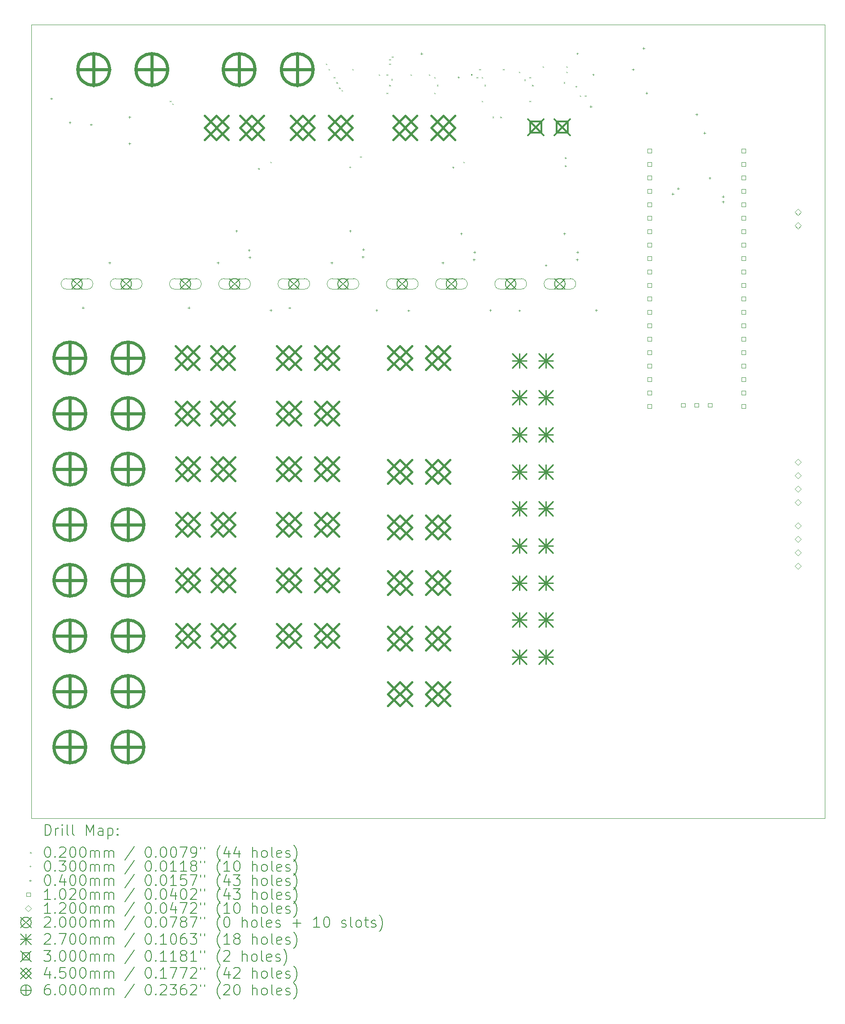
<source format=gbr>
%TF.GenerationSoftware,KiCad,Pcbnew,8.0.5*%
%TF.CreationDate,2024-12-16T08:47:45+01:00*%
%TF.ProjectId,PowerBoard,506f7765-7242-46f6-9172-642e6b696361,rev?*%
%TF.SameCoordinates,Original*%
%TF.FileFunction,Drillmap*%
%TF.FilePolarity,Positive*%
%FSLAX45Y45*%
G04 Gerber Fmt 4.5, Leading zero omitted, Abs format (unit mm)*
G04 Created by KiCad (PCBNEW 8.0.5) date 2024-12-16 08:47:45*
%MOMM*%
%LPD*%
G01*
G04 APERTURE LIST*
%ADD10C,0.100000*%
%ADD11C,0.200000*%
%ADD12C,0.102000*%
%ADD13C,0.120000*%
%ADD14C,0.270000*%
%ADD15C,0.300000*%
%ADD16C,0.450000*%
%ADD17C,0.600000*%
G04 APERTURE END LIST*
D10*
X17525000Y-1800000D02*
X2525000Y-1800000D01*
X2525000Y-1800000D02*
X2525000Y-16800000D01*
X17525000Y-16800000D02*
X17525000Y-1800000D01*
X2525000Y-16800000D02*
X17525000Y-16800000D01*
D11*
D10*
X5140000Y-3240000D02*
X5160000Y-3260000D01*
X5160000Y-3240000D02*
X5140000Y-3260000D01*
X5190000Y-3290000D02*
X5210000Y-3310000D01*
X5210000Y-3290000D02*
X5190000Y-3310000D01*
X7040000Y-4390000D02*
X7060000Y-4410000D01*
X7060000Y-4390000D02*
X7040000Y-4410000D01*
X8090000Y-2540000D02*
X8110000Y-2560000D01*
X8110000Y-2540000D02*
X8090000Y-2560000D01*
X8140000Y-2640000D02*
X8160000Y-2660000D01*
X8160000Y-2640000D02*
X8140000Y-2660000D01*
X8240000Y-2790000D02*
X8260000Y-2810000D01*
X8260000Y-2790000D02*
X8240000Y-2810000D01*
X8290000Y-2890000D02*
X8310000Y-2910000D01*
X8310000Y-2890000D02*
X8290000Y-2910000D01*
X8340000Y-2990000D02*
X8360000Y-3010000D01*
X8360000Y-2990000D02*
X8340000Y-3010000D01*
X8390000Y-3040000D02*
X8410000Y-3060000D01*
X8410000Y-3040000D02*
X8390000Y-3060000D01*
X8590000Y-2640000D02*
X8610000Y-2660000D01*
X8610000Y-2640000D02*
X8590000Y-2660000D01*
X8740000Y-4290000D02*
X8760000Y-4310000D01*
X8760000Y-4290000D02*
X8740000Y-4310000D01*
X9090000Y-2740000D02*
X9110000Y-2760000D01*
X9110000Y-2740000D02*
X9090000Y-2760000D01*
X9240000Y-2740000D02*
X9260000Y-2760000D01*
X9260000Y-2740000D02*
X9240000Y-2760000D01*
X9240000Y-3090000D02*
X9260000Y-3110000D01*
X9260000Y-3090000D02*
X9240000Y-3110000D01*
X9290000Y-2455000D02*
X9310000Y-2475000D01*
X9310000Y-2455000D02*
X9290000Y-2475000D01*
X9290000Y-2540000D02*
X9310000Y-2560000D01*
X9310000Y-2540000D02*
X9290000Y-2560000D01*
X9290000Y-2940000D02*
X9310000Y-2960000D01*
X9310000Y-2940000D02*
X9290000Y-2960000D01*
X9330000Y-2830000D02*
X9350000Y-2850000D01*
X9350000Y-2830000D02*
X9330000Y-2850000D01*
X9340000Y-2405000D02*
X9360000Y-2425000D01*
X9360000Y-2405000D02*
X9340000Y-2425000D01*
X9693669Y-2740000D02*
X9713669Y-2760000D01*
X9713669Y-2740000D02*
X9693669Y-2760000D01*
X10040000Y-2740000D02*
X10060000Y-2760000D01*
X10060000Y-2740000D02*
X10040000Y-2760000D01*
X10140000Y-2790000D02*
X10160000Y-2810000D01*
X10160000Y-2790000D02*
X10140000Y-2810000D01*
X10140000Y-3090000D02*
X10160000Y-3110000D01*
X10160000Y-3090000D02*
X10140000Y-3110000D01*
X10190000Y-2940000D02*
X10210000Y-2960000D01*
X10210000Y-2940000D02*
X10190000Y-2960000D01*
X10690000Y-4390000D02*
X10710000Y-4410000D01*
X10710000Y-4390000D02*
X10690000Y-4410000D01*
X10940000Y-2792500D02*
X10960000Y-2812500D01*
X10960000Y-2792500D02*
X10940000Y-2812500D01*
X10990000Y-2640000D02*
X11010000Y-2660000D01*
X11010000Y-2640000D02*
X10990000Y-2660000D01*
X11040000Y-2790000D02*
X11060000Y-2810000D01*
X11060000Y-2790000D02*
X11040000Y-2810000D01*
X11040000Y-3240000D02*
X11060000Y-3260000D01*
X11060000Y-3240000D02*
X11040000Y-3260000D01*
X11090000Y-2940000D02*
X11110000Y-2960000D01*
X11110000Y-2940000D02*
X11090000Y-2960000D01*
X11240000Y-3540000D02*
X11260000Y-3560000D01*
X11260000Y-3540000D02*
X11240000Y-3560000D01*
X11390000Y-3540000D02*
X11410000Y-3560000D01*
X11410000Y-3540000D02*
X11390000Y-3560000D01*
X11440000Y-2640000D02*
X11460000Y-2660000D01*
X11460000Y-2640000D02*
X11440000Y-2660000D01*
X11740000Y-2690000D02*
X11760000Y-2710000D01*
X11760000Y-2690000D02*
X11740000Y-2710000D01*
X11840000Y-2837500D02*
X11860000Y-2857500D01*
X11860000Y-2837500D02*
X11840000Y-2857500D01*
X11940000Y-2790000D02*
X11960000Y-2810000D01*
X11960000Y-2790000D02*
X11940000Y-2810000D01*
X11940000Y-3240000D02*
X11960000Y-3260000D01*
X11960000Y-3240000D02*
X11940000Y-3260000D01*
X11990000Y-2940000D02*
X12010000Y-2960000D01*
X12010000Y-2940000D02*
X11990000Y-2960000D01*
X12190000Y-2590000D02*
X12210000Y-2610000D01*
X12210000Y-2590000D02*
X12190000Y-2610000D01*
X12590000Y-2890000D02*
X12610000Y-2910000D01*
X12610000Y-2890000D02*
X12590000Y-2910000D01*
X12640000Y-2590000D02*
X12660000Y-2610000D01*
X12660000Y-2590000D02*
X12640000Y-2610000D01*
X12640000Y-2690000D02*
X12660000Y-2710000D01*
X12660000Y-2690000D02*
X12640000Y-2710000D01*
X12890000Y-3140000D02*
X12910000Y-3160000D01*
X12910000Y-3140000D02*
X12890000Y-3160000D01*
X12990000Y-3140000D02*
X13010000Y-3160000D01*
X13010000Y-3140000D02*
X12990000Y-3160000D01*
X6840000Y-4525000D02*
G75*
G02*
X6810000Y-4525000I-15000J0D01*
G01*
X6810000Y-4525000D02*
G75*
G02*
X6840000Y-4525000I15000J0D01*
G01*
X8565000Y-4500000D02*
G75*
G02*
X8535000Y-4500000I-15000J0D01*
G01*
X8535000Y-4500000D02*
G75*
G02*
X8565000Y-4500000I15000J0D01*
G01*
X10515000Y-4500000D02*
G75*
G02*
X10485000Y-4500000I-15000J0D01*
G01*
X10485000Y-4500000D02*
G75*
G02*
X10515000Y-4500000I15000J0D01*
G01*
X10615000Y-2800000D02*
G75*
G02*
X10585000Y-2800000I-15000J0D01*
G01*
X10585000Y-2800000D02*
G75*
G02*
X10615000Y-2800000I15000J0D01*
G01*
X10865000Y-2750000D02*
G75*
G02*
X10835000Y-2750000I-15000J0D01*
G01*
X10835000Y-2750000D02*
G75*
G02*
X10865000Y-2750000I15000J0D01*
G01*
X12640000Y-4325000D02*
G75*
G02*
X12610000Y-4325000I-15000J0D01*
G01*
X12610000Y-4325000D02*
G75*
G02*
X12640000Y-4325000I15000J0D01*
G01*
X12640000Y-4475000D02*
G75*
G02*
X12610000Y-4475000I-15000J0D01*
G01*
X12610000Y-4475000D02*
G75*
G02*
X12640000Y-4475000I15000J0D01*
G01*
X12840000Y-2975000D02*
G75*
G02*
X12810000Y-2975000I-15000J0D01*
G01*
X12810000Y-2975000D02*
G75*
G02*
X12840000Y-2975000I15000J0D01*
G01*
X12865000Y-2350000D02*
G75*
G02*
X12835000Y-2350000I-15000J0D01*
G01*
X12835000Y-2350000D02*
G75*
G02*
X12865000Y-2350000I15000J0D01*
G01*
X13165000Y-2750000D02*
G75*
G02*
X13135000Y-2750000I-15000J0D01*
G01*
X13135000Y-2750000D02*
G75*
G02*
X13165000Y-2750000I15000J0D01*
G01*
X2900000Y-3180000D02*
X2900000Y-3220000D01*
X2880000Y-3200000D02*
X2920000Y-3200000D01*
X3250000Y-3630000D02*
X3250000Y-3670000D01*
X3230000Y-3650000D02*
X3270000Y-3650000D01*
X3500000Y-7130000D02*
X3500000Y-7170000D01*
X3480000Y-7150000D02*
X3520000Y-7150000D01*
X3650000Y-3670500D02*
X3650000Y-3710500D01*
X3630000Y-3690500D02*
X3670000Y-3690500D01*
X4000000Y-6280000D02*
X4000000Y-6320000D01*
X3980000Y-6300000D02*
X4020000Y-6300000D01*
X4380000Y-3530000D02*
X4380000Y-3570000D01*
X4360000Y-3550000D02*
X4400000Y-3550000D01*
X4380000Y-4030000D02*
X4380000Y-4070000D01*
X4360000Y-4050000D02*
X4400000Y-4050000D01*
X5500000Y-7130000D02*
X5500000Y-7170000D01*
X5480000Y-7150000D02*
X5520000Y-7150000D01*
X6050000Y-6280000D02*
X6050000Y-6320000D01*
X6030000Y-6300000D02*
X6070000Y-6300000D01*
X6400000Y-5680000D02*
X6400000Y-5720000D01*
X6380000Y-5700000D02*
X6420000Y-5700000D01*
X6636500Y-6043500D02*
X6636500Y-6083500D01*
X6616500Y-6063500D02*
X6656500Y-6063500D01*
X6650000Y-6180000D02*
X6650000Y-6220000D01*
X6630000Y-6200000D02*
X6670000Y-6200000D01*
X7050000Y-7180000D02*
X7050000Y-7220000D01*
X7030000Y-7200000D02*
X7070000Y-7200000D01*
X7403750Y-7133750D02*
X7403750Y-7173750D01*
X7383750Y-7153750D02*
X7423750Y-7153750D01*
X8200000Y-6280000D02*
X8200000Y-6320000D01*
X8180000Y-6300000D02*
X8220000Y-6300000D01*
X8550000Y-5680000D02*
X8550000Y-5720000D01*
X8530000Y-5700000D02*
X8570000Y-5700000D01*
X8790500Y-6170500D02*
X8790500Y-6210500D01*
X8770500Y-6190500D02*
X8810500Y-6190500D01*
X8800000Y-6030000D02*
X8800000Y-6070000D01*
X8780000Y-6050000D02*
X8820000Y-6050000D01*
X9050000Y-7180000D02*
X9050000Y-7220000D01*
X9030000Y-7200000D02*
X9070000Y-7200000D01*
X9653750Y-7183750D02*
X9653750Y-7223750D01*
X9633750Y-7203750D02*
X9673750Y-7203750D01*
X9900000Y-2330000D02*
X9900000Y-2370000D01*
X9880000Y-2350000D02*
X9920000Y-2350000D01*
X10300000Y-6280000D02*
X10300000Y-6320000D01*
X10280000Y-6300000D02*
X10320000Y-6300000D01*
X10650000Y-5730000D02*
X10650000Y-5770000D01*
X10630000Y-5750000D02*
X10670000Y-5750000D01*
X10890500Y-6220500D02*
X10890500Y-6260500D01*
X10870500Y-6240500D02*
X10910500Y-6240500D01*
X10900000Y-6080000D02*
X10900000Y-6120000D01*
X10880000Y-6100000D02*
X10920000Y-6100000D01*
X11200000Y-7180000D02*
X11200000Y-7220000D01*
X11180000Y-7200000D02*
X11220000Y-7200000D01*
X11750000Y-7183750D02*
X11750000Y-7223750D01*
X11730000Y-7203750D02*
X11770000Y-7203750D01*
X12250000Y-6330000D02*
X12250000Y-6370000D01*
X12230000Y-6350000D02*
X12270000Y-6350000D01*
X12600000Y-5730000D02*
X12600000Y-5770000D01*
X12580000Y-5750000D02*
X12620000Y-5750000D01*
X12840500Y-6220500D02*
X12840500Y-6260500D01*
X12820500Y-6240500D02*
X12860500Y-6240500D01*
X12850000Y-6080000D02*
X12850000Y-6120000D01*
X12830000Y-6100000D02*
X12870000Y-6100000D01*
X13100000Y-3330000D02*
X13100000Y-3370000D01*
X13080000Y-3350000D02*
X13120000Y-3350000D01*
X13200000Y-7180000D02*
X13200000Y-7220000D01*
X13180000Y-7200000D02*
X13220000Y-7200000D01*
X13900000Y-2630000D02*
X13900000Y-2670000D01*
X13880000Y-2650000D02*
X13920000Y-2650000D01*
X14100000Y-2230000D02*
X14100000Y-2270000D01*
X14080000Y-2250000D02*
X14120000Y-2250000D01*
X14155000Y-3075000D02*
X14155000Y-3115000D01*
X14135000Y-3095000D02*
X14175000Y-3095000D01*
X14650000Y-4980000D02*
X14650000Y-5020000D01*
X14630000Y-5000000D02*
X14670000Y-5000000D01*
X14750000Y-4880000D02*
X14750000Y-4920000D01*
X14730000Y-4900000D02*
X14770000Y-4900000D01*
X15100000Y-3480000D02*
X15100000Y-3520000D01*
X15080000Y-3500000D02*
X15120000Y-3500000D01*
X15250000Y-3830000D02*
X15250000Y-3870000D01*
X15230000Y-3850000D02*
X15270000Y-3850000D01*
X15350000Y-4680000D02*
X15350000Y-4720000D01*
X15330000Y-4700000D02*
X15370000Y-4700000D01*
X15600000Y-5030000D02*
X15600000Y-5070000D01*
X15580000Y-5050000D02*
X15620000Y-5050000D01*
X15600000Y-5130000D02*
X15600000Y-5170000D01*
X15580000Y-5150000D02*
X15620000Y-5150000D01*
D12*
X14247063Y-4223063D02*
X14247063Y-4150937D01*
X14174937Y-4150937D01*
X14174937Y-4223063D01*
X14247063Y-4223063D01*
X14247063Y-4477063D02*
X14247063Y-4404937D01*
X14174937Y-4404937D01*
X14174937Y-4477063D01*
X14247063Y-4477063D01*
X14247063Y-4731063D02*
X14247063Y-4658937D01*
X14174937Y-4658937D01*
X14174937Y-4731063D01*
X14247063Y-4731063D01*
X14247063Y-4985063D02*
X14247063Y-4912937D01*
X14174937Y-4912937D01*
X14174937Y-4985063D01*
X14247063Y-4985063D01*
X14247063Y-5239063D02*
X14247063Y-5166937D01*
X14174937Y-5166937D01*
X14174937Y-5239063D01*
X14247063Y-5239063D01*
X14247063Y-5493063D02*
X14247063Y-5420937D01*
X14174937Y-5420937D01*
X14174937Y-5493063D01*
X14247063Y-5493063D01*
X14247063Y-5747063D02*
X14247063Y-5674937D01*
X14174937Y-5674937D01*
X14174937Y-5747063D01*
X14247063Y-5747063D01*
X14247063Y-6001063D02*
X14247063Y-5928937D01*
X14174937Y-5928937D01*
X14174937Y-6001063D01*
X14247063Y-6001063D01*
X14247063Y-6255063D02*
X14247063Y-6182937D01*
X14174937Y-6182937D01*
X14174937Y-6255063D01*
X14247063Y-6255063D01*
X14247063Y-6509063D02*
X14247063Y-6436937D01*
X14174937Y-6436937D01*
X14174937Y-6509063D01*
X14247063Y-6509063D01*
X14247063Y-6763063D02*
X14247063Y-6690937D01*
X14174937Y-6690937D01*
X14174937Y-6763063D01*
X14247063Y-6763063D01*
X14247063Y-7017063D02*
X14247063Y-6944937D01*
X14174937Y-6944937D01*
X14174937Y-7017063D01*
X14247063Y-7017063D01*
X14247063Y-7271063D02*
X14247063Y-7198937D01*
X14174937Y-7198937D01*
X14174937Y-7271063D01*
X14247063Y-7271063D01*
X14247063Y-7525063D02*
X14247063Y-7452937D01*
X14174937Y-7452937D01*
X14174937Y-7525063D01*
X14247063Y-7525063D01*
X14247063Y-7779063D02*
X14247063Y-7706937D01*
X14174937Y-7706937D01*
X14174937Y-7779063D01*
X14247063Y-7779063D01*
X14247063Y-8033063D02*
X14247063Y-7960937D01*
X14174937Y-7960937D01*
X14174937Y-8033063D01*
X14247063Y-8033063D01*
X14247063Y-8287063D02*
X14247063Y-8214937D01*
X14174937Y-8214937D01*
X14174937Y-8287063D01*
X14247063Y-8287063D01*
X14247063Y-8541063D02*
X14247063Y-8468937D01*
X14174937Y-8468937D01*
X14174937Y-8541063D01*
X14247063Y-8541063D01*
X14247063Y-8795063D02*
X14247063Y-8722937D01*
X14174937Y-8722937D01*
X14174937Y-8795063D01*
X14247063Y-8795063D01*
X14247063Y-9049063D02*
X14247063Y-8976937D01*
X14174937Y-8976937D01*
X14174937Y-9049063D01*
X14247063Y-9049063D01*
X14882063Y-9026063D02*
X14882063Y-8953937D01*
X14809937Y-8953937D01*
X14809937Y-9026063D01*
X14882063Y-9026063D01*
X15136063Y-9026063D02*
X15136063Y-8953937D01*
X15063937Y-8953937D01*
X15063937Y-9026063D01*
X15136063Y-9026063D01*
X15390063Y-9026063D02*
X15390063Y-8953937D01*
X15317937Y-8953937D01*
X15317937Y-9026063D01*
X15390063Y-9026063D01*
X16025063Y-4223063D02*
X16025063Y-4150937D01*
X15952937Y-4150937D01*
X15952937Y-4223063D01*
X16025063Y-4223063D01*
X16025063Y-4477063D02*
X16025063Y-4404937D01*
X15952937Y-4404937D01*
X15952937Y-4477063D01*
X16025063Y-4477063D01*
X16025063Y-4731063D02*
X16025063Y-4658937D01*
X15952937Y-4658937D01*
X15952937Y-4731063D01*
X16025063Y-4731063D01*
X16025063Y-4985063D02*
X16025063Y-4912937D01*
X15952937Y-4912937D01*
X15952937Y-4985063D01*
X16025063Y-4985063D01*
X16025063Y-5239063D02*
X16025063Y-5166937D01*
X15952937Y-5166937D01*
X15952937Y-5239063D01*
X16025063Y-5239063D01*
X16025063Y-5493063D02*
X16025063Y-5420937D01*
X15952937Y-5420937D01*
X15952937Y-5493063D01*
X16025063Y-5493063D01*
X16025063Y-5747063D02*
X16025063Y-5674937D01*
X15952937Y-5674937D01*
X15952937Y-5747063D01*
X16025063Y-5747063D01*
X16025063Y-6001063D02*
X16025063Y-5928937D01*
X15952937Y-5928937D01*
X15952937Y-6001063D01*
X16025063Y-6001063D01*
X16025063Y-6255063D02*
X16025063Y-6182937D01*
X15952937Y-6182937D01*
X15952937Y-6255063D01*
X16025063Y-6255063D01*
X16025063Y-6509063D02*
X16025063Y-6436937D01*
X15952937Y-6436937D01*
X15952937Y-6509063D01*
X16025063Y-6509063D01*
X16025063Y-6763063D02*
X16025063Y-6690937D01*
X15952937Y-6690937D01*
X15952937Y-6763063D01*
X16025063Y-6763063D01*
X16025063Y-7017063D02*
X16025063Y-6944937D01*
X15952937Y-6944937D01*
X15952937Y-7017063D01*
X16025063Y-7017063D01*
X16025063Y-7271063D02*
X16025063Y-7198937D01*
X15952937Y-7198937D01*
X15952937Y-7271063D01*
X16025063Y-7271063D01*
X16025063Y-7525063D02*
X16025063Y-7452937D01*
X15952937Y-7452937D01*
X15952937Y-7525063D01*
X16025063Y-7525063D01*
X16025063Y-7779063D02*
X16025063Y-7706937D01*
X15952937Y-7706937D01*
X15952937Y-7779063D01*
X16025063Y-7779063D01*
X16025063Y-8033063D02*
X16025063Y-7960937D01*
X15952937Y-7960937D01*
X15952937Y-8033063D01*
X16025063Y-8033063D01*
X16025063Y-8287063D02*
X16025063Y-8214937D01*
X15952937Y-8214937D01*
X15952937Y-8287063D01*
X16025063Y-8287063D01*
X16025063Y-8541063D02*
X16025063Y-8468937D01*
X15952937Y-8468937D01*
X15952937Y-8541063D01*
X16025063Y-8541063D01*
X16025063Y-8795063D02*
X16025063Y-8722937D01*
X15952937Y-8722937D01*
X15952937Y-8795063D01*
X16025063Y-8795063D01*
X16025063Y-9049063D02*
X16025063Y-8976937D01*
X15952937Y-8976937D01*
X15952937Y-9049063D01*
X16025063Y-9049063D01*
D13*
X17015000Y-5406000D02*
X17075000Y-5346000D01*
X17015000Y-5286000D01*
X16955000Y-5346000D01*
X17015000Y-5406000D01*
X17015000Y-5660000D02*
X17075000Y-5600000D01*
X17015000Y-5540000D01*
X16955000Y-5600000D01*
X17015000Y-5660000D01*
X17015000Y-10129000D02*
X17075000Y-10069000D01*
X17015000Y-10009000D01*
X16955000Y-10069000D01*
X17015000Y-10129000D01*
X17015000Y-10383000D02*
X17075000Y-10323000D01*
X17015000Y-10263000D01*
X16955000Y-10323000D01*
X17015000Y-10383000D01*
X17015000Y-10637000D02*
X17075000Y-10577000D01*
X17015000Y-10517000D01*
X16955000Y-10577000D01*
X17015000Y-10637000D01*
X17015000Y-10891000D02*
X17075000Y-10831000D01*
X17015000Y-10771000D01*
X16955000Y-10831000D01*
X17015000Y-10891000D01*
X17015000Y-11329000D02*
X17075000Y-11269000D01*
X17015000Y-11209000D01*
X16955000Y-11269000D01*
X17015000Y-11329000D01*
X17015000Y-11583000D02*
X17075000Y-11523000D01*
X17015000Y-11463000D01*
X16955000Y-11523000D01*
X17015000Y-11583000D01*
X17015000Y-11837000D02*
X17075000Y-11777000D01*
X17015000Y-11717000D01*
X16955000Y-11777000D01*
X17015000Y-11837000D01*
X17015000Y-12091000D02*
X17075000Y-12031000D01*
X17015000Y-11971000D01*
X16955000Y-12031000D01*
X17015000Y-12091000D01*
D11*
X3285000Y-6600000D02*
X3485000Y-6800000D01*
X3485000Y-6600000D02*
X3285000Y-6800000D01*
X3485000Y-6700000D02*
G75*
G02*
X3285000Y-6700000I-100000J0D01*
G01*
X3285000Y-6700000D02*
G75*
G02*
X3485000Y-6700000I100000J0D01*
G01*
D10*
X3185000Y-6800000D02*
X3585000Y-6800000D01*
X3585000Y-6600000D02*
G75*
G02*
X3585000Y-6800000I0J-100000D01*
G01*
X3585000Y-6600000D02*
X3185000Y-6600000D01*
X3185000Y-6600000D02*
G75*
G03*
X3185000Y-6800000I0J-100000D01*
G01*
D11*
X4215000Y-6600000D02*
X4415000Y-6800000D01*
X4415000Y-6600000D02*
X4215000Y-6800000D01*
X4415000Y-6700000D02*
G75*
G02*
X4215000Y-6700000I-100000J0D01*
G01*
X4215000Y-6700000D02*
G75*
G02*
X4415000Y-6700000I100000J0D01*
G01*
D10*
X4115000Y-6800000D02*
X4515000Y-6800000D01*
X4515000Y-6600000D02*
G75*
G02*
X4515000Y-6800000I0J-100000D01*
G01*
X4515000Y-6600000D02*
X4115000Y-6600000D01*
X4115000Y-6600000D02*
G75*
G03*
X4115000Y-6800000I0J-100000D01*
G01*
D11*
X5335000Y-6600000D02*
X5535000Y-6800000D01*
X5535000Y-6600000D02*
X5335000Y-6800000D01*
X5535000Y-6700000D02*
G75*
G02*
X5335000Y-6700000I-100000J0D01*
G01*
X5335000Y-6700000D02*
G75*
G02*
X5535000Y-6700000I100000J0D01*
G01*
D10*
X5235000Y-6800000D02*
X5635000Y-6800000D01*
X5635000Y-6600000D02*
G75*
G02*
X5635000Y-6800000I0J-100000D01*
G01*
X5635000Y-6600000D02*
X5235000Y-6600000D01*
X5235000Y-6600000D02*
G75*
G03*
X5235000Y-6800000I0J-100000D01*
G01*
D11*
X6265000Y-6600000D02*
X6465000Y-6800000D01*
X6465000Y-6600000D02*
X6265000Y-6800000D01*
X6465000Y-6700000D02*
G75*
G02*
X6265000Y-6700000I-100000J0D01*
G01*
X6265000Y-6700000D02*
G75*
G02*
X6465000Y-6700000I100000J0D01*
G01*
D10*
X6165000Y-6800000D02*
X6565000Y-6800000D01*
X6565000Y-6600000D02*
G75*
G02*
X6565000Y-6800000I0J-100000D01*
G01*
X6565000Y-6600000D02*
X6165000Y-6600000D01*
X6165000Y-6600000D02*
G75*
G03*
X6165000Y-6800000I0J-100000D01*
G01*
D11*
X7385000Y-6600000D02*
X7585000Y-6800000D01*
X7585000Y-6600000D02*
X7385000Y-6800000D01*
X7585000Y-6700000D02*
G75*
G02*
X7385000Y-6700000I-100000J0D01*
G01*
X7385000Y-6700000D02*
G75*
G02*
X7585000Y-6700000I100000J0D01*
G01*
D10*
X7285000Y-6800000D02*
X7685000Y-6800000D01*
X7685000Y-6600000D02*
G75*
G02*
X7685000Y-6800000I0J-100000D01*
G01*
X7685000Y-6600000D02*
X7285000Y-6600000D01*
X7285000Y-6600000D02*
G75*
G03*
X7285000Y-6800000I0J-100000D01*
G01*
D11*
X8315000Y-6600000D02*
X8515000Y-6800000D01*
X8515000Y-6600000D02*
X8315000Y-6800000D01*
X8515000Y-6700000D02*
G75*
G02*
X8315000Y-6700000I-100000J0D01*
G01*
X8315000Y-6700000D02*
G75*
G02*
X8515000Y-6700000I100000J0D01*
G01*
D10*
X8215000Y-6800000D02*
X8615000Y-6800000D01*
X8615000Y-6600000D02*
G75*
G02*
X8615000Y-6800000I0J-100000D01*
G01*
X8615000Y-6600000D02*
X8215000Y-6600000D01*
X8215000Y-6600000D02*
G75*
G03*
X8215000Y-6800000I0J-100000D01*
G01*
D11*
X9435000Y-6600000D02*
X9635000Y-6800000D01*
X9635000Y-6600000D02*
X9435000Y-6800000D01*
X9635000Y-6700000D02*
G75*
G02*
X9435000Y-6700000I-100000J0D01*
G01*
X9435000Y-6700000D02*
G75*
G02*
X9635000Y-6700000I100000J0D01*
G01*
D10*
X9335000Y-6800000D02*
X9735000Y-6800000D01*
X9735000Y-6600000D02*
G75*
G02*
X9735000Y-6800000I0J-100000D01*
G01*
X9735000Y-6600000D02*
X9335000Y-6600000D01*
X9335000Y-6600000D02*
G75*
G03*
X9335000Y-6800000I0J-100000D01*
G01*
D11*
X10365000Y-6600000D02*
X10565000Y-6800000D01*
X10565000Y-6600000D02*
X10365000Y-6800000D01*
X10565000Y-6700000D02*
G75*
G02*
X10365000Y-6700000I-100000J0D01*
G01*
X10365000Y-6700000D02*
G75*
G02*
X10565000Y-6700000I100000J0D01*
G01*
D10*
X10265000Y-6800000D02*
X10665000Y-6800000D01*
X10665000Y-6600000D02*
G75*
G02*
X10665000Y-6800000I0J-100000D01*
G01*
X10665000Y-6600000D02*
X10265000Y-6600000D01*
X10265000Y-6600000D02*
G75*
G03*
X10265000Y-6800000I0J-100000D01*
G01*
D11*
X11485000Y-6600000D02*
X11685000Y-6800000D01*
X11685000Y-6600000D02*
X11485000Y-6800000D01*
X11685000Y-6700000D02*
G75*
G02*
X11485000Y-6700000I-100000J0D01*
G01*
X11485000Y-6700000D02*
G75*
G02*
X11685000Y-6700000I100000J0D01*
G01*
D10*
X11385000Y-6800000D02*
X11785000Y-6800000D01*
X11785000Y-6600000D02*
G75*
G02*
X11785000Y-6800000I0J-100000D01*
G01*
X11785000Y-6600000D02*
X11385000Y-6600000D01*
X11385000Y-6600000D02*
G75*
G03*
X11385000Y-6800000I0J-100000D01*
G01*
D11*
X12415000Y-6600000D02*
X12615000Y-6800000D01*
X12615000Y-6600000D02*
X12415000Y-6800000D01*
X12615000Y-6700000D02*
G75*
G02*
X12415000Y-6700000I-100000J0D01*
G01*
X12415000Y-6700000D02*
G75*
G02*
X12615000Y-6700000I100000J0D01*
G01*
D10*
X12315000Y-6800000D02*
X12715000Y-6800000D01*
X12715000Y-6600000D02*
G75*
G02*
X12715000Y-6800000I0J-100000D01*
G01*
X12715000Y-6600000D02*
X12315000Y-6600000D01*
X12315000Y-6600000D02*
G75*
G03*
X12315000Y-6800000I0J-100000D01*
G01*
D14*
X11615000Y-8015000D02*
X11885000Y-8285000D01*
X11885000Y-8015000D02*
X11615000Y-8285000D01*
X11750000Y-8015000D02*
X11750000Y-8285000D01*
X11615000Y-8150000D02*
X11885000Y-8150000D01*
X11615000Y-8715000D02*
X11885000Y-8985000D01*
X11885000Y-8715000D02*
X11615000Y-8985000D01*
X11750000Y-8715000D02*
X11750000Y-8985000D01*
X11615000Y-8850000D02*
X11885000Y-8850000D01*
X11615000Y-9415000D02*
X11885000Y-9685000D01*
X11885000Y-9415000D02*
X11615000Y-9685000D01*
X11750000Y-9415000D02*
X11750000Y-9685000D01*
X11615000Y-9550000D02*
X11885000Y-9550000D01*
X11615000Y-10115000D02*
X11885000Y-10385000D01*
X11885000Y-10115000D02*
X11615000Y-10385000D01*
X11750000Y-10115000D02*
X11750000Y-10385000D01*
X11615000Y-10250000D02*
X11885000Y-10250000D01*
X11615000Y-10815000D02*
X11885000Y-11085000D01*
X11885000Y-10815000D02*
X11615000Y-11085000D01*
X11750000Y-10815000D02*
X11750000Y-11085000D01*
X11615000Y-10950000D02*
X11885000Y-10950000D01*
X11615000Y-11515000D02*
X11885000Y-11785000D01*
X11885000Y-11515000D02*
X11615000Y-11785000D01*
X11750000Y-11515000D02*
X11750000Y-11785000D01*
X11615000Y-11650000D02*
X11885000Y-11650000D01*
X11615000Y-12215000D02*
X11885000Y-12485000D01*
X11885000Y-12215000D02*
X11615000Y-12485000D01*
X11750000Y-12215000D02*
X11750000Y-12485000D01*
X11615000Y-12350000D02*
X11885000Y-12350000D01*
X11615000Y-12915000D02*
X11885000Y-13185000D01*
X11885000Y-12915000D02*
X11615000Y-13185000D01*
X11750000Y-12915000D02*
X11750000Y-13185000D01*
X11615000Y-13050000D02*
X11885000Y-13050000D01*
X11615000Y-13615000D02*
X11885000Y-13885000D01*
X11885000Y-13615000D02*
X11615000Y-13885000D01*
X11750000Y-13615000D02*
X11750000Y-13885000D01*
X11615000Y-13750000D02*
X11885000Y-13750000D01*
X12115000Y-8015000D02*
X12385000Y-8285000D01*
X12385000Y-8015000D02*
X12115000Y-8285000D01*
X12250000Y-8015000D02*
X12250000Y-8285000D01*
X12115000Y-8150000D02*
X12385000Y-8150000D01*
X12115000Y-8715000D02*
X12385000Y-8985000D01*
X12385000Y-8715000D02*
X12115000Y-8985000D01*
X12250000Y-8715000D02*
X12250000Y-8985000D01*
X12115000Y-8850000D02*
X12385000Y-8850000D01*
X12115000Y-9415000D02*
X12385000Y-9685000D01*
X12385000Y-9415000D02*
X12115000Y-9685000D01*
X12250000Y-9415000D02*
X12250000Y-9685000D01*
X12115000Y-9550000D02*
X12385000Y-9550000D01*
X12115000Y-10115000D02*
X12385000Y-10385000D01*
X12385000Y-10115000D02*
X12115000Y-10385000D01*
X12250000Y-10115000D02*
X12250000Y-10385000D01*
X12115000Y-10250000D02*
X12385000Y-10250000D01*
X12115000Y-10815000D02*
X12385000Y-11085000D01*
X12385000Y-10815000D02*
X12115000Y-11085000D01*
X12250000Y-10815000D02*
X12250000Y-11085000D01*
X12115000Y-10950000D02*
X12385000Y-10950000D01*
X12115000Y-11515000D02*
X12385000Y-11785000D01*
X12385000Y-11515000D02*
X12115000Y-11785000D01*
X12250000Y-11515000D02*
X12250000Y-11785000D01*
X12115000Y-11650000D02*
X12385000Y-11650000D01*
X12115000Y-12215000D02*
X12385000Y-12485000D01*
X12385000Y-12215000D02*
X12115000Y-12485000D01*
X12250000Y-12215000D02*
X12250000Y-12485000D01*
X12115000Y-12350000D02*
X12385000Y-12350000D01*
X12115000Y-12915000D02*
X12385000Y-13185000D01*
X12385000Y-12915000D02*
X12115000Y-13185000D01*
X12250000Y-12915000D02*
X12250000Y-13185000D01*
X12115000Y-13050000D02*
X12385000Y-13050000D01*
X12115000Y-13615000D02*
X12385000Y-13885000D01*
X12385000Y-13615000D02*
X12115000Y-13885000D01*
X12250000Y-13615000D02*
X12250000Y-13885000D01*
X12115000Y-13750000D02*
X12385000Y-13750000D01*
D15*
X11910000Y-3590000D02*
X12210000Y-3890000D01*
X12210000Y-3590000D02*
X11910000Y-3890000D01*
X12166067Y-3846067D02*
X12166067Y-3633933D01*
X11953933Y-3633933D01*
X11953933Y-3846067D01*
X12166067Y-3846067D01*
X12410000Y-3590000D02*
X12710000Y-3890000D01*
X12710000Y-3590000D02*
X12410000Y-3890000D01*
X12666067Y-3846067D02*
X12666067Y-3633933D01*
X12453933Y-3633933D01*
X12453933Y-3846067D01*
X12666067Y-3846067D01*
D16*
X5245000Y-7875000D02*
X5695000Y-8325000D01*
X5695000Y-7875000D02*
X5245000Y-8325000D01*
X5470000Y-8325000D02*
X5695000Y-8100000D01*
X5470000Y-7875000D01*
X5245000Y-8100000D01*
X5470000Y-8325000D01*
X5245000Y-8925000D02*
X5695000Y-9375000D01*
X5695000Y-8925000D02*
X5245000Y-9375000D01*
X5470000Y-9375000D02*
X5695000Y-9150000D01*
X5470000Y-8925000D01*
X5245000Y-9150000D01*
X5470000Y-9375000D01*
X5255000Y-9975000D02*
X5705000Y-10425000D01*
X5705000Y-9975000D02*
X5255000Y-10425000D01*
X5480000Y-10425000D02*
X5705000Y-10200000D01*
X5480000Y-9975000D01*
X5255000Y-10200000D01*
X5480000Y-10425000D01*
X5255000Y-11025000D02*
X5705000Y-11475000D01*
X5705000Y-11025000D02*
X5255000Y-11475000D01*
X5480000Y-11475000D02*
X5705000Y-11250000D01*
X5480000Y-11025000D01*
X5255000Y-11250000D01*
X5480000Y-11475000D01*
X5255000Y-12075000D02*
X5705000Y-12525000D01*
X5705000Y-12075000D02*
X5255000Y-12525000D01*
X5480000Y-12525000D02*
X5705000Y-12300000D01*
X5480000Y-12075000D01*
X5255000Y-12300000D01*
X5480000Y-12525000D01*
X5255000Y-13125000D02*
X5705000Y-13575000D01*
X5705000Y-13125000D02*
X5255000Y-13575000D01*
X5480000Y-13575000D02*
X5705000Y-13350000D01*
X5480000Y-13125000D01*
X5255000Y-13350000D01*
X5480000Y-13575000D01*
X5795000Y-3525000D02*
X6245000Y-3975000D01*
X6245000Y-3525000D02*
X5795000Y-3975000D01*
X6020000Y-3975000D02*
X6245000Y-3750000D01*
X6020000Y-3525000D01*
X5795000Y-3750000D01*
X6020000Y-3975000D01*
X5915000Y-7875000D02*
X6365000Y-8325000D01*
X6365000Y-7875000D02*
X5915000Y-8325000D01*
X6140000Y-8325000D02*
X6365000Y-8100000D01*
X6140000Y-7875000D01*
X5915000Y-8100000D01*
X6140000Y-8325000D01*
X5915000Y-8925000D02*
X6365000Y-9375000D01*
X6365000Y-8925000D02*
X5915000Y-9375000D01*
X6140000Y-9375000D02*
X6365000Y-9150000D01*
X6140000Y-8925000D01*
X5915000Y-9150000D01*
X6140000Y-9375000D01*
X5925000Y-9975000D02*
X6375000Y-10425000D01*
X6375000Y-9975000D02*
X5925000Y-10425000D01*
X6150000Y-10425000D02*
X6375000Y-10200000D01*
X6150000Y-9975000D01*
X5925000Y-10200000D01*
X6150000Y-10425000D01*
X5925000Y-11025000D02*
X6375000Y-11475000D01*
X6375000Y-11025000D02*
X5925000Y-11475000D01*
X6150000Y-11475000D02*
X6375000Y-11250000D01*
X6150000Y-11025000D01*
X5925000Y-11250000D01*
X6150000Y-11475000D01*
X5925000Y-12075000D02*
X6375000Y-12525000D01*
X6375000Y-12075000D02*
X5925000Y-12525000D01*
X6150000Y-12525000D02*
X6375000Y-12300000D01*
X6150000Y-12075000D01*
X5925000Y-12300000D01*
X6150000Y-12525000D01*
X5925000Y-13125000D02*
X6375000Y-13575000D01*
X6375000Y-13125000D02*
X5925000Y-13575000D01*
X6150000Y-13575000D02*
X6375000Y-13350000D01*
X6150000Y-13125000D01*
X5925000Y-13350000D01*
X6150000Y-13575000D01*
X6465000Y-3525000D02*
X6915000Y-3975000D01*
X6915000Y-3525000D02*
X6465000Y-3975000D01*
X6690000Y-3975000D02*
X6915000Y-3750000D01*
X6690000Y-3525000D01*
X6465000Y-3750000D01*
X6690000Y-3975000D01*
X7165000Y-7875000D02*
X7615000Y-8325000D01*
X7615000Y-7875000D02*
X7165000Y-8325000D01*
X7390000Y-8325000D02*
X7615000Y-8100000D01*
X7390000Y-7875000D01*
X7165000Y-8100000D01*
X7390000Y-8325000D01*
X7165000Y-8925000D02*
X7615000Y-9375000D01*
X7615000Y-8925000D02*
X7165000Y-9375000D01*
X7390000Y-9375000D02*
X7615000Y-9150000D01*
X7390000Y-8925000D01*
X7165000Y-9150000D01*
X7390000Y-9375000D01*
X7165000Y-9975000D02*
X7615000Y-10425000D01*
X7615000Y-9975000D02*
X7165000Y-10425000D01*
X7390000Y-10425000D02*
X7615000Y-10200000D01*
X7390000Y-9975000D01*
X7165000Y-10200000D01*
X7390000Y-10425000D01*
X7165000Y-11025000D02*
X7615000Y-11475000D01*
X7615000Y-11025000D02*
X7165000Y-11475000D01*
X7390000Y-11475000D02*
X7615000Y-11250000D01*
X7390000Y-11025000D01*
X7165000Y-11250000D01*
X7390000Y-11475000D01*
X7165000Y-12075000D02*
X7615000Y-12525000D01*
X7615000Y-12075000D02*
X7165000Y-12525000D01*
X7390000Y-12525000D02*
X7615000Y-12300000D01*
X7390000Y-12075000D01*
X7165000Y-12300000D01*
X7390000Y-12525000D01*
X7165000Y-13125000D02*
X7615000Y-13575000D01*
X7615000Y-13125000D02*
X7165000Y-13575000D01*
X7390000Y-13575000D02*
X7615000Y-13350000D01*
X7390000Y-13125000D01*
X7165000Y-13350000D01*
X7390000Y-13575000D01*
X7425000Y-3525000D02*
X7875000Y-3975000D01*
X7875000Y-3525000D02*
X7425000Y-3975000D01*
X7650000Y-3975000D02*
X7875000Y-3750000D01*
X7650000Y-3525000D01*
X7425000Y-3750000D01*
X7650000Y-3975000D01*
X7885000Y-7875000D02*
X8335000Y-8325000D01*
X8335000Y-7875000D02*
X7885000Y-8325000D01*
X8110000Y-8325000D02*
X8335000Y-8100000D01*
X8110000Y-7875000D01*
X7885000Y-8100000D01*
X8110000Y-8325000D01*
X7885000Y-8925000D02*
X8335000Y-9375000D01*
X8335000Y-8925000D02*
X7885000Y-9375000D01*
X8110000Y-9375000D02*
X8335000Y-9150000D01*
X8110000Y-8925000D01*
X7885000Y-9150000D01*
X8110000Y-9375000D01*
X7885000Y-9975000D02*
X8335000Y-10425000D01*
X8335000Y-9975000D02*
X7885000Y-10425000D01*
X8110000Y-10425000D02*
X8335000Y-10200000D01*
X8110000Y-9975000D01*
X7885000Y-10200000D01*
X8110000Y-10425000D01*
X7885000Y-11025000D02*
X8335000Y-11475000D01*
X8335000Y-11025000D02*
X7885000Y-11475000D01*
X8110000Y-11475000D02*
X8335000Y-11250000D01*
X8110000Y-11025000D01*
X7885000Y-11250000D01*
X8110000Y-11475000D01*
X7885000Y-12075000D02*
X8335000Y-12525000D01*
X8335000Y-12075000D02*
X7885000Y-12525000D01*
X8110000Y-12525000D02*
X8335000Y-12300000D01*
X8110000Y-12075000D01*
X7885000Y-12300000D01*
X8110000Y-12525000D01*
X7885000Y-13125000D02*
X8335000Y-13575000D01*
X8335000Y-13125000D02*
X7885000Y-13575000D01*
X8110000Y-13575000D02*
X8335000Y-13350000D01*
X8110000Y-13125000D01*
X7885000Y-13350000D01*
X8110000Y-13575000D01*
X8145000Y-3525000D02*
X8595000Y-3975000D01*
X8595000Y-3525000D02*
X8145000Y-3975000D01*
X8370000Y-3975000D02*
X8595000Y-3750000D01*
X8370000Y-3525000D01*
X8145000Y-3750000D01*
X8370000Y-3975000D01*
X9265000Y-7875000D02*
X9715000Y-8325000D01*
X9715000Y-7875000D02*
X9265000Y-8325000D01*
X9490000Y-8325000D02*
X9715000Y-8100000D01*
X9490000Y-7875000D01*
X9265000Y-8100000D01*
X9490000Y-8325000D01*
X9265000Y-10025000D02*
X9715000Y-10475000D01*
X9715000Y-10025000D02*
X9265000Y-10475000D01*
X9490000Y-10475000D02*
X9715000Y-10250000D01*
X9490000Y-10025000D01*
X9265000Y-10250000D01*
X9490000Y-10475000D01*
X9265000Y-11075000D02*
X9715000Y-11525000D01*
X9715000Y-11075000D02*
X9265000Y-11525000D01*
X9490000Y-11525000D02*
X9715000Y-11300000D01*
X9490000Y-11075000D01*
X9265000Y-11300000D01*
X9490000Y-11525000D01*
X9265000Y-12125000D02*
X9715000Y-12575000D01*
X9715000Y-12125000D02*
X9265000Y-12575000D01*
X9490000Y-12575000D02*
X9715000Y-12350000D01*
X9490000Y-12125000D01*
X9265000Y-12350000D01*
X9490000Y-12575000D01*
X9265000Y-13175000D02*
X9715000Y-13625000D01*
X9715000Y-13175000D02*
X9265000Y-13625000D01*
X9490000Y-13625000D02*
X9715000Y-13400000D01*
X9490000Y-13175000D01*
X9265000Y-13400000D01*
X9490000Y-13625000D01*
X9265000Y-14225000D02*
X9715000Y-14675000D01*
X9715000Y-14225000D02*
X9265000Y-14675000D01*
X9490000Y-14675000D02*
X9715000Y-14450000D01*
X9490000Y-14225000D01*
X9265000Y-14450000D01*
X9490000Y-14675000D01*
X9365000Y-3525000D02*
X9815000Y-3975000D01*
X9815000Y-3525000D02*
X9365000Y-3975000D01*
X9590000Y-3975000D02*
X9815000Y-3750000D01*
X9590000Y-3525000D01*
X9365000Y-3750000D01*
X9590000Y-3975000D01*
X9985000Y-7875000D02*
X10435000Y-8325000D01*
X10435000Y-7875000D02*
X9985000Y-8325000D01*
X10210000Y-8325000D02*
X10435000Y-8100000D01*
X10210000Y-7875000D01*
X9985000Y-8100000D01*
X10210000Y-8325000D01*
X9985000Y-10025000D02*
X10435000Y-10475000D01*
X10435000Y-10025000D02*
X9985000Y-10475000D01*
X10210000Y-10475000D02*
X10435000Y-10250000D01*
X10210000Y-10025000D01*
X9985000Y-10250000D01*
X10210000Y-10475000D01*
X9985000Y-11075000D02*
X10435000Y-11525000D01*
X10435000Y-11075000D02*
X9985000Y-11525000D01*
X10210000Y-11525000D02*
X10435000Y-11300000D01*
X10210000Y-11075000D01*
X9985000Y-11300000D01*
X10210000Y-11525000D01*
X9985000Y-12125000D02*
X10435000Y-12575000D01*
X10435000Y-12125000D02*
X9985000Y-12575000D01*
X10210000Y-12575000D02*
X10435000Y-12350000D01*
X10210000Y-12125000D01*
X9985000Y-12350000D01*
X10210000Y-12575000D01*
X9985000Y-13175000D02*
X10435000Y-13625000D01*
X10435000Y-13175000D02*
X9985000Y-13625000D01*
X10210000Y-13625000D02*
X10435000Y-13400000D01*
X10210000Y-13175000D01*
X9985000Y-13400000D01*
X10210000Y-13625000D01*
X9985000Y-14225000D02*
X10435000Y-14675000D01*
X10435000Y-14225000D02*
X9985000Y-14675000D01*
X10210000Y-14675000D02*
X10435000Y-14450000D01*
X10210000Y-14225000D01*
X9985000Y-14450000D01*
X10210000Y-14675000D01*
X10085000Y-3525000D02*
X10535000Y-3975000D01*
X10535000Y-3525000D02*
X10085000Y-3975000D01*
X10310000Y-3975000D02*
X10535000Y-3750000D01*
X10310000Y-3525000D01*
X10085000Y-3750000D01*
X10310000Y-3975000D01*
D17*
X3250000Y-7800000D02*
X3250000Y-8400000D01*
X2950000Y-8100000D02*
X3550000Y-8100000D01*
X3550000Y-8100000D02*
G75*
G02*
X2950000Y-8100000I-300000J0D01*
G01*
X2950000Y-8100000D02*
G75*
G02*
X3550000Y-8100000I300000J0D01*
G01*
X3250000Y-8850000D02*
X3250000Y-9450000D01*
X2950000Y-9150000D02*
X3550000Y-9150000D01*
X3550000Y-9150000D02*
G75*
G02*
X2950000Y-9150000I-300000J0D01*
G01*
X2950000Y-9150000D02*
G75*
G02*
X3550000Y-9150000I300000J0D01*
G01*
X3250000Y-9900000D02*
X3250000Y-10500000D01*
X2950000Y-10200000D02*
X3550000Y-10200000D01*
X3550000Y-10200000D02*
G75*
G02*
X2950000Y-10200000I-300000J0D01*
G01*
X2950000Y-10200000D02*
G75*
G02*
X3550000Y-10200000I300000J0D01*
G01*
X3250000Y-10950000D02*
X3250000Y-11550000D01*
X2950000Y-11250000D02*
X3550000Y-11250000D01*
X3550000Y-11250000D02*
G75*
G02*
X2950000Y-11250000I-300000J0D01*
G01*
X2950000Y-11250000D02*
G75*
G02*
X3550000Y-11250000I300000J0D01*
G01*
X3250000Y-12000000D02*
X3250000Y-12600000D01*
X2950000Y-12300000D02*
X3550000Y-12300000D01*
X3550000Y-12300000D02*
G75*
G02*
X2950000Y-12300000I-300000J0D01*
G01*
X2950000Y-12300000D02*
G75*
G02*
X3550000Y-12300000I300000J0D01*
G01*
X3250000Y-13050000D02*
X3250000Y-13650000D01*
X2950000Y-13350000D02*
X3550000Y-13350000D01*
X3550000Y-13350000D02*
G75*
G02*
X2950000Y-13350000I-300000J0D01*
G01*
X2950000Y-13350000D02*
G75*
G02*
X3550000Y-13350000I300000J0D01*
G01*
X3250000Y-14100000D02*
X3250000Y-14700000D01*
X2950000Y-14400000D02*
X3550000Y-14400000D01*
X3550000Y-14400000D02*
G75*
G02*
X2950000Y-14400000I-300000J0D01*
G01*
X2950000Y-14400000D02*
G75*
G02*
X3550000Y-14400000I300000J0D01*
G01*
X3250000Y-15150000D02*
X3250000Y-15750000D01*
X2950000Y-15450000D02*
X3550000Y-15450000D01*
X3550000Y-15450000D02*
G75*
G02*
X2950000Y-15450000I-300000J0D01*
G01*
X2950000Y-15450000D02*
G75*
G02*
X3550000Y-15450000I300000J0D01*
G01*
X3700000Y-2350000D02*
X3700000Y-2950000D01*
X3400000Y-2650000D02*
X4000000Y-2650000D01*
X4000000Y-2650000D02*
G75*
G02*
X3400000Y-2650000I-300000J0D01*
G01*
X3400000Y-2650000D02*
G75*
G02*
X4000000Y-2650000I300000J0D01*
G01*
X4350000Y-7800000D02*
X4350000Y-8400000D01*
X4050000Y-8100000D02*
X4650000Y-8100000D01*
X4650000Y-8100000D02*
G75*
G02*
X4050000Y-8100000I-300000J0D01*
G01*
X4050000Y-8100000D02*
G75*
G02*
X4650000Y-8100000I300000J0D01*
G01*
X4350000Y-8850000D02*
X4350000Y-9450000D01*
X4050000Y-9150000D02*
X4650000Y-9150000D01*
X4650000Y-9150000D02*
G75*
G02*
X4050000Y-9150000I-300000J0D01*
G01*
X4050000Y-9150000D02*
G75*
G02*
X4650000Y-9150000I300000J0D01*
G01*
X4350000Y-9900000D02*
X4350000Y-10500000D01*
X4050000Y-10200000D02*
X4650000Y-10200000D01*
X4650000Y-10200000D02*
G75*
G02*
X4050000Y-10200000I-300000J0D01*
G01*
X4050000Y-10200000D02*
G75*
G02*
X4650000Y-10200000I300000J0D01*
G01*
X4350000Y-10950000D02*
X4350000Y-11550000D01*
X4050000Y-11250000D02*
X4650000Y-11250000D01*
X4650000Y-11250000D02*
G75*
G02*
X4050000Y-11250000I-300000J0D01*
G01*
X4050000Y-11250000D02*
G75*
G02*
X4650000Y-11250000I300000J0D01*
G01*
X4350000Y-12000000D02*
X4350000Y-12600000D01*
X4050000Y-12300000D02*
X4650000Y-12300000D01*
X4650000Y-12300000D02*
G75*
G02*
X4050000Y-12300000I-300000J0D01*
G01*
X4050000Y-12300000D02*
G75*
G02*
X4650000Y-12300000I300000J0D01*
G01*
X4350000Y-13050000D02*
X4350000Y-13650000D01*
X4050000Y-13350000D02*
X4650000Y-13350000D01*
X4650000Y-13350000D02*
G75*
G02*
X4050000Y-13350000I-300000J0D01*
G01*
X4050000Y-13350000D02*
G75*
G02*
X4650000Y-13350000I300000J0D01*
G01*
X4350000Y-14100000D02*
X4350000Y-14700000D01*
X4050000Y-14400000D02*
X4650000Y-14400000D01*
X4650000Y-14400000D02*
G75*
G02*
X4050000Y-14400000I-300000J0D01*
G01*
X4050000Y-14400000D02*
G75*
G02*
X4650000Y-14400000I300000J0D01*
G01*
X4350000Y-15150000D02*
X4350000Y-15750000D01*
X4050000Y-15450000D02*
X4650000Y-15450000D01*
X4650000Y-15450000D02*
G75*
G02*
X4050000Y-15450000I-300000J0D01*
G01*
X4050000Y-15450000D02*
G75*
G02*
X4650000Y-15450000I300000J0D01*
G01*
X4800000Y-2350000D02*
X4800000Y-2950000D01*
X4500000Y-2650000D02*
X5100000Y-2650000D01*
X5100000Y-2650000D02*
G75*
G02*
X4500000Y-2650000I-300000J0D01*
G01*
X4500000Y-2650000D02*
G75*
G02*
X5100000Y-2650000I300000J0D01*
G01*
X6450000Y-2350000D02*
X6450000Y-2950000D01*
X6150000Y-2650000D02*
X6750000Y-2650000D01*
X6750000Y-2650000D02*
G75*
G02*
X6150000Y-2650000I-300000J0D01*
G01*
X6150000Y-2650000D02*
G75*
G02*
X6750000Y-2650000I300000J0D01*
G01*
X7550000Y-2350000D02*
X7550000Y-2950000D01*
X7250000Y-2650000D02*
X7850000Y-2650000D01*
X7850000Y-2650000D02*
G75*
G02*
X7250000Y-2650000I-300000J0D01*
G01*
X7250000Y-2650000D02*
G75*
G02*
X7850000Y-2650000I300000J0D01*
G01*
D11*
X2780777Y-17116484D02*
X2780777Y-16916484D01*
X2780777Y-16916484D02*
X2828396Y-16916484D01*
X2828396Y-16916484D02*
X2856967Y-16926008D01*
X2856967Y-16926008D02*
X2876015Y-16945055D01*
X2876015Y-16945055D02*
X2885539Y-16964103D01*
X2885539Y-16964103D02*
X2895062Y-17002198D01*
X2895062Y-17002198D02*
X2895062Y-17030770D01*
X2895062Y-17030770D02*
X2885539Y-17068865D01*
X2885539Y-17068865D02*
X2876015Y-17087912D01*
X2876015Y-17087912D02*
X2856967Y-17106960D01*
X2856967Y-17106960D02*
X2828396Y-17116484D01*
X2828396Y-17116484D02*
X2780777Y-17116484D01*
X2980777Y-17116484D02*
X2980777Y-16983150D01*
X2980777Y-17021246D02*
X2990301Y-17002198D01*
X2990301Y-17002198D02*
X2999824Y-16992674D01*
X2999824Y-16992674D02*
X3018872Y-16983150D01*
X3018872Y-16983150D02*
X3037920Y-16983150D01*
X3104586Y-17116484D02*
X3104586Y-16983150D01*
X3104586Y-16916484D02*
X3095062Y-16926008D01*
X3095062Y-16926008D02*
X3104586Y-16935531D01*
X3104586Y-16935531D02*
X3114110Y-16926008D01*
X3114110Y-16926008D02*
X3104586Y-16916484D01*
X3104586Y-16916484D02*
X3104586Y-16935531D01*
X3228396Y-17116484D02*
X3209348Y-17106960D01*
X3209348Y-17106960D02*
X3199824Y-17087912D01*
X3199824Y-17087912D02*
X3199824Y-16916484D01*
X3333158Y-17116484D02*
X3314110Y-17106960D01*
X3314110Y-17106960D02*
X3304586Y-17087912D01*
X3304586Y-17087912D02*
X3304586Y-16916484D01*
X3561729Y-17116484D02*
X3561729Y-16916484D01*
X3561729Y-16916484D02*
X3628396Y-17059341D01*
X3628396Y-17059341D02*
X3695062Y-16916484D01*
X3695062Y-16916484D02*
X3695062Y-17116484D01*
X3876015Y-17116484D02*
X3876015Y-17011722D01*
X3876015Y-17011722D02*
X3866491Y-16992674D01*
X3866491Y-16992674D02*
X3847443Y-16983150D01*
X3847443Y-16983150D02*
X3809348Y-16983150D01*
X3809348Y-16983150D02*
X3790301Y-16992674D01*
X3876015Y-17106960D02*
X3856967Y-17116484D01*
X3856967Y-17116484D02*
X3809348Y-17116484D01*
X3809348Y-17116484D02*
X3790301Y-17106960D01*
X3790301Y-17106960D02*
X3780777Y-17087912D01*
X3780777Y-17087912D02*
X3780777Y-17068865D01*
X3780777Y-17068865D02*
X3790301Y-17049817D01*
X3790301Y-17049817D02*
X3809348Y-17040293D01*
X3809348Y-17040293D02*
X3856967Y-17040293D01*
X3856967Y-17040293D02*
X3876015Y-17030770D01*
X3971253Y-16983150D02*
X3971253Y-17183150D01*
X3971253Y-16992674D02*
X3990301Y-16983150D01*
X3990301Y-16983150D02*
X4028396Y-16983150D01*
X4028396Y-16983150D02*
X4047443Y-16992674D01*
X4047443Y-16992674D02*
X4056967Y-17002198D01*
X4056967Y-17002198D02*
X4066491Y-17021246D01*
X4066491Y-17021246D02*
X4066491Y-17078389D01*
X4066491Y-17078389D02*
X4056967Y-17097436D01*
X4056967Y-17097436D02*
X4047443Y-17106960D01*
X4047443Y-17106960D02*
X4028396Y-17116484D01*
X4028396Y-17116484D02*
X3990301Y-17116484D01*
X3990301Y-17116484D02*
X3971253Y-17106960D01*
X4152205Y-17097436D02*
X4161729Y-17106960D01*
X4161729Y-17106960D02*
X4152205Y-17116484D01*
X4152205Y-17116484D02*
X4142682Y-17106960D01*
X4142682Y-17106960D02*
X4152205Y-17097436D01*
X4152205Y-17097436D02*
X4152205Y-17116484D01*
X4152205Y-16992674D02*
X4161729Y-17002198D01*
X4161729Y-17002198D02*
X4152205Y-17011722D01*
X4152205Y-17011722D02*
X4142682Y-17002198D01*
X4142682Y-17002198D02*
X4152205Y-16992674D01*
X4152205Y-16992674D02*
X4152205Y-17011722D01*
D10*
X2500000Y-17435000D02*
X2520000Y-17455000D01*
X2520000Y-17435000D02*
X2500000Y-17455000D01*
D11*
X2818872Y-17336484D02*
X2837920Y-17336484D01*
X2837920Y-17336484D02*
X2856967Y-17346008D01*
X2856967Y-17346008D02*
X2866491Y-17355531D01*
X2866491Y-17355531D02*
X2876015Y-17374579D01*
X2876015Y-17374579D02*
X2885539Y-17412674D01*
X2885539Y-17412674D02*
X2885539Y-17460293D01*
X2885539Y-17460293D02*
X2876015Y-17498389D01*
X2876015Y-17498389D02*
X2866491Y-17517436D01*
X2866491Y-17517436D02*
X2856967Y-17526960D01*
X2856967Y-17526960D02*
X2837920Y-17536484D01*
X2837920Y-17536484D02*
X2818872Y-17536484D01*
X2818872Y-17536484D02*
X2799824Y-17526960D01*
X2799824Y-17526960D02*
X2790301Y-17517436D01*
X2790301Y-17517436D02*
X2780777Y-17498389D01*
X2780777Y-17498389D02*
X2771253Y-17460293D01*
X2771253Y-17460293D02*
X2771253Y-17412674D01*
X2771253Y-17412674D02*
X2780777Y-17374579D01*
X2780777Y-17374579D02*
X2790301Y-17355531D01*
X2790301Y-17355531D02*
X2799824Y-17346008D01*
X2799824Y-17346008D02*
X2818872Y-17336484D01*
X2971253Y-17517436D02*
X2980777Y-17526960D01*
X2980777Y-17526960D02*
X2971253Y-17536484D01*
X2971253Y-17536484D02*
X2961729Y-17526960D01*
X2961729Y-17526960D02*
X2971253Y-17517436D01*
X2971253Y-17517436D02*
X2971253Y-17536484D01*
X3056967Y-17355531D02*
X3066491Y-17346008D01*
X3066491Y-17346008D02*
X3085539Y-17336484D01*
X3085539Y-17336484D02*
X3133158Y-17336484D01*
X3133158Y-17336484D02*
X3152205Y-17346008D01*
X3152205Y-17346008D02*
X3161729Y-17355531D01*
X3161729Y-17355531D02*
X3171253Y-17374579D01*
X3171253Y-17374579D02*
X3171253Y-17393627D01*
X3171253Y-17393627D02*
X3161729Y-17422198D01*
X3161729Y-17422198D02*
X3047443Y-17536484D01*
X3047443Y-17536484D02*
X3171253Y-17536484D01*
X3295062Y-17336484D02*
X3314110Y-17336484D01*
X3314110Y-17336484D02*
X3333158Y-17346008D01*
X3333158Y-17346008D02*
X3342682Y-17355531D01*
X3342682Y-17355531D02*
X3352205Y-17374579D01*
X3352205Y-17374579D02*
X3361729Y-17412674D01*
X3361729Y-17412674D02*
X3361729Y-17460293D01*
X3361729Y-17460293D02*
X3352205Y-17498389D01*
X3352205Y-17498389D02*
X3342682Y-17517436D01*
X3342682Y-17517436D02*
X3333158Y-17526960D01*
X3333158Y-17526960D02*
X3314110Y-17536484D01*
X3314110Y-17536484D02*
X3295062Y-17536484D01*
X3295062Y-17536484D02*
X3276015Y-17526960D01*
X3276015Y-17526960D02*
X3266491Y-17517436D01*
X3266491Y-17517436D02*
X3256967Y-17498389D01*
X3256967Y-17498389D02*
X3247443Y-17460293D01*
X3247443Y-17460293D02*
X3247443Y-17412674D01*
X3247443Y-17412674D02*
X3256967Y-17374579D01*
X3256967Y-17374579D02*
X3266491Y-17355531D01*
X3266491Y-17355531D02*
X3276015Y-17346008D01*
X3276015Y-17346008D02*
X3295062Y-17336484D01*
X3485539Y-17336484D02*
X3504586Y-17336484D01*
X3504586Y-17336484D02*
X3523634Y-17346008D01*
X3523634Y-17346008D02*
X3533158Y-17355531D01*
X3533158Y-17355531D02*
X3542682Y-17374579D01*
X3542682Y-17374579D02*
X3552205Y-17412674D01*
X3552205Y-17412674D02*
X3552205Y-17460293D01*
X3552205Y-17460293D02*
X3542682Y-17498389D01*
X3542682Y-17498389D02*
X3533158Y-17517436D01*
X3533158Y-17517436D02*
X3523634Y-17526960D01*
X3523634Y-17526960D02*
X3504586Y-17536484D01*
X3504586Y-17536484D02*
X3485539Y-17536484D01*
X3485539Y-17536484D02*
X3466491Y-17526960D01*
X3466491Y-17526960D02*
X3456967Y-17517436D01*
X3456967Y-17517436D02*
X3447443Y-17498389D01*
X3447443Y-17498389D02*
X3437920Y-17460293D01*
X3437920Y-17460293D02*
X3437920Y-17412674D01*
X3437920Y-17412674D02*
X3447443Y-17374579D01*
X3447443Y-17374579D02*
X3456967Y-17355531D01*
X3456967Y-17355531D02*
X3466491Y-17346008D01*
X3466491Y-17346008D02*
X3485539Y-17336484D01*
X3637920Y-17536484D02*
X3637920Y-17403150D01*
X3637920Y-17422198D02*
X3647443Y-17412674D01*
X3647443Y-17412674D02*
X3666491Y-17403150D01*
X3666491Y-17403150D02*
X3695063Y-17403150D01*
X3695063Y-17403150D02*
X3714110Y-17412674D01*
X3714110Y-17412674D02*
X3723634Y-17431722D01*
X3723634Y-17431722D02*
X3723634Y-17536484D01*
X3723634Y-17431722D02*
X3733158Y-17412674D01*
X3733158Y-17412674D02*
X3752205Y-17403150D01*
X3752205Y-17403150D02*
X3780777Y-17403150D01*
X3780777Y-17403150D02*
X3799824Y-17412674D01*
X3799824Y-17412674D02*
X3809348Y-17431722D01*
X3809348Y-17431722D02*
X3809348Y-17536484D01*
X3904586Y-17536484D02*
X3904586Y-17403150D01*
X3904586Y-17422198D02*
X3914110Y-17412674D01*
X3914110Y-17412674D02*
X3933158Y-17403150D01*
X3933158Y-17403150D02*
X3961729Y-17403150D01*
X3961729Y-17403150D02*
X3980777Y-17412674D01*
X3980777Y-17412674D02*
X3990301Y-17431722D01*
X3990301Y-17431722D02*
X3990301Y-17536484D01*
X3990301Y-17431722D02*
X3999824Y-17412674D01*
X3999824Y-17412674D02*
X4018872Y-17403150D01*
X4018872Y-17403150D02*
X4047443Y-17403150D01*
X4047443Y-17403150D02*
X4066491Y-17412674D01*
X4066491Y-17412674D02*
X4076015Y-17431722D01*
X4076015Y-17431722D02*
X4076015Y-17536484D01*
X4466491Y-17326960D02*
X4295063Y-17584103D01*
X4723634Y-17336484D02*
X4742682Y-17336484D01*
X4742682Y-17336484D02*
X4761729Y-17346008D01*
X4761729Y-17346008D02*
X4771253Y-17355531D01*
X4771253Y-17355531D02*
X4780777Y-17374579D01*
X4780777Y-17374579D02*
X4790301Y-17412674D01*
X4790301Y-17412674D02*
X4790301Y-17460293D01*
X4790301Y-17460293D02*
X4780777Y-17498389D01*
X4780777Y-17498389D02*
X4771253Y-17517436D01*
X4771253Y-17517436D02*
X4761729Y-17526960D01*
X4761729Y-17526960D02*
X4742682Y-17536484D01*
X4742682Y-17536484D02*
X4723634Y-17536484D01*
X4723634Y-17536484D02*
X4704587Y-17526960D01*
X4704587Y-17526960D02*
X4695063Y-17517436D01*
X4695063Y-17517436D02*
X4685539Y-17498389D01*
X4685539Y-17498389D02*
X4676015Y-17460293D01*
X4676015Y-17460293D02*
X4676015Y-17412674D01*
X4676015Y-17412674D02*
X4685539Y-17374579D01*
X4685539Y-17374579D02*
X4695063Y-17355531D01*
X4695063Y-17355531D02*
X4704587Y-17346008D01*
X4704587Y-17346008D02*
X4723634Y-17336484D01*
X4876015Y-17517436D02*
X4885539Y-17526960D01*
X4885539Y-17526960D02*
X4876015Y-17536484D01*
X4876015Y-17536484D02*
X4866491Y-17526960D01*
X4866491Y-17526960D02*
X4876015Y-17517436D01*
X4876015Y-17517436D02*
X4876015Y-17536484D01*
X5009348Y-17336484D02*
X5028396Y-17336484D01*
X5028396Y-17336484D02*
X5047444Y-17346008D01*
X5047444Y-17346008D02*
X5056968Y-17355531D01*
X5056968Y-17355531D02*
X5066491Y-17374579D01*
X5066491Y-17374579D02*
X5076015Y-17412674D01*
X5076015Y-17412674D02*
X5076015Y-17460293D01*
X5076015Y-17460293D02*
X5066491Y-17498389D01*
X5066491Y-17498389D02*
X5056968Y-17517436D01*
X5056968Y-17517436D02*
X5047444Y-17526960D01*
X5047444Y-17526960D02*
X5028396Y-17536484D01*
X5028396Y-17536484D02*
X5009348Y-17536484D01*
X5009348Y-17536484D02*
X4990301Y-17526960D01*
X4990301Y-17526960D02*
X4980777Y-17517436D01*
X4980777Y-17517436D02*
X4971253Y-17498389D01*
X4971253Y-17498389D02*
X4961729Y-17460293D01*
X4961729Y-17460293D02*
X4961729Y-17412674D01*
X4961729Y-17412674D02*
X4971253Y-17374579D01*
X4971253Y-17374579D02*
X4980777Y-17355531D01*
X4980777Y-17355531D02*
X4990301Y-17346008D01*
X4990301Y-17346008D02*
X5009348Y-17336484D01*
X5199825Y-17336484D02*
X5218872Y-17336484D01*
X5218872Y-17336484D02*
X5237920Y-17346008D01*
X5237920Y-17346008D02*
X5247444Y-17355531D01*
X5247444Y-17355531D02*
X5256968Y-17374579D01*
X5256968Y-17374579D02*
X5266491Y-17412674D01*
X5266491Y-17412674D02*
X5266491Y-17460293D01*
X5266491Y-17460293D02*
X5256968Y-17498389D01*
X5256968Y-17498389D02*
X5247444Y-17517436D01*
X5247444Y-17517436D02*
X5237920Y-17526960D01*
X5237920Y-17526960D02*
X5218872Y-17536484D01*
X5218872Y-17536484D02*
X5199825Y-17536484D01*
X5199825Y-17536484D02*
X5180777Y-17526960D01*
X5180777Y-17526960D02*
X5171253Y-17517436D01*
X5171253Y-17517436D02*
X5161729Y-17498389D01*
X5161729Y-17498389D02*
X5152206Y-17460293D01*
X5152206Y-17460293D02*
X5152206Y-17412674D01*
X5152206Y-17412674D02*
X5161729Y-17374579D01*
X5161729Y-17374579D02*
X5171253Y-17355531D01*
X5171253Y-17355531D02*
X5180777Y-17346008D01*
X5180777Y-17346008D02*
X5199825Y-17336484D01*
X5333158Y-17336484D02*
X5466491Y-17336484D01*
X5466491Y-17336484D02*
X5380777Y-17536484D01*
X5552206Y-17536484D02*
X5590301Y-17536484D01*
X5590301Y-17536484D02*
X5609348Y-17526960D01*
X5609348Y-17526960D02*
X5618872Y-17517436D01*
X5618872Y-17517436D02*
X5637920Y-17488865D01*
X5637920Y-17488865D02*
X5647444Y-17450770D01*
X5647444Y-17450770D02*
X5647444Y-17374579D01*
X5647444Y-17374579D02*
X5637920Y-17355531D01*
X5637920Y-17355531D02*
X5628396Y-17346008D01*
X5628396Y-17346008D02*
X5609348Y-17336484D01*
X5609348Y-17336484D02*
X5571253Y-17336484D01*
X5571253Y-17336484D02*
X5552206Y-17346008D01*
X5552206Y-17346008D02*
X5542682Y-17355531D01*
X5542682Y-17355531D02*
X5533158Y-17374579D01*
X5533158Y-17374579D02*
X5533158Y-17422198D01*
X5533158Y-17422198D02*
X5542682Y-17441246D01*
X5542682Y-17441246D02*
X5552206Y-17450770D01*
X5552206Y-17450770D02*
X5571253Y-17460293D01*
X5571253Y-17460293D02*
X5609348Y-17460293D01*
X5609348Y-17460293D02*
X5628396Y-17450770D01*
X5628396Y-17450770D02*
X5637920Y-17441246D01*
X5637920Y-17441246D02*
X5647444Y-17422198D01*
X5723634Y-17336484D02*
X5723634Y-17374579D01*
X5799825Y-17336484D02*
X5799825Y-17374579D01*
X6095063Y-17612674D02*
X6085539Y-17603150D01*
X6085539Y-17603150D02*
X6066491Y-17574579D01*
X6066491Y-17574579D02*
X6056968Y-17555531D01*
X6056968Y-17555531D02*
X6047444Y-17526960D01*
X6047444Y-17526960D02*
X6037920Y-17479341D01*
X6037920Y-17479341D02*
X6037920Y-17441246D01*
X6037920Y-17441246D02*
X6047444Y-17393627D01*
X6047444Y-17393627D02*
X6056968Y-17365055D01*
X6056968Y-17365055D02*
X6066491Y-17346008D01*
X6066491Y-17346008D02*
X6085539Y-17317436D01*
X6085539Y-17317436D02*
X6095063Y-17307912D01*
X6256968Y-17403150D02*
X6256968Y-17536484D01*
X6209348Y-17326960D02*
X6161729Y-17469817D01*
X6161729Y-17469817D02*
X6285539Y-17469817D01*
X6447444Y-17403150D02*
X6447444Y-17536484D01*
X6399825Y-17326960D02*
X6352206Y-17469817D01*
X6352206Y-17469817D02*
X6476015Y-17469817D01*
X6704587Y-17536484D02*
X6704587Y-17336484D01*
X6790301Y-17536484D02*
X6790301Y-17431722D01*
X6790301Y-17431722D02*
X6780777Y-17412674D01*
X6780777Y-17412674D02*
X6761730Y-17403150D01*
X6761730Y-17403150D02*
X6733158Y-17403150D01*
X6733158Y-17403150D02*
X6714110Y-17412674D01*
X6714110Y-17412674D02*
X6704587Y-17422198D01*
X6914110Y-17536484D02*
X6895063Y-17526960D01*
X6895063Y-17526960D02*
X6885539Y-17517436D01*
X6885539Y-17517436D02*
X6876015Y-17498389D01*
X6876015Y-17498389D02*
X6876015Y-17441246D01*
X6876015Y-17441246D02*
X6885539Y-17422198D01*
X6885539Y-17422198D02*
X6895063Y-17412674D01*
X6895063Y-17412674D02*
X6914110Y-17403150D01*
X6914110Y-17403150D02*
X6942682Y-17403150D01*
X6942682Y-17403150D02*
X6961730Y-17412674D01*
X6961730Y-17412674D02*
X6971253Y-17422198D01*
X6971253Y-17422198D02*
X6980777Y-17441246D01*
X6980777Y-17441246D02*
X6980777Y-17498389D01*
X6980777Y-17498389D02*
X6971253Y-17517436D01*
X6971253Y-17517436D02*
X6961730Y-17526960D01*
X6961730Y-17526960D02*
X6942682Y-17536484D01*
X6942682Y-17536484D02*
X6914110Y-17536484D01*
X7095063Y-17536484D02*
X7076015Y-17526960D01*
X7076015Y-17526960D02*
X7066491Y-17507912D01*
X7066491Y-17507912D02*
X7066491Y-17336484D01*
X7247444Y-17526960D02*
X7228396Y-17536484D01*
X7228396Y-17536484D02*
X7190301Y-17536484D01*
X7190301Y-17536484D02*
X7171253Y-17526960D01*
X7171253Y-17526960D02*
X7161730Y-17507912D01*
X7161730Y-17507912D02*
X7161730Y-17431722D01*
X7161730Y-17431722D02*
X7171253Y-17412674D01*
X7171253Y-17412674D02*
X7190301Y-17403150D01*
X7190301Y-17403150D02*
X7228396Y-17403150D01*
X7228396Y-17403150D02*
X7247444Y-17412674D01*
X7247444Y-17412674D02*
X7256968Y-17431722D01*
X7256968Y-17431722D02*
X7256968Y-17450770D01*
X7256968Y-17450770D02*
X7161730Y-17469817D01*
X7333158Y-17526960D02*
X7352206Y-17536484D01*
X7352206Y-17536484D02*
X7390301Y-17536484D01*
X7390301Y-17536484D02*
X7409349Y-17526960D01*
X7409349Y-17526960D02*
X7418872Y-17507912D01*
X7418872Y-17507912D02*
X7418872Y-17498389D01*
X7418872Y-17498389D02*
X7409349Y-17479341D01*
X7409349Y-17479341D02*
X7390301Y-17469817D01*
X7390301Y-17469817D02*
X7361730Y-17469817D01*
X7361730Y-17469817D02*
X7342682Y-17460293D01*
X7342682Y-17460293D02*
X7333158Y-17441246D01*
X7333158Y-17441246D02*
X7333158Y-17431722D01*
X7333158Y-17431722D02*
X7342682Y-17412674D01*
X7342682Y-17412674D02*
X7361730Y-17403150D01*
X7361730Y-17403150D02*
X7390301Y-17403150D01*
X7390301Y-17403150D02*
X7409349Y-17412674D01*
X7485539Y-17612674D02*
X7495063Y-17603150D01*
X7495063Y-17603150D02*
X7514111Y-17574579D01*
X7514111Y-17574579D02*
X7523634Y-17555531D01*
X7523634Y-17555531D02*
X7533158Y-17526960D01*
X7533158Y-17526960D02*
X7542682Y-17479341D01*
X7542682Y-17479341D02*
X7542682Y-17441246D01*
X7542682Y-17441246D02*
X7533158Y-17393627D01*
X7533158Y-17393627D02*
X7523634Y-17365055D01*
X7523634Y-17365055D02*
X7514111Y-17346008D01*
X7514111Y-17346008D02*
X7495063Y-17317436D01*
X7495063Y-17317436D02*
X7485539Y-17307912D01*
D10*
X2520000Y-17709000D02*
G75*
G02*
X2490000Y-17709000I-15000J0D01*
G01*
X2490000Y-17709000D02*
G75*
G02*
X2520000Y-17709000I15000J0D01*
G01*
D11*
X2818872Y-17600484D02*
X2837920Y-17600484D01*
X2837920Y-17600484D02*
X2856967Y-17610008D01*
X2856967Y-17610008D02*
X2866491Y-17619531D01*
X2866491Y-17619531D02*
X2876015Y-17638579D01*
X2876015Y-17638579D02*
X2885539Y-17676674D01*
X2885539Y-17676674D02*
X2885539Y-17724293D01*
X2885539Y-17724293D02*
X2876015Y-17762389D01*
X2876015Y-17762389D02*
X2866491Y-17781436D01*
X2866491Y-17781436D02*
X2856967Y-17790960D01*
X2856967Y-17790960D02*
X2837920Y-17800484D01*
X2837920Y-17800484D02*
X2818872Y-17800484D01*
X2818872Y-17800484D02*
X2799824Y-17790960D01*
X2799824Y-17790960D02*
X2790301Y-17781436D01*
X2790301Y-17781436D02*
X2780777Y-17762389D01*
X2780777Y-17762389D02*
X2771253Y-17724293D01*
X2771253Y-17724293D02*
X2771253Y-17676674D01*
X2771253Y-17676674D02*
X2780777Y-17638579D01*
X2780777Y-17638579D02*
X2790301Y-17619531D01*
X2790301Y-17619531D02*
X2799824Y-17610008D01*
X2799824Y-17610008D02*
X2818872Y-17600484D01*
X2971253Y-17781436D02*
X2980777Y-17790960D01*
X2980777Y-17790960D02*
X2971253Y-17800484D01*
X2971253Y-17800484D02*
X2961729Y-17790960D01*
X2961729Y-17790960D02*
X2971253Y-17781436D01*
X2971253Y-17781436D02*
X2971253Y-17800484D01*
X3047443Y-17600484D02*
X3171253Y-17600484D01*
X3171253Y-17600484D02*
X3104586Y-17676674D01*
X3104586Y-17676674D02*
X3133158Y-17676674D01*
X3133158Y-17676674D02*
X3152205Y-17686198D01*
X3152205Y-17686198D02*
X3161729Y-17695722D01*
X3161729Y-17695722D02*
X3171253Y-17714770D01*
X3171253Y-17714770D02*
X3171253Y-17762389D01*
X3171253Y-17762389D02*
X3161729Y-17781436D01*
X3161729Y-17781436D02*
X3152205Y-17790960D01*
X3152205Y-17790960D02*
X3133158Y-17800484D01*
X3133158Y-17800484D02*
X3076015Y-17800484D01*
X3076015Y-17800484D02*
X3056967Y-17790960D01*
X3056967Y-17790960D02*
X3047443Y-17781436D01*
X3295062Y-17600484D02*
X3314110Y-17600484D01*
X3314110Y-17600484D02*
X3333158Y-17610008D01*
X3333158Y-17610008D02*
X3342682Y-17619531D01*
X3342682Y-17619531D02*
X3352205Y-17638579D01*
X3352205Y-17638579D02*
X3361729Y-17676674D01*
X3361729Y-17676674D02*
X3361729Y-17724293D01*
X3361729Y-17724293D02*
X3352205Y-17762389D01*
X3352205Y-17762389D02*
X3342682Y-17781436D01*
X3342682Y-17781436D02*
X3333158Y-17790960D01*
X3333158Y-17790960D02*
X3314110Y-17800484D01*
X3314110Y-17800484D02*
X3295062Y-17800484D01*
X3295062Y-17800484D02*
X3276015Y-17790960D01*
X3276015Y-17790960D02*
X3266491Y-17781436D01*
X3266491Y-17781436D02*
X3256967Y-17762389D01*
X3256967Y-17762389D02*
X3247443Y-17724293D01*
X3247443Y-17724293D02*
X3247443Y-17676674D01*
X3247443Y-17676674D02*
X3256967Y-17638579D01*
X3256967Y-17638579D02*
X3266491Y-17619531D01*
X3266491Y-17619531D02*
X3276015Y-17610008D01*
X3276015Y-17610008D02*
X3295062Y-17600484D01*
X3485539Y-17600484D02*
X3504586Y-17600484D01*
X3504586Y-17600484D02*
X3523634Y-17610008D01*
X3523634Y-17610008D02*
X3533158Y-17619531D01*
X3533158Y-17619531D02*
X3542682Y-17638579D01*
X3542682Y-17638579D02*
X3552205Y-17676674D01*
X3552205Y-17676674D02*
X3552205Y-17724293D01*
X3552205Y-17724293D02*
X3542682Y-17762389D01*
X3542682Y-17762389D02*
X3533158Y-17781436D01*
X3533158Y-17781436D02*
X3523634Y-17790960D01*
X3523634Y-17790960D02*
X3504586Y-17800484D01*
X3504586Y-17800484D02*
X3485539Y-17800484D01*
X3485539Y-17800484D02*
X3466491Y-17790960D01*
X3466491Y-17790960D02*
X3456967Y-17781436D01*
X3456967Y-17781436D02*
X3447443Y-17762389D01*
X3447443Y-17762389D02*
X3437920Y-17724293D01*
X3437920Y-17724293D02*
X3437920Y-17676674D01*
X3437920Y-17676674D02*
X3447443Y-17638579D01*
X3447443Y-17638579D02*
X3456967Y-17619531D01*
X3456967Y-17619531D02*
X3466491Y-17610008D01*
X3466491Y-17610008D02*
X3485539Y-17600484D01*
X3637920Y-17800484D02*
X3637920Y-17667150D01*
X3637920Y-17686198D02*
X3647443Y-17676674D01*
X3647443Y-17676674D02*
X3666491Y-17667150D01*
X3666491Y-17667150D02*
X3695063Y-17667150D01*
X3695063Y-17667150D02*
X3714110Y-17676674D01*
X3714110Y-17676674D02*
X3723634Y-17695722D01*
X3723634Y-17695722D02*
X3723634Y-17800484D01*
X3723634Y-17695722D02*
X3733158Y-17676674D01*
X3733158Y-17676674D02*
X3752205Y-17667150D01*
X3752205Y-17667150D02*
X3780777Y-17667150D01*
X3780777Y-17667150D02*
X3799824Y-17676674D01*
X3799824Y-17676674D02*
X3809348Y-17695722D01*
X3809348Y-17695722D02*
X3809348Y-17800484D01*
X3904586Y-17800484D02*
X3904586Y-17667150D01*
X3904586Y-17686198D02*
X3914110Y-17676674D01*
X3914110Y-17676674D02*
X3933158Y-17667150D01*
X3933158Y-17667150D02*
X3961729Y-17667150D01*
X3961729Y-17667150D02*
X3980777Y-17676674D01*
X3980777Y-17676674D02*
X3990301Y-17695722D01*
X3990301Y-17695722D02*
X3990301Y-17800484D01*
X3990301Y-17695722D02*
X3999824Y-17676674D01*
X3999824Y-17676674D02*
X4018872Y-17667150D01*
X4018872Y-17667150D02*
X4047443Y-17667150D01*
X4047443Y-17667150D02*
X4066491Y-17676674D01*
X4066491Y-17676674D02*
X4076015Y-17695722D01*
X4076015Y-17695722D02*
X4076015Y-17800484D01*
X4466491Y-17590960D02*
X4295063Y-17848103D01*
X4723634Y-17600484D02*
X4742682Y-17600484D01*
X4742682Y-17600484D02*
X4761729Y-17610008D01*
X4761729Y-17610008D02*
X4771253Y-17619531D01*
X4771253Y-17619531D02*
X4780777Y-17638579D01*
X4780777Y-17638579D02*
X4790301Y-17676674D01*
X4790301Y-17676674D02*
X4790301Y-17724293D01*
X4790301Y-17724293D02*
X4780777Y-17762389D01*
X4780777Y-17762389D02*
X4771253Y-17781436D01*
X4771253Y-17781436D02*
X4761729Y-17790960D01*
X4761729Y-17790960D02*
X4742682Y-17800484D01*
X4742682Y-17800484D02*
X4723634Y-17800484D01*
X4723634Y-17800484D02*
X4704587Y-17790960D01*
X4704587Y-17790960D02*
X4695063Y-17781436D01*
X4695063Y-17781436D02*
X4685539Y-17762389D01*
X4685539Y-17762389D02*
X4676015Y-17724293D01*
X4676015Y-17724293D02*
X4676015Y-17676674D01*
X4676015Y-17676674D02*
X4685539Y-17638579D01*
X4685539Y-17638579D02*
X4695063Y-17619531D01*
X4695063Y-17619531D02*
X4704587Y-17610008D01*
X4704587Y-17610008D02*
X4723634Y-17600484D01*
X4876015Y-17781436D02*
X4885539Y-17790960D01*
X4885539Y-17790960D02*
X4876015Y-17800484D01*
X4876015Y-17800484D02*
X4866491Y-17790960D01*
X4866491Y-17790960D02*
X4876015Y-17781436D01*
X4876015Y-17781436D02*
X4876015Y-17800484D01*
X5009348Y-17600484D02*
X5028396Y-17600484D01*
X5028396Y-17600484D02*
X5047444Y-17610008D01*
X5047444Y-17610008D02*
X5056968Y-17619531D01*
X5056968Y-17619531D02*
X5066491Y-17638579D01*
X5066491Y-17638579D02*
X5076015Y-17676674D01*
X5076015Y-17676674D02*
X5076015Y-17724293D01*
X5076015Y-17724293D02*
X5066491Y-17762389D01*
X5066491Y-17762389D02*
X5056968Y-17781436D01*
X5056968Y-17781436D02*
X5047444Y-17790960D01*
X5047444Y-17790960D02*
X5028396Y-17800484D01*
X5028396Y-17800484D02*
X5009348Y-17800484D01*
X5009348Y-17800484D02*
X4990301Y-17790960D01*
X4990301Y-17790960D02*
X4980777Y-17781436D01*
X4980777Y-17781436D02*
X4971253Y-17762389D01*
X4971253Y-17762389D02*
X4961729Y-17724293D01*
X4961729Y-17724293D02*
X4961729Y-17676674D01*
X4961729Y-17676674D02*
X4971253Y-17638579D01*
X4971253Y-17638579D02*
X4980777Y-17619531D01*
X4980777Y-17619531D02*
X4990301Y-17610008D01*
X4990301Y-17610008D02*
X5009348Y-17600484D01*
X5266491Y-17800484D02*
X5152206Y-17800484D01*
X5209348Y-17800484D02*
X5209348Y-17600484D01*
X5209348Y-17600484D02*
X5190301Y-17629055D01*
X5190301Y-17629055D02*
X5171253Y-17648103D01*
X5171253Y-17648103D02*
X5152206Y-17657627D01*
X5456968Y-17800484D02*
X5342682Y-17800484D01*
X5399825Y-17800484D02*
X5399825Y-17600484D01*
X5399825Y-17600484D02*
X5380777Y-17629055D01*
X5380777Y-17629055D02*
X5361729Y-17648103D01*
X5361729Y-17648103D02*
X5342682Y-17657627D01*
X5571253Y-17686198D02*
X5552206Y-17676674D01*
X5552206Y-17676674D02*
X5542682Y-17667150D01*
X5542682Y-17667150D02*
X5533158Y-17648103D01*
X5533158Y-17648103D02*
X5533158Y-17638579D01*
X5533158Y-17638579D02*
X5542682Y-17619531D01*
X5542682Y-17619531D02*
X5552206Y-17610008D01*
X5552206Y-17610008D02*
X5571253Y-17600484D01*
X5571253Y-17600484D02*
X5609348Y-17600484D01*
X5609348Y-17600484D02*
X5628396Y-17610008D01*
X5628396Y-17610008D02*
X5637920Y-17619531D01*
X5637920Y-17619531D02*
X5647444Y-17638579D01*
X5647444Y-17638579D02*
X5647444Y-17648103D01*
X5647444Y-17648103D02*
X5637920Y-17667150D01*
X5637920Y-17667150D02*
X5628396Y-17676674D01*
X5628396Y-17676674D02*
X5609348Y-17686198D01*
X5609348Y-17686198D02*
X5571253Y-17686198D01*
X5571253Y-17686198D02*
X5552206Y-17695722D01*
X5552206Y-17695722D02*
X5542682Y-17705246D01*
X5542682Y-17705246D02*
X5533158Y-17724293D01*
X5533158Y-17724293D02*
X5533158Y-17762389D01*
X5533158Y-17762389D02*
X5542682Y-17781436D01*
X5542682Y-17781436D02*
X5552206Y-17790960D01*
X5552206Y-17790960D02*
X5571253Y-17800484D01*
X5571253Y-17800484D02*
X5609348Y-17800484D01*
X5609348Y-17800484D02*
X5628396Y-17790960D01*
X5628396Y-17790960D02*
X5637920Y-17781436D01*
X5637920Y-17781436D02*
X5647444Y-17762389D01*
X5647444Y-17762389D02*
X5647444Y-17724293D01*
X5647444Y-17724293D02*
X5637920Y-17705246D01*
X5637920Y-17705246D02*
X5628396Y-17695722D01*
X5628396Y-17695722D02*
X5609348Y-17686198D01*
X5723634Y-17600484D02*
X5723634Y-17638579D01*
X5799825Y-17600484D02*
X5799825Y-17638579D01*
X6095063Y-17876674D02*
X6085539Y-17867150D01*
X6085539Y-17867150D02*
X6066491Y-17838579D01*
X6066491Y-17838579D02*
X6056968Y-17819531D01*
X6056968Y-17819531D02*
X6047444Y-17790960D01*
X6047444Y-17790960D02*
X6037920Y-17743341D01*
X6037920Y-17743341D02*
X6037920Y-17705246D01*
X6037920Y-17705246D02*
X6047444Y-17657627D01*
X6047444Y-17657627D02*
X6056968Y-17629055D01*
X6056968Y-17629055D02*
X6066491Y-17610008D01*
X6066491Y-17610008D02*
X6085539Y-17581436D01*
X6085539Y-17581436D02*
X6095063Y-17571912D01*
X6276015Y-17800484D02*
X6161729Y-17800484D01*
X6218872Y-17800484D02*
X6218872Y-17600484D01*
X6218872Y-17600484D02*
X6199825Y-17629055D01*
X6199825Y-17629055D02*
X6180777Y-17648103D01*
X6180777Y-17648103D02*
X6161729Y-17657627D01*
X6399825Y-17600484D02*
X6418872Y-17600484D01*
X6418872Y-17600484D02*
X6437920Y-17610008D01*
X6437920Y-17610008D02*
X6447444Y-17619531D01*
X6447444Y-17619531D02*
X6456968Y-17638579D01*
X6456968Y-17638579D02*
X6466491Y-17676674D01*
X6466491Y-17676674D02*
X6466491Y-17724293D01*
X6466491Y-17724293D02*
X6456968Y-17762389D01*
X6456968Y-17762389D02*
X6447444Y-17781436D01*
X6447444Y-17781436D02*
X6437920Y-17790960D01*
X6437920Y-17790960D02*
X6418872Y-17800484D01*
X6418872Y-17800484D02*
X6399825Y-17800484D01*
X6399825Y-17800484D02*
X6380777Y-17790960D01*
X6380777Y-17790960D02*
X6371253Y-17781436D01*
X6371253Y-17781436D02*
X6361729Y-17762389D01*
X6361729Y-17762389D02*
X6352206Y-17724293D01*
X6352206Y-17724293D02*
X6352206Y-17676674D01*
X6352206Y-17676674D02*
X6361729Y-17638579D01*
X6361729Y-17638579D02*
X6371253Y-17619531D01*
X6371253Y-17619531D02*
X6380777Y-17610008D01*
X6380777Y-17610008D02*
X6399825Y-17600484D01*
X6704587Y-17800484D02*
X6704587Y-17600484D01*
X6790301Y-17800484D02*
X6790301Y-17695722D01*
X6790301Y-17695722D02*
X6780777Y-17676674D01*
X6780777Y-17676674D02*
X6761730Y-17667150D01*
X6761730Y-17667150D02*
X6733158Y-17667150D01*
X6733158Y-17667150D02*
X6714110Y-17676674D01*
X6714110Y-17676674D02*
X6704587Y-17686198D01*
X6914110Y-17800484D02*
X6895063Y-17790960D01*
X6895063Y-17790960D02*
X6885539Y-17781436D01*
X6885539Y-17781436D02*
X6876015Y-17762389D01*
X6876015Y-17762389D02*
X6876015Y-17705246D01*
X6876015Y-17705246D02*
X6885539Y-17686198D01*
X6885539Y-17686198D02*
X6895063Y-17676674D01*
X6895063Y-17676674D02*
X6914110Y-17667150D01*
X6914110Y-17667150D02*
X6942682Y-17667150D01*
X6942682Y-17667150D02*
X6961730Y-17676674D01*
X6961730Y-17676674D02*
X6971253Y-17686198D01*
X6971253Y-17686198D02*
X6980777Y-17705246D01*
X6980777Y-17705246D02*
X6980777Y-17762389D01*
X6980777Y-17762389D02*
X6971253Y-17781436D01*
X6971253Y-17781436D02*
X6961730Y-17790960D01*
X6961730Y-17790960D02*
X6942682Y-17800484D01*
X6942682Y-17800484D02*
X6914110Y-17800484D01*
X7095063Y-17800484D02*
X7076015Y-17790960D01*
X7076015Y-17790960D02*
X7066491Y-17771912D01*
X7066491Y-17771912D02*
X7066491Y-17600484D01*
X7247444Y-17790960D02*
X7228396Y-17800484D01*
X7228396Y-17800484D02*
X7190301Y-17800484D01*
X7190301Y-17800484D02*
X7171253Y-17790960D01*
X7171253Y-17790960D02*
X7161730Y-17771912D01*
X7161730Y-17771912D02*
X7161730Y-17695722D01*
X7161730Y-17695722D02*
X7171253Y-17676674D01*
X7171253Y-17676674D02*
X7190301Y-17667150D01*
X7190301Y-17667150D02*
X7228396Y-17667150D01*
X7228396Y-17667150D02*
X7247444Y-17676674D01*
X7247444Y-17676674D02*
X7256968Y-17695722D01*
X7256968Y-17695722D02*
X7256968Y-17714770D01*
X7256968Y-17714770D02*
X7161730Y-17733817D01*
X7333158Y-17790960D02*
X7352206Y-17800484D01*
X7352206Y-17800484D02*
X7390301Y-17800484D01*
X7390301Y-17800484D02*
X7409349Y-17790960D01*
X7409349Y-17790960D02*
X7418872Y-17771912D01*
X7418872Y-17771912D02*
X7418872Y-17762389D01*
X7418872Y-17762389D02*
X7409349Y-17743341D01*
X7409349Y-17743341D02*
X7390301Y-17733817D01*
X7390301Y-17733817D02*
X7361730Y-17733817D01*
X7361730Y-17733817D02*
X7342682Y-17724293D01*
X7342682Y-17724293D02*
X7333158Y-17705246D01*
X7333158Y-17705246D02*
X7333158Y-17695722D01*
X7333158Y-17695722D02*
X7342682Y-17676674D01*
X7342682Y-17676674D02*
X7361730Y-17667150D01*
X7361730Y-17667150D02*
X7390301Y-17667150D01*
X7390301Y-17667150D02*
X7409349Y-17676674D01*
X7485539Y-17876674D02*
X7495063Y-17867150D01*
X7495063Y-17867150D02*
X7514111Y-17838579D01*
X7514111Y-17838579D02*
X7523634Y-17819531D01*
X7523634Y-17819531D02*
X7533158Y-17790960D01*
X7533158Y-17790960D02*
X7542682Y-17743341D01*
X7542682Y-17743341D02*
X7542682Y-17705246D01*
X7542682Y-17705246D02*
X7533158Y-17657627D01*
X7533158Y-17657627D02*
X7523634Y-17629055D01*
X7523634Y-17629055D02*
X7514111Y-17610008D01*
X7514111Y-17610008D02*
X7495063Y-17581436D01*
X7495063Y-17581436D02*
X7485539Y-17571912D01*
D10*
X2500000Y-17953000D02*
X2500000Y-17993000D01*
X2480000Y-17973000D02*
X2520000Y-17973000D01*
D11*
X2818872Y-17864484D02*
X2837920Y-17864484D01*
X2837920Y-17864484D02*
X2856967Y-17874008D01*
X2856967Y-17874008D02*
X2866491Y-17883531D01*
X2866491Y-17883531D02*
X2876015Y-17902579D01*
X2876015Y-17902579D02*
X2885539Y-17940674D01*
X2885539Y-17940674D02*
X2885539Y-17988293D01*
X2885539Y-17988293D02*
X2876015Y-18026389D01*
X2876015Y-18026389D02*
X2866491Y-18045436D01*
X2866491Y-18045436D02*
X2856967Y-18054960D01*
X2856967Y-18054960D02*
X2837920Y-18064484D01*
X2837920Y-18064484D02*
X2818872Y-18064484D01*
X2818872Y-18064484D02*
X2799824Y-18054960D01*
X2799824Y-18054960D02*
X2790301Y-18045436D01*
X2790301Y-18045436D02*
X2780777Y-18026389D01*
X2780777Y-18026389D02*
X2771253Y-17988293D01*
X2771253Y-17988293D02*
X2771253Y-17940674D01*
X2771253Y-17940674D02*
X2780777Y-17902579D01*
X2780777Y-17902579D02*
X2790301Y-17883531D01*
X2790301Y-17883531D02*
X2799824Y-17874008D01*
X2799824Y-17874008D02*
X2818872Y-17864484D01*
X2971253Y-18045436D02*
X2980777Y-18054960D01*
X2980777Y-18054960D02*
X2971253Y-18064484D01*
X2971253Y-18064484D02*
X2961729Y-18054960D01*
X2961729Y-18054960D02*
X2971253Y-18045436D01*
X2971253Y-18045436D02*
X2971253Y-18064484D01*
X3152205Y-17931150D02*
X3152205Y-18064484D01*
X3104586Y-17854960D02*
X3056967Y-17997817D01*
X3056967Y-17997817D02*
X3180777Y-17997817D01*
X3295062Y-17864484D02*
X3314110Y-17864484D01*
X3314110Y-17864484D02*
X3333158Y-17874008D01*
X3333158Y-17874008D02*
X3342682Y-17883531D01*
X3342682Y-17883531D02*
X3352205Y-17902579D01*
X3352205Y-17902579D02*
X3361729Y-17940674D01*
X3361729Y-17940674D02*
X3361729Y-17988293D01*
X3361729Y-17988293D02*
X3352205Y-18026389D01*
X3352205Y-18026389D02*
X3342682Y-18045436D01*
X3342682Y-18045436D02*
X3333158Y-18054960D01*
X3333158Y-18054960D02*
X3314110Y-18064484D01*
X3314110Y-18064484D02*
X3295062Y-18064484D01*
X3295062Y-18064484D02*
X3276015Y-18054960D01*
X3276015Y-18054960D02*
X3266491Y-18045436D01*
X3266491Y-18045436D02*
X3256967Y-18026389D01*
X3256967Y-18026389D02*
X3247443Y-17988293D01*
X3247443Y-17988293D02*
X3247443Y-17940674D01*
X3247443Y-17940674D02*
X3256967Y-17902579D01*
X3256967Y-17902579D02*
X3266491Y-17883531D01*
X3266491Y-17883531D02*
X3276015Y-17874008D01*
X3276015Y-17874008D02*
X3295062Y-17864484D01*
X3485539Y-17864484D02*
X3504586Y-17864484D01*
X3504586Y-17864484D02*
X3523634Y-17874008D01*
X3523634Y-17874008D02*
X3533158Y-17883531D01*
X3533158Y-17883531D02*
X3542682Y-17902579D01*
X3542682Y-17902579D02*
X3552205Y-17940674D01*
X3552205Y-17940674D02*
X3552205Y-17988293D01*
X3552205Y-17988293D02*
X3542682Y-18026389D01*
X3542682Y-18026389D02*
X3533158Y-18045436D01*
X3533158Y-18045436D02*
X3523634Y-18054960D01*
X3523634Y-18054960D02*
X3504586Y-18064484D01*
X3504586Y-18064484D02*
X3485539Y-18064484D01*
X3485539Y-18064484D02*
X3466491Y-18054960D01*
X3466491Y-18054960D02*
X3456967Y-18045436D01*
X3456967Y-18045436D02*
X3447443Y-18026389D01*
X3447443Y-18026389D02*
X3437920Y-17988293D01*
X3437920Y-17988293D02*
X3437920Y-17940674D01*
X3437920Y-17940674D02*
X3447443Y-17902579D01*
X3447443Y-17902579D02*
X3456967Y-17883531D01*
X3456967Y-17883531D02*
X3466491Y-17874008D01*
X3466491Y-17874008D02*
X3485539Y-17864484D01*
X3637920Y-18064484D02*
X3637920Y-17931150D01*
X3637920Y-17950198D02*
X3647443Y-17940674D01*
X3647443Y-17940674D02*
X3666491Y-17931150D01*
X3666491Y-17931150D02*
X3695063Y-17931150D01*
X3695063Y-17931150D02*
X3714110Y-17940674D01*
X3714110Y-17940674D02*
X3723634Y-17959722D01*
X3723634Y-17959722D02*
X3723634Y-18064484D01*
X3723634Y-17959722D02*
X3733158Y-17940674D01*
X3733158Y-17940674D02*
X3752205Y-17931150D01*
X3752205Y-17931150D02*
X3780777Y-17931150D01*
X3780777Y-17931150D02*
X3799824Y-17940674D01*
X3799824Y-17940674D02*
X3809348Y-17959722D01*
X3809348Y-17959722D02*
X3809348Y-18064484D01*
X3904586Y-18064484D02*
X3904586Y-17931150D01*
X3904586Y-17950198D02*
X3914110Y-17940674D01*
X3914110Y-17940674D02*
X3933158Y-17931150D01*
X3933158Y-17931150D02*
X3961729Y-17931150D01*
X3961729Y-17931150D02*
X3980777Y-17940674D01*
X3980777Y-17940674D02*
X3990301Y-17959722D01*
X3990301Y-17959722D02*
X3990301Y-18064484D01*
X3990301Y-17959722D02*
X3999824Y-17940674D01*
X3999824Y-17940674D02*
X4018872Y-17931150D01*
X4018872Y-17931150D02*
X4047443Y-17931150D01*
X4047443Y-17931150D02*
X4066491Y-17940674D01*
X4066491Y-17940674D02*
X4076015Y-17959722D01*
X4076015Y-17959722D02*
X4076015Y-18064484D01*
X4466491Y-17854960D02*
X4295063Y-18112103D01*
X4723634Y-17864484D02*
X4742682Y-17864484D01*
X4742682Y-17864484D02*
X4761729Y-17874008D01*
X4761729Y-17874008D02*
X4771253Y-17883531D01*
X4771253Y-17883531D02*
X4780777Y-17902579D01*
X4780777Y-17902579D02*
X4790301Y-17940674D01*
X4790301Y-17940674D02*
X4790301Y-17988293D01*
X4790301Y-17988293D02*
X4780777Y-18026389D01*
X4780777Y-18026389D02*
X4771253Y-18045436D01*
X4771253Y-18045436D02*
X4761729Y-18054960D01*
X4761729Y-18054960D02*
X4742682Y-18064484D01*
X4742682Y-18064484D02*
X4723634Y-18064484D01*
X4723634Y-18064484D02*
X4704587Y-18054960D01*
X4704587Y-18054960D02*
X4695063Y-18045436D01*
X4695063Y-18045436D02*
X4685539Y-18026389D01*
X4685539Y-18026389D02*
X4676015Y-17988293D01*
X4676015Y-17988293D02*
X4676015Y-17940674D01*
X4676015Y-17940674D02*
X4685539Y-17902579D01*
X4685539Y-17902579D02*
X4695063Y-17883531D01*
X4695063Y-17883531D02*
X4704587Y-17874008D01*
X4704587Y-17874008D02*
X4723634Y-17864484D01*
X4876015Y-18045436D02*
X4885539Y-18054960D01*
X4885539Y-18054960D02*
X4876015Y-18064484D01*
X4876015Y-18064484D02*
X4866491Y-18054960D01*
X4866491Y-18054960D02*
X4876015Y-18045436D01*
X4876015Y-18045436D02*
X4876015Y-18064484D01*
X5009348Y-17864484D02*
X5028396Y-17864484D01*
X5028396Y-17864484D02*
X5047444Y-17874008D01*
X5047444Y-17874008D02*
X5056968Y-17883531D01*
X5056968Y-17883531D02*
X5066491Y-17902579D01*
X5066491Y-17902579D02*
X5076015Y-17940674D01*
X5076015Y-17940674D02*
X5076015Y-17988293D01*
X5076015Y-17988293D02*
X5066491Y-18026389D01*
X5066491Y-18026389D02*
X5056968Y-18045436D01*
X5056968Y-18045436D02*
X5047444Y-18054960D01*
X5047444Y-18054960D02*
X5028396Y-18064484D01*
X5028396Y-18064484D02*
X5009348Y-18064484D01*
X5009348Y-18064484D02*
X4990301Y-18054960D01*
X4990301Y-18054960D02*
X4980777Y-18045436D01*
X4980777Y-18045436D02*
X4971253Y-18026389D01*
X4971253Y-18026389D02*
X4961729Y-17988293D01*
X4961729Y-17988293D02*
X4961729Y-17940674D01*
X4961729Y-17940674D02*
X4971253Y-17902579D01*
X4971253Y-17902579D02*
X4980777Y-17883531D01*
X4980777Y-17883531D02*
X4990301Y-17874008D01*
X4990301Y-17874008D02*
X5009348Y-17864484D01*
X5266491Y-18064484D02*
X5152206Y-18064484D01*
X5209348Y-18064484D02*
X5209348Y-17864484D01*
X5209348Y-17864484D02*
X5190301Y-17893055D01*
X5190301Y-17893055D02*
X5171253Y-17912103D01*
X5171253Y-17912103D02*
X5152206Y-17921627D01*
X5447444Y-17864484D02*
X5352206Y-17864484D01*
X5352206Y-17864484D02*
X5342682Y-17959722D01*
X5342682Y-17959722D02*
X5352206Y-17950198D01*
X5352206Y-17950198D02*
X5371253Y-17940674D01*
X5371253Y-17940674D02*
X5418872Y-17940674D01*
X5418872Y-17940674D02*
X5437920Y-17950198D01*
X5437920Y-17950198D02*
X5447444Y-17959722D01*
X5447444Y-17959722D02*
X5456968Y-17978770D01*
X5456968Y-17978770D02*
X5456968Y-18026389D01*
X5456968Y-18026389D02*
X5447444Y-18045436D01*
X5447444Y-18045436D02*
X5437920Y-18054960D01*
X5437920Y-18054960D02*
X5418872Y-18064484D01*
X5418872Y-18064484D02*
X5371253Y-18064484D01*
X5371253Y-18064484D02*
X5352206Y-18054960D01*
X5352206Y-18054960D02*
X5342682Y-18045436D01*
X5523634Y-17864484D02*
X5656967Y-17864484D01*
X5656967Y-17864484D02*
X5571253Y-18064484D01*
X5723634Y-17864484D02*
X5723634Y-17902579D01*
X5799825Y-17864484D02*
X5799825Y-17902579D01*
X6095063Y-18140674D02*
X6085539Y-18131150D01*
X6085539Y-18131150D02*
X6066491Y-18102579D01*
X6066491Y-18102579D02*
X6056968Y-18083531D01*
X6056968Y-18083531D02*
X6047444Y-18054960D01*
X6047444Y-18054960D02*
X6037920Y-18007341D01*
X6037920Y-18007341D02*
X6037920Y-17969246D01*
X6037920Y-17969246D02*
X6047444Y-17921627D01*
X6047444Y-17921627D02*
X6056968Y-17893055D01*
X6056968Y-17893055D02*
X6066491Y-17874008D01*
X6066491Y-17874008D02*
X6085539Y-17845436D01*
X6085539Y-17845436D02*
X6095063Y-17835912D01*
X6256968Y-17931150D02*
X6256968Y-18064484D01*
X6209348Y-17854960D02*
X6161729Y-17997817D01*
X6161729Y-17997817D02*
X6285539Y-17997817D01*
X6342682Y-17864484D02*
X6466491Y-17864484D01*
X6466491Y-17864484D02*
X6399825Y-17940674D01*
X6399825Y-17940674D02*
X6428396Y-17940674D01*
X6428396Y-17940674D02*
X6447444Y-17950198D01*
X6447444Y-17950198D02*
X6456968Y-17959722D01*
X6456968Y-17959722D02*
X6466491Y-17978770D01*
X6466491Y-17978770D02*
X6466491Y-18026389D01*
X6466491Y-18026389D02*
X6456968Y-18045436D01*
X6456968Y-18045436D02*
X6447444Y-18054960D01*
X6447444Y-18054960D02*
X6428396Y-18064484D01*
X6428396Y-18064484D02*
X6371253Y-18064484D01*
X6371253Y-18064484D02*
X6352206Y-18054960D01*
X6352206Y-18054960D02*
X6342682Y-18045436D01*
X6704587Y-18064484D02*
X6704587Y-17864484D01*
X6790301Y-18064484D02*
X6790301Y-17959722D01*
X6790301Y-17959722D02*
X6780777Y-17940674D01*
X6780777Y-17940674D02*
X6761730Y-17931150D01*
X6761730Y-17931150D02*
X6733158Y-17931150D01*
X6733158Y-17931150D02*
X6714110Y-17940674D01*
X6714110Y-17940674D02*
X6704587Y-17950198D01*
X6914110Y-18064484D02*
X6895063Y-18054960D01*
X6895063Y-18054960D02*
X6885539Y-18045436D01*
X6885539Y-18045436D02*
X6876015Y-18026389D01*
X6876015Y-18026389D02*
X6876015Y-17969246D01*
X6876015Y-17969246D02*
X6885539Y-17950198D01*
X6885539Y-17950198D02*
X6895063Y-17940674D01*
X6895063Y-17940674D02*
X6914110Y-17931150D01*
X6914110Y-17931150D02*
X6942682Y-17931150D01*
X6942682Y-17931150D02*
X6961730Y-17940674D01*
X6961730Y-17940674D02*
X6971253Y-17950198D01*
X6971253Y-17950198D02*
X6980777Y-17969246D01*
X6980777Y-17969246D02*
X6980777Y-18026389D01*
X6980777Y-18026389D02*
X6971253Y-18045436D01*
X6971253Y-18045436D02*
X6961730Y-18054960D01*
X6961730Y-18054960D02*
X6942682Y-18064484D01*
X6942682Y-18064484D02*
X6914110Y-18064484D01*
X7095063Y-18064484D02*
X7076015Y-18054960D01*
X7076015Y-18054960D02*
X7066491Y-18035912D01*
X7066491Y-18035912D02*
X7066491Y-17864484D01*
X7247444Y-18054960D02*
X7228396Y-18064484D01*
X7228396Y-18064484D02*
X7190301Y-18064484D01*
X7190301Y-18064484D02*
X7171253Y-18054960D01*
X7171253Y-18054960D02*
X7161730Y-18035912D01*
X7161730Y-18035912D02*
X7161730Y-17959722D01*
X7161730Y-17959722D02*
X7171253Y-17940674D01*
X7171253Y-17940674D02*
X7190301Y-17931150D01*
X7190301Y-17931150D02*
X7228396Y-17931150D01*
X7228396Y-17931150D02*
X7247444Y-17940674D01*
X7247444Y-17940674D02*
X7256968Y-17959722D01*
X7256968Y-17959722D02*
X7256968Y-17978770D01*
X7256968Y-17978770D02*
X7161730Y-17997817D01*
X7333158Y-18054960D02*
X7352206Y-18064484D01*
X7352206Y-18064484D02*
X7390301Y-18064484D01*
X7390301Y-18064484D02*
X7409349Y-18054960D01*
X7409349Y-18054960D02*
X7418872Y-18035912D01*
X7418872Y-18035912D02*
X7418872Y-18026389D01*
X7418872Y-18026389D02*
X7409349Y-18007341D01*
X7409349Y-18007341D02*
X7390301Y-17997817D01*
X7390301Y-17997817D02*
X7361730Y-17997817D01*
X7361730Y-17997817D02*
X7342682Y-17988293D01*
X7342682Y-17988293D02*
X7333158Y-17969246D01*
X7333158Y-17969246D02*
X7333158Y-17959722D01*
X7333158Y-17959722D02*
X7342682Y-17940674D01*
X7342682Y-17940674D02*
X7361730Y-17931150D01*
X7361730Y-17931150D02*
X7390301Y-17931150D01*
X7390301Y-17931150D02*
X7409349Y-17940674D01*
X7485539Y-18140674D02*
X7495063Y-18131150D01*
X7495063Y-18131150D02*
X7514111Y-18102579D01*
X7514111Y-18102579D02*
X7523634Y-18083531D01*
X7523634Y-18083531D02*
X7533158Y-18054960D01*
X7533158Y-18054960D02*
X7542682Y-18007341D01*
X7542682Y-18007341D02*
X7542682Y-17969246D01*
X7542682Y-17969246D02*
X7533158Y-17921627D01*
X7533158Y-17921627D02*
X7523634Y-17893055D01*
X7523634Y-17893055D02*
X7514111Y-17874008D01*
X7514111Y-17874008D02*
X7495063Y-17845436D01*
X7495063Y-17845436D02*
X7485539Y-17835912D01*
D12*
X2505063Y-18273063D02*
X2505063Y-18200937D01*
X2432937Y-18200937D01*
X2432937Y-18273063D01*
X2505063Y-18273063D01*
D11*
X2885539Y-18328484D02*
X2771253Y-18328484D01*
X2828396Y-18328484D02*
X2828396Y-18128484D01*
X2828396Y-18128484D02*
X2809348Y-18157055D01*
X2809348Y-18157055D02*
X2790301Y-18176103D01*
X2790301Y-18176103D02*
X2771253Y-18185627D01*
X2971253Y-18309436D02*
X2980777Y-18318960D01*
X2980777Y-18318960D02*
X2971253Y-18328484D01*
X2971253Y-18328484D02*
X2961729Y-18318960D01*
X2961729Y-18318960D02*
X2971253Y-18309436D01*
X2971253Y-18309436D02*
X2971253Y-18328484D01*
X3104586Y-18128484D02*
X3123634Y-18128484D01*
X3123634Y-18128484D02*
X3142682Y-18138008D01*
X3142682Y-18138008D02*
X3152205Y-18147531D01*
X3152205Y-18147531D02*
X3161729Y-18166579D01*
X3161729Y-18166579D02*
X3171253Y-18204674D01*
X3171253Y-18204674D02*
X3171253Y-18252293D01*
X3171253Y-18252293D02*
X3161729Y-18290389D01*
X3161729Y-18290389D02*
X3152205Y-18309436D01*
X3152205Y-18309436D02*
X3142682Y-18318960D01*
X3142682Y-18318960D02*
X3123634Y-18328484D01*
X3123634Y-18328484D02*
X3104586Y-18328484D01*
X3104586Y-18328484D02*
X3085539Y-18318960D01*
X3085539Y-18318960D02*
X3076015Y-18309436D01*
X3076015Y-18309436D02*
X3066491Y-18290389D01*
X3066491Y-18290389D02*
X3056967Y-18252293D01*
X3056967Y-18252293D02*
X3056967Y-18204674D01*
X3056967Y-18204674D02*
X3066491Y-18166579D01*
X3066491Y-18166579D02*
X3076015Y-18147531D01*
X3076015Y-18147531D02*
X3085539Y-18138008D01*
X3085539Y-18138008D02*
X3104586Y-18128484D01*
X3247443Y-18147531D02*
X3256967Y-18138008D01*
X3256967Y-18138008D02*
X3276015Y-18128484D01*
X3276015Y-18128484D02*
X3323634Y-18128484D01*
X3323634Y-18128484D02*
X3342682Y-18138008D01*
X3342682Y-18138008D02*
X3352205Y-18147531D01*
X3352205Y-18147531D02*
X3361729Y-18166579D01*
X3361729Y-18166579D02*
X3361729Y-18185627D01*
X3361729Y-18185627D02*
X3352205Y-18214198D01*
X3352205Y-18214198D02*
X3237920Y-18328484D01*
X3237920Y-18328484D02*
X3361729Y-18328484D01*
X3485539Y-18128484D02*
X3504586Y-18128484D01*
X3504586Y-18128484D02*
X3523634Y-18138008D01*
X3523634Y-18138008D02*
X3533158Y-18147531D01*
X3533158Y-18147531D02*
X3542682Y-18166579D01*
X3542682Y-18166579D02*
X3552205Y-18204674D01*
X3552205Y-18204674D02*
X3552205Y-18252293D01*
X3552205Y-18252293D02*
X3542682Y-18290389D01*
X3542682Y-18290389D02*
X3533158Y-18309436D01*
X3533158Y-18309436D02*
X3523634Y-18318960D01*
X3523634Y-18318960D02*
X3504586Y-18328484D01*
X3504586Y-18328484D02*
X3485539Y-18328484D01*
X3485539Y-18328484D02*
X3466491Y-18318960D01*
X3466491Y-18318960D02*
X3456967Y-18309436D01*
X3456967Y-18309436D02*
X3447443Y-18290389D01*
X3447443Y-18290389D02*
X3437920Y-18252293D01*
X3437920Y-18252293D02*
X3437920Y-18204674D01*
X3437920Y-18204674D02*
X3447443Y-18166579D01*
X3447443Y-18166579D02*
X3456967Y-18147531D01*
X3456967Y-18147531D02*
X3466491Y-18138008D01*
X3466491Y-18138008D02*
X3485539Y-18128484D01*
X3637920Y-18328484D02*
X3637920Y-18195150D01*
X3637920Y-18214198D02*
X3647443Y-18204674D01*
X3647443Y-18204674D02*
X3666491Y-18195150D01*
X3666491Y-18195150D02*
X3695063Y-18195150D01*
X3695063Y-18195150D02*
X3714110Y-18204674D01*
X3714110Y-18204674D02*
X3723634Y-18223722D01*
X3723634Y-18223722D02*
X3723634Y-18328484D01*
X3723634Y-18223722D02*
X3733158Y-18204674D01*
X3733158Y-18204674D02*
X3752205Y-18195150D01*
X3752205Y-18195150D02*
X3780777Y-18195150D01*
X3780777Y-18195150D02*
X3799824Y-18204674D01*
X3799824Y-18204674D02*
X3809348Y-18223722D01*
X3809348Y-18223722D02*
X3809348Y-18328484D01*
X3904586Y-18328484D02*
X3904586Y-18195150D01*
X3904586Y-18214198D02*
X3914110Y-18204674D01*
X3914110Y-18204674D02*
X3933158Y-18195150D01*
X3933158Y-18195150D02*
X3961729Y-18195150D01*
X3961729Y-18195150D02*
X3980777Y-18204674D01*
X3980777Y-18204674D02*
X3990301Y-18223722D01*
X3990301Y-18223722D02*
X3990301Y-18328484D01*
X3990301Y-18223722D02*
X3999824Y-18204674D01*
X3999824Y-18204674D02*
X4018872Y-18195150D01*
X4018872Y-18195150D02*
X4047443Y-18195150D01*
X4047443Y-18195150D02*
X4066491Y-18204674D01*
X4066491Y-18204674D02*
X4076015Y-18223722D01*
X4076015Y-18223722D02*
X4076015Y-18328484D01*
X4466491Y-18118960D02*
X4295063Y-18376103D01*
X4723634Y-18128484D02*
X4742682Y-18128484D01*
X4742682Y-18128484D02*
X4761729Y-18138008D01*
X4761729Y-18138008D02*
X4771253Y-18147531D01*
X4771253Y-18147531D02*
X4780777Y-18166579D01*
X4780777Y-18166579D02*
X4790301Y-18204674D01*
X4790301Y-18204674D02*
X4790301Y-18252293D01*
X4790301Y-18252293D02*
X4780777Y-18290389D01*
X4780777Y-18290389D02*
X4771253Y-18309436D01*
X4771253Y-18309436D02*
X4761729Y-18318960D01*
X4761729Y-18318960D02*
X4742682Y-18328484D01*
X4742682Y-18328484D02*
X4723634Y-18328484D01*
X4723634Y-18328484D02*
X4704587Y-18318960D01*
X4704587Y-18318960D02*
X4695063Y-18309436D01*
X4695063Y-18309436D02*
X4685539Y-18290389D01*
X4685539Y-18290389D02*
X4676015Y-18252293D01*
X4676015Y-18252293D02*
X4676015Y-18204674D01*
X4676015Y-18204674D02*
X4685539Y-18166579D01*
X4685539Y-18166579D02*
X4695063Y-18147531D01*
X4695063Y-18147531D02*
X4704587Y-18138008D01*
X4704587Y-18138008D02*
X4723634Y-18128484D01*
X4876015Y-18309436D02*
X4885539Y-18318960D01*
X4885539Y-18318960D02*
X4876015Y-18328484D01*
X4876015Y-18328484D02*
X4866491Y-18318960D01*
X4866491Y-18318960D02*
X4876015Y-18309436D01*
X4876015Y-18309436D02*
X4876015Y-18328484D01*
X5009348Y-18128484D02*
X5028396Y-18128484D01*
X5028396Y-18128484D02*
X5047444Y-18138008D01*
X5047444Y-18138008D02*
X5056968Y-18147531D01*
X5056968Y-18147531D02*
X5066491Y-18166579D01*
X5066491Y-18166579D02*
X5076015Y-18204674D01*
X5076015Y-18204674D02*
X5076015Y-18252293D01*
X5076015Y-18252293D02*
X5066491Y-18290389D01*
X5066491Y-18290389D02*
X5056968Y-18309436D01*
X5056968Y-18309436D02*
X5047444Y-18318960D01*
X5047444Y-18318960D02*
X5028396Y-18328484D01*
X5028396Y-18328484D02*
X5009348Y-18328484D01*
X5009348Y-18328484D02*
X4990301Y-18318960D01*
X4990301Y-18318960D02*
X4980777Y-18309436D01*
X4980777Y-18309436D02*
X4971253Y-18290389D01*
X4971253Y-18290389D02*
X4961729Y-18252293D01*
X4961729Y-18252293D02*
X4961729Y-18204674D01*
X4961729Y-18204674D02*
X4971253Y-18166579D01*
X4971253Y-18166579D02*
X4980777Y-18147531D01*
X4980777Y-18147531D02*
X4990301Y-18138008D01*
X4990301Y-18138008D02*
X5009348Y-18128484D01*
X5247444Y-18195150D02*
X5247444Y-18328484D01*
X5199825Y-18118960D02*
X5152206Y-18261817D01*
X5152206Y-18261817D02*
X5276015Y-18261817D01*
X5390301Y-18128484D02*
X5409349Y-18128484D01*
X5409349Y-18128484D02*
X5428396Y-18138008D01*
X5428396Y-18138008D02*
X5437920Y-18147531D01*
X5437920Y-18147531D02*
X5447444Y-18166579D01*
X5447444Y-18166579D02*
X5456968Y-18204674D01*
X5456968Y-18204674D02*
X5456968Y-18252293D01*
X5456968Y-18252293D02*
X5447444Y-18290389D01*
X5447444Y-18290389D02*
X5437920Y-18309436D01*
X5437920Y-18309436D02*
X5428396Y-18318960D01*
X5428396Y-18318960D02*
X5409349Y-18328484D01*
X5409349Y-18328484D02*
X5390301Y-18328484D01*
X5390301Y-18328484D02*
X5371253Y-18318960D01*
X5371253Y-18318960D02*
X5361729Y-18309436D01*
X5361729Y-18309436D02*
X5352206Y-18290389D01*
X5352206Y-18290389D02*
X5342682Y-18252293D01*
X5342682Y-18252293D02*
X5342682Y-18204674D01*
X5342682Y-18204674D02*
X5352206Y-18166579D01*
X5352206Y-18166579D02*
X5361729Y-18147531D01*
X5361729Y-18147531D02*
X5371253Y-18138008D01*
X5371253Y-18138008D02*
X5390301Y-18128484D01*
X5533158Y-18147531D02*
X5542682Y-18138008D01*
X5542682Y-18138008D02*
X5561729Y-18128484D01*
X5561729Y-18128484D02*
X5609348Y-18128484D01*
X5609348Y-18128484D02*
X5628396Y-18138008D01*
X5628396Y-18138008D02*
X5637920Y-18147531D01*
X5637920Y-18147531D02*
X5647444Y-18166579D01*
X5647444Y-18166579D02*
X5647444Y-18185627D01*
X5647444Y-18185627D02*
X5637920Y-18214198D01*
X5637920Y-18214198D02*
X5523634Y-18328484D01*
X5523634Y-18328484D02*
X5647444Y-18328484D01*
X5723634Y-18128484D02*
X5723634Y-18166579D01*
X5799825Y-18128484D02*
X5799825Y-18166579D01*
X6095063Y-18404674D02*
X6085539Y-18395150D01*
X6085539Y-18395150D02*
X6066491Y-18366579D01*
X6066491Y-18366579D02*
X6056968Y-18347531D01*
X6056968Y-18347531D02*
X6047444Y-18318960D01*
X6047444Y-18318960D02*
X6037920Y-18271341D01*
X6037920Y-18271341D02*
X6037920Y-18233246D01*
X6037920Y-18233246D02*
X6047444Y-18185627D01*
X6047444Y-18185627D02*
X6056968Y-18157055D01*
X6056968Y-18157055D02*
X6066491Y-18138008D01*
X6066491Y-18138008D02*
X6085539Y-18109436D01*
X6085539Y-18109436D02*
X6095063Y-18099912D01*
X6256968Y-18195150D02*
X6256968Y-18328484D01*
X6209348Y-18118960D02*
X6161729Y-18261817D01*
X6161729Y-18261817D02*
X6285539Y-18261817D01*
X6342682Y-18128484D02*
X6466491Y-18128484D01*
X6466491Y-18128484D02*
X6399825Y-18204674D01*
X6399825Y-18204674D02*
X6428396Y-18204674D01*
X6428396Y-18204674D02*
X6447444Y-18214198D01*
X6447444Y-18214198D02*
X6456968Y-18223722D01*
X6456968Y-18223722D02*
X6466491Y-18242770D01*
X6466491Y-18242770D02*
X6466491Y-18290389D01*
X6466491Y-18290389D02*
X6456968Y-18309436D01*
X6456968Y-18309436D02*
X6447444Y-18318960D01*
X6447444Y-18318960D02*
X6428396Y-18328484D01*
X6428396Y-18328484D02*
X6371253Y-18328484D01*
X6371253Y-18328484D02*
X6352206Y-18318960D01*
X6352206Y-18318960D02*
X6342682Y-18309436D01*
X6704587Y-18328484D02*
X6704587Y-18128484D01*
X6790301Y-18328484D02*
X6790301Y-18223722D01*
X6790301Y-18223722D02*
X6780777Y-18204674D01*
X6780777Y-18204674D02*
X6761730Y-18195150D01*
X6761730Y-18195150D02*
X6733158Y-18195150D01*
X6733158Y-18195150D02*
X6714110Y-18204674D01*
X6714110Y-18204674D02*
X6704587Y-18214198D01*
X6914110Y-18328484D02*
X6895063Y-18318960D01*
X6895063Y-18318960D02*
X6885539Y-18309436D01*
X6885539Y-18309436D02*
X6876015Y-18290389D01*
X6876015Y-18290389D02*
X6876015Y-18233246D01*
X6876015Y-18233246D02*
X6885539Y-18214198D01*
X6885539Y-18214198D02*
X6895063Y-18204674D01*
X6895063Y-18204674D02*
X6914110Y-18195150D01*
X6914110Y-18195150D02*
X6942682Y-18195150D01*
X6942682Y-18195150D02*
X6961730Y-18204674D01*
X6961730Y-18204674D02*
X6971253Y-18214198D01*
X6971253Y-18214198D02*
X6980777Y-18233246D01*
X6980777Y-18233246D02*
X6980777Y-18290389D01*
X6980777Y-18290389D02*
X6971253Y-18309436D01*
X6971253Y-18309436D02*
X6961730Y-18318960D01*
X6961730Y-18318960D02*
X6942682Y-18328484D01*
X6942682Y-18328484D02*
X6914110Y-18328484D01*
X7095063Y-18328484D02*
X7076015Y-18318960D01*
X7076015Y-18318960D02*
X7066491Y-18299912D01*
X7066491Y-18299912D02*
X7066491Y-18128484D01*
X7247444Y-18318960D02*
X7228396Y-18328484D01*
X7228396Y-18328484D02*
X7190301Y-18328484D01*
X7190301Y-18328484D02*
X7171253Y-18318960D01*
X7171253Y-18318960D02*
X7161730Y-18299912D01*
X7161730Y-18299912D02*
X7161730Y-18223722D01*
X7161730Y-18223722D02*
X7171253Y-18204674D01*
X7171253Y-18204674D02*
X7190301Y-18195150D01*
X7190301Y-18195150D02*
X7228396Y-18195150D01*
X7228396Y-18195150D02*
X7247444Y-18204674D01*
X7247444Y-18204674D02*
X7256968Y-18223722D01*
X7256968Y-18223722D02*
X7256968Y-18242770D01*
X7256968Y-18242770D02*
X7161730Y-18261817D01*
X7333158Y-18318960D02*
X7352206Y-18328484D01*
X7352206Y-18328484D02*
X7390301Y-18328484D01*
X7390301Y-18328484D02*
X7409349Y-18318960D01*
X7409349Y-18318960D02*
X7418872Y-18299912D01*
X7418872Y-18299912D02*
X7418872Y-18290389D01*
X7418872Y-18290389D02*
X7409349Y-18271341D01*
X7409349Y-18271341D02*
X7390301Y-18261817D01*
X7390301Y-18261817D02*
X7361730Y-18261817D01*
X7361730Y-18261817D02*
X7342682Y-18252293D01*
X7342682Y-18252293D02*
X7333158Y-18233246D01*
X7333158Y-18233246D02*
X7333158Y-18223722D01*
X7333158Y-18223722D02*
X7342682Y-18204674D01*
X7342682Y-18204674D02*
X7361730Y-18195150D01*
X7361730Y-18195150D02*
X7390301Y-18195150D01*
X7390301Y-18195150D02*
X7409349Y-18204674D01*
X7485539Y-18404674D02*
X7495063Y-18395150D01*
X7495063Y-18395150D02*
X7514111Y-18366579D01*
X7514111Y-18366579D02*
X7523634Y-18347531D01*
X7523634Y-18347531D02*
X7533158Y-18318960D01*
X7533158Y-18318960D02*
X7542682Y-18271341D01*
X7542682Y-18271341D02*
X7542682Y-18233246D01*
X7542682Y-18233246D02*
X7533158Y-18185627D01*
X7533158Y-18185627D02*
X7523634Y-18157055D01*
X7523634Y-18157055D02*
X7514111Y-18138008D01*
X7514111Y-18138008D02*
X7495063Y-18109436D01*
X7495063Y-18109436D02*
X7485539Y-18099912D01*
D13*
X2460000Y-18561000D02*
X2520000Y-18501000D01*
X2460000Y-18441000D01*
X2400000Y-18501000D01*
X2460000Y-18561000D01*
D11*
X2885539Y-18592484D02*
X2771253Y-18592484D01*
X2828396Y-18592484D02*
X2828396Y-18392484D01*
X2828396Y-18392484D02*
X2809348Y-18421055D01*
X2809348Y-18421055D02*
X2790301Y-18440103D01*
X2790301Y-18440103D02*
X2771253Y-18449627D01*
X2971253Y-18573436D02*
X2980777Y-18582960D01*
X2980777Y-18582960D02*
X2971253Y-18592484D01*
X2971253Y-18592484D02*
X2961729Y-18582960D01*
X2961729Y-18582960D02*
X2971253Y-18573436D01*
X2971253Y-18573436D02*
X2971253Y-18592484D01*
X3056967Y-18411531D02*
X3066491Y-18402008D01*
X3066491Y-18402008D02*
X3085539Y-18392484D01*
X3085539Y-18392484D02*
X3133158Y-18392484D01*
X3133158Y-18392484D02*
X3152205Y-18402008D01*
X3152205Y-18402008D02*
X3161729Y-18411531D01*
X3161729Y-18411531D02*
X3171253Y-18430579D01*
X3171253Y-18430579D02*
X3171253Y-18449627D01*
X3171253Y-18449627D02*
X3161729Y-18478198D01*
X3161729Y-18478198D02*
X3047443Y-18592484D01*
X3047443Y-18592484D02*
X3171253Y-18592484D01*
X3295062Y-18392484D02*
X3314110Y-18392484D01*
X3314110Y-18392484D02*
X3333158Y-18402008D01*
X3333158Y-18402008D02*
X3342682Y-18411531D01*
X3342682Y-18411531D02*
X3352205Y-18430579D01*
X3352205Y-18430579D02*
X3361729Y-18468674D01*
X3361729Y-18468674D02*
X3361729Y-18516293D01*
X3361729Y-18516293D02*
X3352205Y-18554389D01*
X3352205Y-18554389D02*
X3342682Y-18573436D01*
X3342682Y-18573436D02*
X3333158Y-18582960D01*
X3333158Y-18582960D02*
X3314110Y-18592484D01*
X3314110Y-18592484D02*
X3295062Y-18592484D01*
X3295062Y-18592484D02*
X3276015Y-18582960D01*
X3276015Y-18582960D02*
X3266491Y-18573436D01*
X3266491Y-18573436D02*
X3256967Y-18554389D01*
X3256967Y-18554389D02*
X3247443Y-18516293D01*
X3247443Y-18516293D02*
X3247443Y-18468674D01*
X3247443Y-18468674D02*
X3256967Y-18430579D01*
X3256967Y-18430579D02*
X3266491Y-18411531D01*
X3266491Y-18411531D02*
X3276015Y-18402008D01*
X3276015Y-18402008D02*
X3295062Y-18392484D01*
X3485539Y-18392484D02*
X3504586Y-18392484D01*
X3504586Y-18392484D02*
X3523634Y-18402008D01*
X3523634Y-18402008D02*
X3533158Y-18411531D01*
X3533158Y-18411531D02*
X3542682Y-18430579D01*
X3542682Y-18430579D02*
X3552205Y-18468674D01*
X3552205Y-18468674D02*
X3552205Y-18516293D01*
X3552205Y-18516293D02*
X3542682Y-18554389D01*
X3542682Y-18554389D02*
X3533158Y-18573436D01*
X3533158Y-18573436D02*
X3523634Y-18582960D01*
X3523634Y-18582960D02*
X3504586Y-18592484D01*
X3504586Y-18592484D02*
X3485539Y-18592484D01*
X3485539Y-18592484D02*
X3466491Y-18582960D01*
X3466491Y-18582960D02*
X3456967Y-18573436D01*
X3456967Y-18573436D02*
X3447443Y-18554389D01*
X3447443Y-18554389D02*
X3437920Y-18516293D01*
X3437920Y-18516293D02*
X3437920Y-18468674D01*
X3437920Y-18468674D02*
X3447443Y-18430579D01*
X3447443Y-18430579D02*
X3456967Y-18411531D01*
X3456967Y-18411531D02*
X3466491Y-18402008D01*
X3466491Y-18402008D02*
X3485539Y-18392484D01*
X3637920Y-18592484D02*
X3637920Y-18459150D01*
X3637920Y-18478198D02*
X3647443Y-18468674D01*
X3647443Y-18468674D02*
X3666491Y-18459150D01*
X3666491Y-18459150D02*
X3695063Y-18459150D01*
X3695063Y-18459150D02*
X3714110Y-18468674D01*
X3714110Y-18468674D02*
X3723634Y-18487722D01*
X3723634Y-18487722D02*
X3723634Y-18592484D01*
X3723634Y-18487722D02*
X3733158Y-18468674D01*
X3733158Y-18468674D02*
X3752205Y-18459150D01*
X3752205Y-18459150D02*
X3780777Y-18459150D01*
X3780777Y-18459150D02*
X3799824Y-18468674D01*
X3799824Y-18468674D02*
X3809348Y-18487722D01*
X3809348Y-18487722D02*
X3809348Y-18592484D01*
X3904586Y-18592484D02*
X3904586Y-18459150D01*
X3904586Y-18478198D02*
X3914110Y-18468674D01*
X3914110Y-18468674D02*
X3933158Y-18459150D01*
X3933158Y-18459150D02*
X3961729Y-18459150D01*
X3961729Y-18459150D02*
X3980777Y-18468674D01*
X3980777Y-18468674D02*
X3990301Y-18487722D01*
X3990301Y-18487722D02*
X3990301Y-18592484D01*
X3990301Y-18487722D02*
X3999824Y-18468674D01*
X3999824Y-18468674D02*
X4018872Y-18459150D01*
X4018872Y-18459150D02*
X4047443Y-18459150D01*
X4047443Y-18459150D02*
X4066491Y-18468674D01*
X4066491Y-18468674D02*
X4076015Y-18487722D01*
X4076015Y-18487722D02*
X4076015Y-18592484D01*
X4466491Y-18382960D02*
X4295063Y-18640103D01*
X4723634Y-18392484D02*
X4742682Y-18392484D01*
X4742682Y-18392484D02*
X4761729Y-18402008D01*
X4761729Y-18402008D02*
X4771253Y-18411531D01*
X4771253Y-18411531D02*
X4780777Y-18430579D01*
X4780777Y-18430579D02*
X4790301Y-18468674D01*
X4790301Y-18468674D02*
X4790301Y-18516293D01*
X4790301Y-18516293D02*
X4780777Y-18554389D01*
X4780777Y-18554389D02*
X4771253Y-18573436D01*
X4771253Y-18573436D02*
X4761729Y-18582960D01*
X4761729Y-18582960D02*
X4742682Y-18592484D01*
X4742682Y-18592484D02*
X4723634Y-18592484D01*
X4723634Y-18592484D02*
X4704587Y-18582960D01*
X4704587Y-18582960D02*
X4695063Y-18573436D01*
X4695063Y-18573436D02*
X4685539Y-18554389D01*
X4685539Y-18554389D02*
X4676015Y-18516293D01*
X4676015Y-18516293D02*
X4676015Y-18468674D01*
X4676015Y-18468674D02*
X4685539Y-18430579D01*
X4685539Y-18430579D02*
X4695063Y-18411531D01*
X4695063Y-18411531D02*
X4704587Y-18402008D01*
X4704587Y-18402008D02*
X4723634Y-18392484D01*
X4876015Y-18573436D02*
X4885539Y-18582960D01*
X4885539Y-18582960D02*
X4876015Y-18592484D01*
X4876015Y-18592484D02*
X4866491Y-18582960D01*
X4866491Y-18582960D02*
X4876015Y-18573436D01*
X4876015Y-18573436D02*
X4876015Y-18592484D01*
X5009348Y-18392484D02*
X5028396Y-18392484D01*
X5028396Y-18392484D02*
X5047444Y-18402008D01*
X5047444Y-18402008D02*
X5056968Y-18411531D01*
X5056968Y-18411531D02*
X5066491Y-18430579D01*
X5066491Y-18430579D02*
X5076015Y-18468674D01*
X5076015Y-18468674D02*
X5076015Y-18516293D01*
X5076015Y-18516293D02*
X5066491Y-18554389D01*
X5066491Y-18554389D02*
X5056968Y-18573436D01*
X5056968Y-18573436D02*
X5047444Y-18582960D01*
X5047444Y-18582960D02*
X5028396Y-18592484D01*
X5028396Y-18592484D02*
X5009348Y-18592484D01*
X5009348Y-18592484D02*
X4990301Y-18582960D01*
X4990301Y-18582960D02*
X4980777Y-18573436D01*
X4980777Y-18573436D02*
X4971253Y-18554389D01*
X4971253Y-18554389D02*
X4961729Y-18516293D01*
X4961729Y-18516293D02*
X4961729Y-18468674D01*
X4961729Y-18468674D02*
X4971253Y-18430579D01*
X4971253Y-18430579D02*
X4980777Y-18411531D01*
X4980777Y-18411531D02*
X4990301Y-18402008D01*
X4990301Y-18402008D02*
X5009348Y-18392484D01*
X5247444Y-18459150D02*
X5247444Y-18592484D01*
X5199825Y-18382960D02*
X5152206Y-18525817D01*
X5152206Y-18525817D02*
X5276015Y-18525817D01*
X5333158Y-18392484D02*
X5466491Y-18392484D01*
X5466491Y-18392484D02*
X5380777Y-18592484D01*
X5533158Y-18411531D02*
X5542682Y-18402008D01*
X5542682Y-18402008D02*
X5561729Y-18392484D01*
X5561729Y-18392484D02*
X5609348Y-18392484D01*
X5609348Y-18392484D02*
X5628396Y-18402008D01*
X5628396Y-18402008D02*
X5637920Y-18411531D01*
X5637920Y-18411531D02*
X5647444Y-18430579D01*
X5647444Y-18430579D02*
X5647444Y-18449627D01*
X5647444Y-18449627D02*
X5637920Y-18478198D01*
X5637920Y-18478198D02*
X5523634Y-18592484D01*
X5523634Y-18592484D02*
X5647444Y-18592484D01*
X5723634Y-18392484D02*
X5723634Y-18430579D01*
X5799825Y-18392484D02*
X5799825Y-18430579D01*
X6095063Y-18668674D02*
X6085539Y-18659150D01*
X6085539Y-18659150D02*
X6066491Y-18630579D01*
X6066491Y-18630579D02*
X6056968Y-18611531D01*
X6056968Y-18611531D02*
X6047444Y-18582960D01*
X6047444Y-18582960D02*
X6037920Y-18535341D01*
X6037920Y-18535341D02*
X6037920Y-18497246D01*
X6037920Y-18497246D02*
X6047444Y-18449627D01*
X6047444Y-18449627D02*
X6056968Y-18421055D01*
X6056968Y-18421055D02*
X6066491Y-18402008D01*
X6066491Y-18402008D02*
X6085539Y-18373436D01*
X6085539Y-18373436D02*
X6095063Y-18363912D01*
X6276015Y-18592484D02*
X6161729Y-18592484D01*
X6218872Y-18592484D02*
X6218872Y-18392484D01*
X6218872Y-18392484D02*
X6199825Y-18421055D01*
X6199825Y-18421055D02*
X6180777Y-18440103D01*
X6180777Y-18440103D02*
X6161729Y-18449627D01*
X6399825Y-18392484D02*
X6418872Y-18392484D01*
X6418872Y-18392484D02*
X6437920Y-18402008D01*
X6437920Y-18402008D02*
X6447444Y-18411531D01*
X6447444Y-18411531D02*
X6456968Y-18430579D01*
X6456968Y-18430579D02*
X6466491Y-18468674D01*
X6466491Y-18468674D02*
X6466491Y-18516293D01*
X6466491Y-18516293D02*
X6456968Y-18554389D01*
X6456968Y-18554389D02*
X6447444Y-18573436D01*
X6447444Y-18573436D02*
X6437920Y-18582960D01*
X6437920Y-18582960D02*
X6418872Y-18592484D01*
X6418872Y-18592484D02*
X6399825Y-18592484D01*
X6399825Y-18592484D02*
X6380777Y-18582960D01*
X6380777Y-18582960D02*
X6371253Y-18573436D01*
X6371253Y-18573436D02*
X6361729Y-18554389D01*
X6361729Y-18554389D02*
X6352206Y-18516293D01*
X6352206Y-18516293D02*
X6352206Y-18468674D01*
X6352206Y-18468674D02*
X6361729Y-18430579D01*
X6361729Y-18430579D02*
X6371253Y-18411531D01*
X6371253Y-18411531D02*
X6380777Y-18402008D01*
X6380777Y-18402008D02*
X6399825Y-18392484D01*
X6704587Y-18592484D02*
X6704587Y-18392484D01*
X6790301Y-18592484D02*
X6790301Y-18487722D01*
X6790301Y-18487722D02*
X6780777Y-18468674D01*
X6780777Y-18468674D02*
X6761730Y-18459150D01*
X6761730Y-18459150D02*
X6733158Y-18459150D01*
X6733158Y-18459150D02*
X6714110Y-18468674D01*
X6714110Y-18468674D02*
X6704587Y-18478198D01*
X6914110Y-18592484D02*
X6895063Y-18582960D01*
X6895063Y-18582960D02*
X6885539Y-18573436D01*
X6885539Y-18573436D02*
X6876015Y-18554389D01*
X6876015Y-18554389D02*
X6876015Y-18497246D01*
X6876015Y-18497246D02*
X6885539Y-18478198D01*
X6885539Y-18478198D02*
X6895063Y-18468674D01*
X6895063Y-18468674D02*
X6914110Y-18459150D01*
X6914110Y-18459150D02*
X6942682Y-18459150D01*
X6942682Y-18459150D02*
X6961730Y-18468674D01*
X6961730Y-18468674D02*
X6971253Y-18478198D01*
X6971253Y-18478198D02*
X6980777Y-18497246D01*
X6980777Y-18497246D02*
X6980777Y-18554389D01*
X6980777Y-18554389D02*
X6971253Y-18573436D01*
X6971253Y-18573436D02*
X6961730Y-18582960D01*
X6961730Y-18582960D02*
X6942682Y-18592484D01*
X6942682Y-18592484D02*
X6914110Y-18592484D01*
X7095063Y-18592484D02*
X7076015Y-18582960D01*
X7076015Y-18582960D02*
X7066491Y-18563912D01*
X7066491Y-18563912D02*
X7066491Y-18392484D01*
X7247444Y-18582960D02*
X7228396Y-18592484D01*
X7228396Y-18592484D02*
X7190301Y-18592484D01*
X7190301Y-18592484D02*
X7171253Y-18582960D01*
X7171253Y-18582960D02*
X7161730Y-18563912D01*
X7161730Y-18563912D02*
X7161730Y-18487722D01*
X7161730Y-18487722D02*
X7171253Y-18468674D01*
X7171253Y-18468674D02*
X7190301Y-18459150D01*
X7190301Y-18459150D02*
X7228396Y-18459150D01*
X7228396Y-18459150D02*
X7247444Y-18468674D01*
X7247444Y-18468674D02*
X7256968Y-18487722D01*
X7256968Y-18487722D02*
X7256968Y-18506770D01*
X7256968Y-18506770D02*
X7161730Y-18525817D01*
X7333158Y-18582960D02*
X7352206Y-18592484D01*
X7352206Y-18592484D02*
X7390301Y-18592484D01*
X7390301Y-18592484D02*
X7409349Y-18582960D01*
X7409349Y-18582960D02*
X7418872Y-18563912D01*
X7418872Y-18563912D02*
X7418872Y-18554389D01*
X7418872Y-18554389D02*
X7409349Y-18535341D01*
X7409349Y-18535341D02*
X7390301Y-18525817D01*
X7390301Y-18525817D02*
X7361730Y-18525817D01*
X7361730Y-18525817D02*
X7342682Y-18516293D01*
X7342682Y-18516293D02*
X7333158Y-18497246D01*
X7333158Y-18497246D02*
X7333158Y-18487722D01*
X7333158Y-18487722D02*
X7342682Y-18468674D01*
X7342682Y-18468674D02*
X7361730Y-18459150D01*
X7361730Y-18459150D02*
X7390301Y-18459150D01*
X7390301Y-18459150D02*
X7409349Y-18468674D01*
X7485539Y-18668674D02*
X7495063Y-18659150D01*
X7495063Y-18659150D02*
X7514111Y-18630579D01*
X7514111Y-18630579D02*
X7523634Y-18611531D01*
X7523634Y-18611531D02*
X7533158Y-18582960D01*
X7533158Y-18582960D02*
X7542682Y-18535341D01*
X7542682Y-18535341D02*
X7542682Y-18497246D01*
X7542682Y-18497246D02*
X7533158Y-18449627D01*
X7533158Y-18449627D02*
X7523634Y-18421055D01*
X7523634Y-18421055D02*
X7514111Y-18402008D01*
X7514111Y-18402008D02*
X7495063Y-18373436D01*
X7495063Y-18373436D02*
X7485539Y-18363912D01*
X2320000Y-18665000D02*
X2520000Y-18865000D01*
X2520000Y-18665000D02*
X2320000Y-18865000D01*
X2520000Y-18765000D02*
G75*
G02*
X2320000Y-18765000I-100000J0D01*
G01*
X2320000Y-18765000D02*
G75*
G02*
X2520000Y-18765000I100000J0D01*
G01*
X2771253Y-18675531D02*
X2780777Y-18666008D01*
X2780777Y-18666008D02*
X2799824Y-18656484D01*
X2799824Y-18656484D02*
X2847443Y-18656484D01*
X2847443Y-18656484D02*
X2866491Y-18666008D01*
X2866491Y-18666008D02*
X2876015Y-18675531D01*
X2876015Y-18675531D02*
X2885539Y-18694579D01*
X2885539Y-18694579D02*
X2885539Y-18713627D01*
X2885539Y-18713627D02*
X2876015Y-18742198D01*
X2876015Y-18742198D02*
X2761729Y-18856484D01*
X2761729Y-18856484D02*
X2885539Y-18856484D01*
X2971253Y-18837436D02*
X2980777Y-18846960D01*
X2980777Y-18846960D02*
X2971253Y-18856484D01*
X2971253Y-18856484D02*
X2961729Y-18846960D01*
X2961729Y-18846960D02*
X2971253Y-18837436D01*
X2971253Y-18837436D02*
X2971253Y-18856484D01*
X3104586Y-18656484D02*
X3123634Y-18656484D01*
X3123634Y-18656484D02*
X3142682Y-18666008D01*
X3142682Y-18666008D02*
X3152205Y-18675531D01*
X3152205Y-18675531D02*
X3161729Y-18694579D01*
X3161729Y-18694579D02*
X3171253Y-18732674D01*
X3171253Y-18732674D02*
X3171253Y-18780293D01*
X3171253Y-18780293D02*
X3161729Y-18818389D01*
X3161729Y-18818389D02*
X3152205Y-18837436D01*
X3152205Y-18837436D02*
X3142682Y-18846960D01*
X3142682Y-18846960D02*
X3123634Y-18856484D01*
X3123634Y-18856484D02*
X3104586Y-18856484D01*
X3104586Y-18856484D02*
X3085539Y-18846960D01*
X3085539Y-18846960D02*
X3076015Y-18837436D01*
X3076015Y-18837436D02*
X3066491Y-18818389D01*
X3066491Y-18818389D02*
X3056967Y-18780293D01*
X3056967Y-18780293D02*
X3056967Y-18732674D01*
X3056967Y-18732674D02*
X3066491Y-18694579D01*
X3066491Y-18694579D02*
X3076015Y-18675531D01*
X3076015Y-18675531D02*
X3085539Y-18666008D01*
X3085539Y-18666008D02*
X3104586Y-18656484D01*
X3295062Y-18656484D02*
X3314110Y-18656484D01*
X3314110Y-18656484D02*
X3333158Y-18666008D01*
X3333158Y-18666008D02*
X3342682Y-18675531D01*
X3342682Y-18675531D02*
X3352205Y-18694579D01*
X3352205Y-18694579D02*
X3361729Y-18732674D01*
X3361729Y-18732674D02*
X3361729Y-18780293D01*
X3361729Y-18780293D02*
X3352205Y-18818389D01*
X3352205Y-18818389D02*
X3342682Y-18837436D01*
X3342682Y-18837436D02*
X3333158Y-18846960D01*
X3333158Y-18846960D02*
X3314110Y-18856484D01*
X3314110Y-18856484D02*
X3295062Y-18856484D01*
X3295062Y-18856484D02*
X3276015Y-18846960D01*
X3276015Y-18846960D02*
X3266491Y-18837436D01*
X3266491Y-18837436D02*
X3256967Y-18818389D01*
X3256967Y-18818389D02*
X3247443Y-18780293D01*
X3247443Y-18780293D02*
X3247443Y-18732674D01*
X3247443Y-18732674D02*
X3256967Y-18694579D01*
X3256967Y-18694579D02*
X3266491Y-18675531D01*
X3266491Y-18675531D02*
X3276015Y-18666008D01*
X3276015Y-18666008D02*
X3295062Y-18656484D01*
X3485539Y-18656484D02*
X3504586Y-18656484D01*
X3504586Y-18656484D02*
X3523634Y-18666008D01*
X3523634Y-18666008D02*
X3533158Y-18675531D01*
X3533158Y-18675531D02*
X3542682Y-18694579D01*
X3542682Y-18694579D02*
X3552205Y-18732674D01*
X3552205Y-18732674D02*
X3552205Y-18780293D01*
X3552205Y-18780293D02*
X3542682Y-18818389D01*
X3542682Y-18818389D02*
X3533158Y-18837436D01*
X3533158Y-18837436D02*
X3523634Y-18846960D01*
X3523634Y-18846960D02*
X3504586Y-18856484D01*
X3504586Y-18856484D02*
X3485539Y-18856484D01*
X3485539Y-18856484D02*
X3466491Y-18846960D01*
X3466491Y-18846960D02*
X3456967Y-18837436D01*
X3456967Y-18837436D02*
X3447443Y-18818389D01*
X3447443Y-18818389D02*
X3437920Y-18780293D01*
X3437920Y-18780293D02*
X3437920Y-18732674D01*
X3437920Y-18732674D02*
X3447443Y-18694579D01*
X3447443Y-18694579D02*
X3456967Y-18675531D01*
X3456967Y-18675531D02*
X3466491Y-18666008D01*
X3466491Y-18666008D02*
X3485539Y-18656484D01*
X3637920Y-18856484D02*
X3637920Y-18723150D01*
X3637920Y-18742198D02*
X3647443Y-18732674D01*
X3647443Y-18732674D02*
X3666491Y-18723150D01*
X3666491Y-18723150D02*
X3695063Y-18723150D01*
X3695063Y-18723150D02*
X3714110Y-18732674D01*
X3714110Y-18732674D02*
X3723634Y-18751722D01*
X3723634Y-18751722D02*
X3723634Y-18856484D01*
X3723634Y-18751722D02*
X3733158Y-18732674D01*
X3733158Y-18732674D02*
X3752205Y-18723150D01*
X3752205Y-18723150D02*
X3780777Y-18723150D01*
X3780777Y-18723150D02*
X3799824Y-18732674D01*
X3799824Y-18732674D02*
X3809348Y-18751722D01*
X3809348Y-18751722D02*
X3809348Y-18856484D01*
X3904586Y-18856484D02*
X3904586Y-18723150D01*
X3904586Y-18742198D02*
X3914110Y-18732674D01*
X3914110Y-18732674D02*
X3933158Y-18723150D01*
X3933158Y-18723150D02*
X3961729Y-18723150D01*
X3961729Y-18723150D02*
X3980777Y-18732674D01*
X3980777Y-18732674D02*
X3990301Y-18751722D01*
X3990301Y-18751722D02*
X3990301Y-18856484D01*
X3990301Y-18751722D02*
X3999824Y-18732674D01*
X3999824Y-18732674D02*
X4018872Y-18723150D01*
X4018872Y-18723150D02*
X4047443Y-18723150D01*
X4047443Y-18723150D02*
X4066491Y-18732674D01*
X4066491Y-18732674D02*
X4076015Y-18751722D01*
X4076015Y-18751722D02*
X4076015Y-18856484D01*
X4466491Y-18646960D02*
X4295063Y-18904103D01*
X4723634Y-18656484D02*
X4742682Y-18656484D01*
X4742682Y-18656484D02*
X4761729Y-18666008D01*
X4761729Y-18666008D02*
X4771253Y-18675531D01*
X4771253Y-18675531D02*
X4780777Y-18694579D01*
X4780777Y-18694579D02*
X4790301Y-18732674D01*
X4790301Y-18732674D02*
X4790301Y-18780293D01*
X4790301Y-18780293D02*
X4780777Y-18818389D01*
X4780777Y-18818389D02*
X4771253Y-18837436D01*
X4771253Y-18837436D02*
X4761729Y-18846960D01*
X4761729Y-18846960D02*
X4742682Y-18856484D01*
X4742682Y-18856484D02*
X4723634Y-18856484D01*
X4723634Y-18856484D02*
X4704587Y-18846960D01*
X4704587Y-18846960D02*
X4695063Y-18837436D01*
X4695063Y-18837436D02*
X4685539Y-18818389D01*
X4685539Y-18818389D02*
X4676015Y-18780293D01*
X4676015Y-18780293D02*
X4676015Y-18732674D01*
X4676015Y-18732674D02*
X4685539Y-18694579D01*
X4685539Y-18694579D02*
X4695063Y-18675531D01*
X4695063Y-18675531D02*
X4704587Y-18666008D01*
X4704587Y-18666008D02*
X4723634Y-18656484D01*
X4876015Y-18837436D02*
X4885539Y-18846960D01*
X4885539Y-18846960D02*
X4876015Y-18856484D01*
X4876015Y-18856484D02*
X4866491Y-18846960D01*
X4866491Y-18846960D02*
X4876015Y-18837436D01*
X4876015Y-18837436D02*
X4876015Y-18856484D01*
X5009348Y-18656484D02*
X5028396Y-18656484D01*
X5028396Y-18656484D02*
X5047444Y-18666008D01*
X5047444Y-18666008D02*
X5056968Y-18675531D01*
X5056968Y-18675531D02*
X5066491Y-18694579D01*
X5066491Y-18694579D02*
X5076015Y-18732674D01*
X5076015Y-18732674D02*
X5076015Y-18780293D01*
X5076015Y-18780293D02*
X5066491Y-18818389D01*
X5066491Y-18818389D02*
X5056968Y-18837436D01*
X5056968Y-18837436D02*
X5047444Y-18846960D01*
X5047444Y-18846960D02*
X5028396Y-18856484D01*
X5028396Y-18856484D02*
X5009348Y-18856484D01*
X5009348Y-18856484D02*
X4990301Y-18846960D01*
X4990301Y-18846960D02*
X4980777Y-18837436D01*
X4980777Y-18837436D02*
X4971253Y-18818389D01*
X4971253Y-18818389D02*
X4961729Y-18780293D01*
X4961729Y-18780293D02*
X4961729Y-18732674D01*
X4961729Y-18732674D02*
X4971253Y-18694579D01*
X4971253Y-18694579D02*
X4980777Y-18675531D01*
X4980777Y-18675531D02*
X4990301Y-18666008D01*
X4990301Y-18666008D02*
X5009348Y-18656484D01*
X5142682Y-18656484D02*
X5276015Y-18656484D01*
X5276015Y-18656484D02*
X5190301Y-18856484D01*
X5380777Y-18742198D02*
X5361729Y-18732674D01*
X5361729Y-18732674D02*
X5352206Y-18723150D01*
X5352206Y-18723150D02*
X5342682Y-18704103D01*
X5342682Y-18704103D02*
X5342682Y-18694579D01*
X5342682Y-18694579D02*
X5352206Y-18675531D01*
X5352206Y-18675531D02*
X5361729Y-18666008D01*
X5361729Y-18666008D02*
X5380777Y-18656484D01*
X5380777Y-18656484D02*
X5418872Y-18656484D01*
X5418872Y-18656484D02*
X5437920Y-18666008D01*
X5437920Y-18666008D02*
X5447444Y-18675531D01*
X5447444Y-18675531D02*
X5456968Y-18694579D01*
X5456968Y-18694579D02*
X5456968Y-18704103D01*
X5456968Y-18704103D02*
X5447444Y-18723150D01*
X5447444Y-18723150D02*
X5437920Y-18732674D01*
X5437920Y-18732674D02*
X5418872Y-18742198D01*
X5418872Y-18742198D02*
X5380777Y-18742198D01*
X5380777Y-18742198D02*
X5361729Y-18751722D01*
X5361729Y-18751722D02*
X5352206Y-18761246D01*
X5352206Y-18761246D02*
X5342682Y-18780293D01*
X5342682Y-18780293D02*
X5342682Y-18818389D01*
X5342682Y-18818389D02*
X5352206Y-18837436D01*
X5352206Y-18837436D02*
X5361729Y-18846960D01*
X5361729Y-18846960D02*
X5380777Y-18856484D01*
X5380777Y-18856484D02*
X5418872Y-18856484D01*
X5418872Y-18856484D02*
X5437920Y-18846960D01*
X5437920Y-18846960D02*
X5447444Y-18837436D01*
X5447444Y-18837436D02*
X5456968Y-18818389D01*
X5456968Y-18818389D02*
X5456968Y-18780293D01*
X5456968Y-18780293D02*
X5447444Y-18761246D01*
X5447444Y-18761246D02*
X5437920Y-18751722D01*
X5437920Y-18751722D02*
X5418872Y-18742198D01*
X5523634Y-18656484D02*
X5656967Y-18656484D01*
X5656967Y-18656484D02*
X5571253Y-18856484D01*
X5723634Y-18656484D02*
X5723634Y-18694579D01*
X5799825Y-18656484D02*
X5799825Y-18694579D01*
X6095063Y-18932674D02*
X6085539Y-18923150D01*
X6085539Y-18923150D02*
X6066491Y-18894579D01*
X6066491Y-18894579D02*
X6056968Y-18875531D01*
X6056968Y-18875531D02*
X6047444Y-18846960D01*
X6047444Y-18846960D02*
X6037920Y-18799341D01*
X6037920Y-18799341D02*
X6037920Y-18761246D01*
X6037920Y-18761246D02*
X6047444Y-18713627D01*
X6047444Y-18713627D02*
X6056968Y-18685055D01*
X6056968Y-18685055D02*
X6066491Y-18666008D01*
X6066491Y-18666008D02*
X6085539Y-18637436D01*
X6085539Y-18637436D02*
X6095063Y-18627912D01*
X6209348Y-18656484D02*
X6228396Y-18656484D01*
X6228396Y-18656484D02*
X6247444Y-18666008D01*
X6247444Y-18666008D02*
X6256968Y-18675531D01*
X6256968Y-18675531D02*
X6266491Y-18694579D01*
X6266491Y-18694579D02*
X6276015Y-18732674D01*
X6276015Y-18732674D02*
X6276015Y-18780293D01*
X6276015Y-18780293D02*
X6266491Y-18818389D01*
X6266491Y-18818389D02*
X6256968Y-18837436D01*
X6256968Y-18837436D02*
X6247444Y-18846960D01*
X6247444Y-18846960D02*
X6228396Y-18856484D01*
X6228396Y-18856484D02*
X6209348Y-18856484D01*
X6209348Y-18856484D02*
X6190301Y-18846960D01*
X6190301Y-18846960D02*
X6180777Y-18837436D01*
X6180777Y-18837436D02*
X6171253Y-18818389D01*
X6171253Y-18818389D02*
X6161729Y-18780293D01*
X6161729Y-18780293D02*
X6161729Y-18732674D01*
X6161729Y-18732674D02*
X6171253Y-18694579D01*
X6171253Y-18694579D02*
X6180777Y-18675531D01*
X6180777Y-18675531D02*
X6190301Y-18666008D01*
X6190301Y-18666008D02*
X6209348Y-18656484D01*
X6514110Y-18856484D02*
X6514110Y-18656484D01*
X6599825Y-18856484D02*
X6599825Y-18751722D01*
X6599825Y-18751722D02*
X6590301Y-18732674D01*
X6590301Y-18732674D02*
X6571253Y-18723150D01*
X6571253Y-18723150D02*
X6542682Y-18723150D01*
X6542682Y-18723150D02*
X6523634Y-18732674D01*
X6523634Y-18732674D02*
X6514110Y-18742198D01*
X6723634Y-18856484D02*
X6704587Y-18846960D01*
X6704587Y-18846960D02*
X6695063Y-18837436D01*
X6695063Y-18837436D02*
X6685539Y-18818389D01*
X6685539Y-18818389D02*
X6685539Y-18761246D01*
X6685539Y-18761246D02*
X6695063Y-18742198D01*
X6695063Y-18742198D02*
X6704587Y-18732674D01*
X6704587Y-18732674D02*
X6723634Y-18723150D01*
X6723634Y-18723150D02*
X6752206Y-18723150D01*
X6752206Y-18723150D02*
X6771253Y-18732674D01*
X6771253Y-18732674D02*
X6780777Y-18742198D01*
X6780777Y-18742198D02*
X6790301Y-18761246D01*
X6790301Y-18761246D02*
X6790301Y-18818389D01*
X6790301Y-18818389D02*
X6780777Y-18837436D01*
X6780777Y-18837436D02*
X6771253Y-18846960D01*
X6771253Y-18846960D02*
X6752206Y-18856484D01*
X6752206Y-18856484D02*
X6723634Y-18856484D01*
X6904587Y-18856484D02*
X6885539Y-18846960D01*
X6885539Y-18846960D02*
X6876015Y-18827912D01*
X6876015Y-18827912D02*
X6876015Y-18656484D01*
X7056968Y-18846960D02*
X7037920Y-18856484D01*
X7037920Y-18856484D02*
X6999825Y-18856484D01*
X6999825Y-18856484D02*
X6980777Y-18846960D01*
X6980777Y-18846960D02*
X6971253Y-18827912D01*
X6971253Y-18827912D02*
X6971253Y-18751722D01*
X6971253Y-18751722D02*
X6980777Y-18732674D01*
X6980777Y-18732674D02*
X6999825Y-18723150D01*
X6999825Y-18723150D02*
X7037920Y-18723150D01*
X7037920Y-18723150D02*
X7056968Y-18732674D01*
X7056968Y-18732674D02*
X7066491Y-18751722D01*
X7066491Y-18751722D02*
X7066491Y-18770770D01*
X7066491Y-18770770D02*
X6971253Y-18789817D01*
X7142682Y-18846960D02*
X7161730Y-18856484D01*
X7161730Y-18856484D02*
X7199825Y-18856484D01*
X7199825Y-18856484D02*
X7218872Y-18846960D01*
X7218872Y-18846960D02*
X7228396Y-18827912D01*
X7228396Y-18827912D02*
X7228396Y-18818389D01*
X7228396Y-18818389D02*
X7218872Y-18799341D01*
X7218872Y-18799341D02*
X7199825Y-18789817D01*
X7199825Y-18789817D02*
X7171253Y-18789817D01*
X7171253Y-18789817D02*
X7152206Y-18780293D01*
X7152206Y-18780293D02*
X7142682Y-18761246D01*
X7142682Y-18761246D02*
X7142682Y-18751722D01*
X7142682Y-18751722D02*
X7152206Y-18732674D01*
X7152206Y-18732674D02*
X7171253Y-18723150D01*
X7171253Y-18723150D02*
X7199825Y-18723150D01*
X7199825Y-18723150D02*
X7218872Y-18732674D01*
X7466492Y-18780293D02*
X7618873Y-18780293D01*
X7542682Y-18856484D02*
X7542682Y-18704103D01*
X7971253Y-18856484D02*
X7856968Y-18856484D01*
X7914111Y-18856484D02*
X7914111Y-18656484D01*
X7914111Y-18656484D02*
X7895063Y-18685055D01*
X7895063Y-18685055D02*
X7876015Y-18704103D01*
X7876015Y-18704103D02*
X7856968Y-18713627D01*
X8095063Y-18656484D02*
X8114111Y-18656484D01*
X8114111Y-18656484D02*
X8133158Y-18666008D01*
X8133158Y-18666008D02*
X8142682Y-18675531D01*
X8142682Y-18675531D02*
X8152206Y-18694579D01*
X8152206Y-18694579D02*
X8161730Y-18732674D01*
X8161730Y-18732674D02*
X8161730Y-18780293D01*
X8161730Y-18780293D02*
X8152206Y-18818389D01*
X8152206Y-18818389D02*
X8142682Y-18837436D01*
X8142682Y-18837436D02*
X8133158Y-18846960D01*
X8133158Y-18846960D02*
X8114111Y-18856484D01*
X8114111Y-18856484D02*
X8095063Y-18856484D01*
X8095063Y-18856484D02*
X8076015Y-18846960D01*
X8076015Y-18846960D02*
X8066492Y-18837436D01*
X8066492Y-18837436D02*
X8056968Y-18818389D01*
X8056968Y-18818389D02*
X8047444Y-18780293D01*
X8047444Y-18780293D02*
X8047444Y-18732674D01*
X8047444Y-18732674D02*
X8056968Y-18694579D01*
X8056968Y-18694579D02*
X8066492Y-18675531D01*
X8066492Y-18675531D02*
X8076015Y-18666008D01*
X8076015Y-18666008D02*
X8095063Y-18656484D01*
X8390301Y-18846960D02*
X8409349Y-18856484D01*
X8409349Y-18856484D02*
X8447444Y-18856484D01*
X8447444Y-18856484D02*
X8466492Y-18846960D01*
X8466492Y-18846960D02*
X8476016Y-18827912D01*
X8476016Y-18827912D02*
X8476016Y-18818389D01*
X8476016Y-18818389D02*
X8466492Y-18799341D01*
X8466492Y-18799341D02*
X8447444Y-18789817D01*
X8447444Y-18789817D02*
X8418873Y-18789817D01*
X8418873Y-18789817D02*
X8399825Y-18780293D01*
X8399825Y-18780293D02*
X8390301Y-18761246D01*
X8390301Y-18761246D02*
X8390301Y-18751722D01*
X8390301Y-18751722D02*
X8399825Y-18732674D01*
X8399825Y-18732674D02*
X8418873Y-18723150D01*
X8418873Y-18723150D02*
X8447444Y-18723150D01*
X8447444Y-18723150D02*
X8466492Y-18732674D01*
X8590301Y-18856484D02*
X8571254Y-18846960D01*
X8571254Y-18846960D02*
X8561730Y-18827912D01*
X8561730Y-18827912D02*
X8561730Y-18656484D01*
X8695063Y-18856484D02*
X8676016Y-18846960D01*
X8676016Y-18846960D02*
X8666492Y-18837436D01*
X8666492Y-18837436D02*
X8656968Y-18818389D01*
X8656968Y-18818389D02*
X8656968Y-18761246D01*
X8656968Y-18761246D02*
X8666492Y-18742198D01*
X8666492Y-18742198D02*
X8676016Y-18732674D01*
X8676016Y-18732674D02*
X8695063Y-18723150D01*
X8695063Y-18723150D02*
X8723635Y-18723150D01*
X8723635Y-18723150D02*
X8742682Y-18732674D01*
X8742682Y-18732674D02*
X8752206Y-18742198D01*
X8752206Y-18742198D02*
X8761730Y-18761246D01*
X8761730Y-18761246D02*
X8761730Y-18818389D01*
X8761730Y-18818389D02*
X8752206Y-18837436D01*
X8752206Y-18837436D02*
X8742682Y-18846960D01*
X8742682Y-18846960D02*
X8723635Y-18856484D01*
X8723635Y-18856484D02*
X8695063Y-18856484D01*
X8818873Y-18723150D02*
X8895063Y-18723150D01*
X8847444Y-18656484D02*
X8847444Y-18827912D01*
X8847444Y-18827912D02*
X8856968Y-18846960D01*
X8856968Y-18846960D02*
X8876016Y-18856484D01*
X8876016Y-18856484D02*
X8895063Y-18856484D01*
X8952206Y-18846960D02*
X8971254Y-18856484D01*
X8971254Y-18856484D02*
X9009349Y-18856484D01*
X9009349Y-18856484D02*
X9028397Y-18846960D01*
X9028397Y-18846960D02*
X9037920Y-18827912D01*
X9037920Y-18827912D02*
X9037920Y-18818389D01*
X9037920Y-18818389D02*
X9028397Y-18799341D01*
X9028397Y-18799341D02*
X9009349Y-18789817D01*
X9009349Y-18789817D02*
X8980777Y-18789817D01*
X8980777Y-18789817D02*
X8961730Y-18780293D01*
X8961730Y-18780293D02*
X8952206Y-18761246D01*
X8952206Y-18761246D02*
X8952206Y-18751722D01*
X8952206Y-18751722D02*
X8961730Y-18732674D01*
X8961730Y-18732674D02*
X8980777Y-18723150D01*
X8980777Y-18723150D02*
X9009349Y-18723150D01*
X9009349Y-18723150D02*
X9028397Y-18732674D01*
X9104587Y-18932674D02*
X9114111Y-18923150D01*
X9114111Y-18923150D02*
X9133158Y-18894579D01*
X9133158Y-18894579D02*
X9142682Y-18875531D01*
X9142682Y-18875531D02*
X9152206Y-18846960D01*
X9152206Y-18846960D02*
X9161730Y-18799341D01*
X9161730Y-18799341D02*
X9161730Y-18761246D01*
X9161730Y-18761246D02*
X9152206Y-18713627D01*
X9152206Y-18713627D02*
X9142682Y-18685055D01*
X9142682Y-18685055D02*
X9133158Y-18666008D01*
X9133158Y-18666008D02*
X9114111Y-18637436D01*
X9114111Y-18637436D02*
X9104587Y-18627912D01*
X2320000Y-18985000D02*
X2520000Y-19185000D01*
X2520000Y-18985000D02*
X2320000Y-19185000D01*
X2420000Y-18985000D02*
X2420000Y-19185000D01*
X2320000Y-19085000D02*
X2520000Y-19085000D01*
X2771253Y-18995531D02*
X2780777Y-18986008D01*
X2780777Y-18986008D02*
X2799824Y-18976484D01*
X2799824Y-18976484D02*
X2847443Y-18976484D01*
X2847443Y-18976484D02*
X2866491Y-18986008D01*
X2866491Y-18986008D02*
X2876015Y-18995531D01*
X2876015Y-18995531D02*
X2885539Y-19014579D01*
X2885539Y-19014579D02*
X2885539Y-19033627D01*
X2885539Y-19033627D02*
X2876015Y-19062198D01*
X2876015Y-19062198D02*
X2761729Y-19176484D01*
X2761729Y-19176484D02*
X2885539Y-19176484D01*
X2971253Y-19157436D02*
X2980777Y-19166960D01*
X2980777Y-19166960D02*
X2971253Y-19176484D01*
X2971253Y-19176484D02*
X2961729Y-19166960D01*
X2961729Y-19166960D02*
X2971253Y-19157436D01*
X2971253Y-19157436D02*
X2971253Y-19176484D01*
X3047443Y-18976484D02*
X3180777Y-18976484D01*
X3180777Y-18976484D02*
X3095062Y-19176484D01*
X3295062Y-18976484D02*
X3314110Y-18976484D01*
X3314110Y-18976484D02*
X3333158Y-18986008D01*
X3333158Y-18986008D02*
X3342682Y-18995531D01*
X3342682Y-18995531D02*
X3352205Y-19014579D01*
X3352205Y-19014579D02*
X3361729Y-19052674D01*
X3361729Y-19052674D02*
X3361729Y-19100293D01*
X3361729Y-19100293D02*
X3352205Y-19138389D01*
X3352205Y-19138389D02*
X3342682Y-19157436D01*
X3342682Y-19157436D02*
X3333158Y-19166960D01*
X3333158Y-19166960D02*
X3314110Y-19176484D01*
X3314110Y-19176484D02*
X3295062Y-19176484D01*
X3295062Y-19176484D02*
X3276015Y-19166960D01*
X3276015Y-19166960D02*
X3266491Y-19157436D01*
X3266491Y-19157436D02*
X3256967Y-19138389D01*
X3256967Y-19138389D02*
X3247443Y-19100293D01*
X3247443Y-19100293D02*
X3247443Y-19052674D01*
X3247443Y-19052674D02*
X3256967Y-19014579D01*
X3256967Y-19014579D02*
X3266491Y-18995531D01*
X3266491Y-18995531D02*
X3276015Y-18986008D01*
X3276015Y-18986008D02*
X3295062Y-18976484D01*
X3485539Y-18976484D02*
X3504586Y-18976484D01*
X3504586Y-18976484D02*
X3523634Y-18986008D01*
X3523634Y-18986008D02*
X3533158Y-18995531D01*
X3533158Y-18995531D02*
X3542682Y-19014579D01*
X3542682Y-19014579D02*
X3552205Y-19052674D01*
X3552205Y-19052674D02*
X3552205Y-19100293D01*
X3552205Y-19100293D02*
X3542682Y-19138389D01*
X3542682Y-19138389D02*
X3533158Y-19157436D01*
X3533158Y-19157436D02*
X3523634Y-19166960D01*
X3523634Y-19166960D02*
X3504586Y-19176484D01*
X3504586Y-19176484D02*
X3485539Y-19176484D01*
X3485539Y-19176484D02*
X3466491Y-19166960D01*
X3466491Y-19166960D02*
X3456967Y-19157436D01*
X3456967Y-19157436D02*
X3447443Y-19138389D01*
X3447443Y-19138389D02*
X3437920Y-19100293D01*
X3437920Y-19100293D02*
X3437920Y-19052674D01*
X3437920Y-19052674D02*
X3447443Y-19014579D01*
X3447443Y-19014579D02*
X3456967Y-18995531D01*
X3456967Y-18995531D02*
X3466491Y-18986008D01*
X3466491Y-18986008D02*
X3485539Y-18976484D01*
X3637920Y-19176484D02*
X3637920Y-19043150D01*
X3637920Y-19062198D02*
X3647443Y-19052674D01*
X3647443Y-19052674D02*
X3666491Y-19043150D01*
X3666491Y-19043150D02*
X3695063Y-19043150D01*
X3695063Y-19043150D02*
X3714110Y-19052674D01*
X3714110Y-19052674D02*
X3723634Y-19071722D01*
X3723634Y-19071722D02*
X3723634Y-19176484D01*
X3723634Y-19071722D02*
X3733158Y-19052674D01*
X3733158Y-19052674D02*
X3752205Y-19043150D01*
X3752205Y-19043150D02*
X3780777Y-19043150D01*
X3780777Y-19043150D02*
X3799824Y-19052674D01*
X3799824Y-19052674D02*
X3809348Y-19071722D01*
X3809348Y-19071722D02*
X3809348Y-19176484D01*
X3904586Y-19176484D02*
X3904586Y-19043150D01*
X3904586Y-19062198D02*
X3914110Y-19052674D01*
X3914110Y-19052674D02*
X3933158Y-19043150D01*
X3933158Y-19043150D02*
X3961729Y-19043150D01*
X3961729Y-19043150D02*
X3980777Y-19052674D01*
X3980777Y-19052674D02*
X3990301Y-19071722D01*
X3990301Y-19071722D02*
X3990301Y-19176484D01*
X3990301Y-19071722D02*
X3999824Y-19052674D01*
X3999824Y-19052674D02*
X4018872Y-19043150D01*
X4018872Y-19043150D02*
X4047443Y-19043150D01*
X4047443Y-19043150D02*
X4066491Y-19052674D01*
X4066491Y-19052674D02*
X4076015Y-19071722D01*
X4076015Y-19071722D02*
X4076015Y-19176484D01*
X4466491Y-18966960D02*
X4295063Y-19224103D01*
X4723634Y-18976484D02*
X4742682Y-18976484D01*
X4742682Y-18976484D02*
X4761729Y-18986008D01*
X4761729Y-18986008D02*
X4771253Y-18995531D01*
X4771253Y-18995531D02*
X4780777Y-19014579D01*
X4780777Y-19014579D02*
X4790301Y-19052674D01*
X4790301Y-19052674D02*
X4790301Y-19100293D01*
X4790301Y-19100293D02*
X4780777Y-19138389D01*
X4780777Y-19138389D02*
X4771253Y-19157436D01*
X4771253Y-19157436D02*
X4761729Y-19166960D01*
X4761729Y-19166960D02*
X4742682Y-19176484D01*
X4742682Y-19176484D02*
X4723634Y-19176484D01*
X4723634Y-19176484D02*
X4704587Y-19166960D01*
X4704587Y-19166960D02*
X4695063Y-19157436D01*
X4695063Y-19157436D02*
X4685539Y-19138389D01*
X4685539Y-19138389D02*
X4676015Y-19100293D01*
X4676015Y-19100293D02*
X4676015Y-19052674D01*
X4676015Y-19052674D02*
X4685539Y-19014579D01*
X4685539Y-19014579D02*
X4695063Y-18995531D01*
X4695063Y-18995531D02*
X4704587Y-18986008D01*
X4704587Y-18986008D02*
X4723634Y-18976484D01*
X4876015Y-19157436D02*
X4885539Y-19166960D01*
X4885539Y-19166960D02*
X4876015Y-19176484D01*
X4876015Y-19176484D02*
X4866491Y-19166960D01*
X4866491Y-19166960D02*
X4876015Y-19157436D01*
X4876015Y-19157436D02*
X4876015Y-19176484D01*
X5076015Y-19176484D02*
X4961729Y-19176484D01*
X5018872Y-19176484D02*
X5018872Y-18976484D01*
X5018872Y-18976484D02*
X4999825Y-19005055D01*
X4999825Y-19005055D02*
X4980777Y-19024103D01*
X4980777Y-19024103D02*
X4961729Y-19033627D01*
X5199825Y-18976484D02*
X5218872Y-18976484D01*
X5218872Y-18976484D02*
X5237920Y-18986008D01*
X5237920Y-18986008D02*
X5247444Y-18995531D01*
X5247444Y-18995531D02*
X5256968Y-19014579D01*
X5256968Y-19014579D02*
X5266491Y-19052674D01*
X5266491Y-19052674D02*
X5266491Y-19100293D01*
X5266491Y-19100293D02*
X5256968Y-19138389D01*
X5256968Y-19138389D02*
X5247444Y-19157436D01*
X5247444Y-19157436D02*
X5237920Y-19166960D01*
X5237920Y-19166960D02*
X5218872Y-19176484D01*
X5218872Y-19176484D02*
X5199825Y-19176484D01*
X5199825Y-19176484D02*
X5180777Y-19166960D01*
X5180777Y-19166960D02*
X5171253Y-19157436D01*
X5171253Y-19157436D02*
X5161729Y-19138389D01*
X5161729Y-19138389D02*
X5152206Y-19100293D01*
X5152206Y-19100293D02*
X5152206Y-19052674D01*
X5152206Y-19052674D02*
X5161729Y-19014579D01*
X5161729Y-19014579D02*
X5171253Y-18995531D01*
X5171253Y-18995531D02*
X5180777Y-18986008D01*
X5180777Y-18986008D02*
X5199825Y-18976484D01*
X5437920Y-18976484D02*
X5399825Y-18976484D01*
X5399825Y-18976484D02*
X5380777Y-18986008D01*
X5380777Y-18986008D02*
X5371253Y-18995531D01*
X5371253Y-18995531D02*
X5352206Y-19024103D01*
X5352206Y-19024103D02*
X5342682Y-19062198D01*
X5342682Y-19062198D02*
X5342682Y-19138389D01*
X5342682Y-19138389D02*
X5352206Y-19157436D01*
X5352206Y-19157436D02*
X5361729Y-19166960D01*
X5361729Y-19166960D02*
X5380777Y-19176484D01*
X5380777Y-19176484D02*
X5418872Y-19176484D01*
X5418872Y-19176484D02*
X5437920Y-19166960D01*
X5437920Y-19166960D02*
X5447444Y-19157436D01*
X5447444Y-19157436D02*
X5456968Y-19138389D01*
X5456968Y-19138389D02*
X5456968Y-19090770D01*
X5456968Y-19090770D02*
X5447444Y-19071722D01*
X5447444Y-19071722D02*
X5437920Y-19062198D01*
X5437920Y-19062198D02*
X5418872Y-19052674D01*
X5418872Y-19052674D02*
X5380777Y-19052674D01*
X5380777Y-19052674D02*
X5361729Y-19062198D01*
X5361729Y-19062198D02*
X5352206Y-19071722D01*
X5352206Y-19071722D02*
X5342682Y-19090770D01*
X5523634Y-18976484D02*
X5647444Y-18976484D01*
X5647444Y-18976484D02*
X5580777Y-19052674D01*
X5580777Y-19052674D02*
X5609348Y-19052674D01*
X5609348Y-19052674D02*
X5628396Y-19062198D01*
X5628396Y-19062198D02*
X5637920Y-19071722D01*
X5637920Y-19071722D02*
X5647444Y-19090770D01*
X5647444Y-19090770D02*
X5647444Y-19138389D01*
X5647444Y-19138389D02*
X5637920Y-19157436D01*
X5637920Y-19157436D02*
X5628396Y-19166960D01*
X5628396Y-19166960D02*
X5609348Y-19176484D01*
X5609348Y-19176484D02*
X5552206Y-19176484D01*
X5552206Y-19176484D02*
X5533158Y-19166960D01*
X5533158Y-19166960D02*
X5523634Y-19157436D01*
X5723634Y-18976484D02*
X5723634Y-19014579D01*
X5799825Y-18976484D02*
X5799825Y-19014579D01*
X6095063Y-19252674D02*
X6085539Y-19243150D01*
X6085539Y-19243150D02*
X6066491Y-19214579D01*
X6066491Y-19214579D02*
X6056968Y-19195531D01*
X6056968Y-19195531D02*
X6047444Y-19166960D01*
X6047444Y-19166960D02*
X6037920Y-19119341D01*
X6037920Y-19119341D02*
X6037920Y-19081246D01*
X6037920Y-19081246D02*
X6047444Y-19033627D01*
X6047444Y-19033627D02*
X6056968Y-19005055D01*
X6056968Y-19005055D02*
X6066491Y-18986008D01*
X6066491Y-18986008D02*
X6085539Y-18957436D01*
X6085539Y-18957436D02*
X6095063Y-18947912D01*
X6276015Y-19176484D02*
X6161729Y-19176484D01*
X6218872Y-19176484D02*
X6218872Y-18976484D01*
X6218872Y-18976484D02*
X6199825Y-19005055D01*
X6199825Y-19005055D02*
X6180777Y-19024103D01*
X6180777Y-19024103D02*
X6161729Y-19033627D01*
X6390301Y-19062198D02*
X6371253Y-19052674D01*
X6371253Y-19052674D02*
X6361729Y-19043150D01*
X6361729Y-19043150D02*
X6352206Y-19024103D01*
X6352206Y-19024103D02*
X6352206Y-19014579D01*
X6352206Y-19014579D02*
X6361729Y-18995531D01*
X6361729Y-18995531D02*
X6371253Y-18986008D01*
X6371253Y-18986008D02*
X6390301Y-18976484D01*
X6390301Y-18976484D02*
X6428396Y-18976484D01*
X6428396Y-18976484D02*
X6447444Y-18986008D01*
X6447444Y-18986008D02*
X6456968Y-18995531D01*
X6456968Y-18995531D02*
X6466491Y-19014579D01*
X6466491Y-19014579D02*
X6466491Y-19024103D01*
X6466491Y-19024103D02*
X6456968Y-19043150D01*
X6456968Y-19043150D02*
X6447444Y-19052674D01*
X6447444Y-19052674D02*
X6428396Y-19062198D01*
X6428396Y-19062198D02*
X6390301Y-19062198D01*
X6390301Y-19062198D02*
X6371253Y-19071722D01*
X6371253Y-19071722D02*
X6361729Y-19081246D01*
X6361729Y-19081246D02*
X6352206Y-19100293D01*
X6352206Y-19100293D02*
X6352206Y-19138389D01*
X6352206Y-19138389D02*
X6361729Y-19157436D01*
X6361729Y-19157436D02*
X6371253Y-19166960D01*
X6371253Y-19166960D02*
X6390301Y-19176484D01*
X6390301Y-19176484D02*
X6428396Y-19176484D01*
X6428396Y-19176484D02*
X6447444Y-19166960D01*
X6447444Y-19166960D02*
X6456968Y-19157436D01*
X6456968Y-19157436D02*
X6466491Y-19138389D01*
X6466491Y-19138389D02*
X6466491Y-19100293D01*
X6466491Y-19100293D02*
X6456968Y-19081246D01*
X6456968Y-19081246D02*
X6447444Y-19071722D01*
X6447444Y-19071722D02*
X6428396Y-19062198D01*
X6704587Y-19176484D02*
X6704587Y-18976484D01*
X6790301Y-19176484D02*
X6790301Y-19071722D01*
X6790301Y-19071722D02*
X6780777Y-19052674D01*
X6780777Y-19052674D02*
X6761730Y-19043150D01*
X6761730Y-19043150D02*
X6733158Y-19043150D01*
X6733158Y-19043150D02*
X6714110Y-19052674D01*
X6714110Y-19052674D02*
X6704587Y-19062198D01*
X6914110Y-19176484D02*
X6895063Y-19166960D01*
X6895063Y-19166960D02*
X6885539Y-19157436D01*
X6885539Y-19157436D02*
X6876015Y-19138389D01*
X6876015Y-19138389D02*
X6876015Y-19081246D01*
X6876015Y-19081246D02*
X6885539Y-19062198D01*
X6885539Y-19062198D02*
X6895063Y-19052674D01*
X6895063Y-19052674D02*
X6914110Y-19043150D01*
X6914110Y-19043150D02*
X6942682Y-19043150D01*
X6942682Y-19043150D02*
X6961730Y-19052674D01*
X6961730Y-19052674D02*
X6971253Y-19062198D01*
X6971253Y-19062198D02*
X6980777Y-19081246D01*
X6980777Y-19081246D02*
X6980777Y-19138389D01*
X6980777Y-19138389D02*
X6971253Y-19157436D01*
X6971253Y-19157436D02*
X6961730Y-19166960D01*
X6961730Y-19166960D02*
X6942682Y-19176484D01*
X6942682Y-19176484D02*
X6914110Y-19176484D01*
X7095063Y-19176484D02*
X7076015Y-19166960D01*
X7076015Y-19166960D02*
X7066491Y-19147912D01*
X7066491Y-19147912D02*
X7066491Y-18976484D01*
X7247444Y-19166960D02*
X7228396Y-19176484D01*
X7228396Y-19176484D02*
X7190301Y-19176484D01*
X7190301Y-19176484D02*
X7171253Y-19166960D01*
X7171253Y-19166960D02*
X7161730Y-19147912D01*
X7161730Y-19147912D02*
X7161730Y-19071722D01*
X7161730Y-19071722D02*
X7171253Y-19052674D01*
X7171253Y-19052674D02*
X7190301Y-19043150D01*
X7190301Y-19043150D02*
X7228396Y-19043150D01*
X7228396Y-19043150D02*
X7247444Y-19052674D01*
X7247444Y-19052674D02*
X7256968Y-19071722D01*
X7256968Y-19071722D02*
X7256968Y-19090770D01*
X7256968Y-19090770D02*
X7161730Y-19109817D01*
X7333158Y-19166960D02*
X7352206Y-19176484D01*
X7352206Y-19176484D02*
X7390301Y-19176484D01*
X7390301Y-19176484D02*
X7409349Y-19166960D01*
X7409349Y-19166960D02*
X7418872Y-19147912D01*
X7418872Y-19147912D02*
X7418872Y-19138389D01*
X7418872Y-19138389D02*
X7409349Y-19119341D01*
X7409349Y-19119341D02*
X7390301Y-19109817D01*
X7390301Y-19109817D02*
X7361730Y-19109817D01*
X7361730Y-19109817D02*
X7342682Y-19100293D01*
X7342682Y-19100293D02*
X7333158Y-19081246D01*
X7333158Y-19081246D02*
X7333158Y-19071722D01*
X7333158Y-19071722D02*
X7342682Y-19052674D01*
X7342682Y-19052674D02*
X7361730Y-19043150D01*
X7361730Y-19043150D02*
X7390301Y-19043150D01*
X7390301Y-19043150D02*
X7409349Y-19052674D01*
X7485539Y-19252674D02*
X7495063Y-19243150D01*
X7495063Y-19243150D02*
X7514111Y-19214579D01*
X7514111Y-19214579D02*
X7523634Y-19195531D01*
X7523634Y-19195531D02*
X7533158Y-19166960D01*
X7533158Y-19166960D02*
X7542682Y-19119341D01*
X7542682Y-19119341D02*
X7542682Y-19081246D01*
X7542682Y-19081246D02*
X7533158Y-19033627D01*
X7533158Y-19033627D02*
X7523634Y-19005055D01*
X7523634Y-19005055D02*
X7514111Y-18986008D01*
X7514111Y-18986008D02*
X7495063Y-18957436D01*
X7495063Y-18957436D02*
X7485539Y-18947912D01*
X2320000Y-19305000D02*
X2520000Y-19505000D01*
X2520000Y-19305000D02*
X2320000Y-19505000D01*
X2490711Y-19475711D02*
X2490711Y-19334289D01*
X2349289Y-19334289D01*
X2349289Y-19475711D01*
X2490711Y-19475711D01*
X2761729Y-19296484D02*
X2885539Y-19296484D01*
X2885539Y-19296484D02*
X2818872Y-19372674D01*
X2818872Y-19372674D02*
X2847443Y-19372674D01*
X2847443Y-19372674D02*
X2866491Y-19382198D01*
X2866491Y-19382198D02*
X2876015Y-19391722D01*
X2876015Y-19391722D02*
X2885539Y-19410770D01*
X2885539Y-19410770D02*
X2885539Y-19458389D01*
X2885539Y-19458389D02*
X2876015Y-19477436D01*
X2876015Y-19477436D02*
X2866491Y-19486960D01*
X2866491Y-19486960D02*
X2847443Y-19496484D01*
X2847443Y-19496484D02*
X2790301Y-19496484D01*
X2790301Y-19496484D02*
X2771253Y-19486960D01*
X2771253Y-19486960D02*
X2761729Y-19477436D01*
X2971253Y-19477436D02*
X2980777Y-19486960D01*
X2980777Y-19486960D02*
X2971253Y-19496484D01*
X2971253Y-19496484D02*
X2961729Y-19486960D01*
X2961729Y-19486960D02*
X2971253Y-19477436D01*
X2971253Y-19477436D02*
X2971253Y-19496484D01*
X3104586Y-19296484D02*
X3123634Y-19296484D01*
X3123634Y-19296484D02*
X3142682Y-19306008D01*
X3142682Y-19306008D02*
X3152205Y-19315531D01*
X3152205Y-19315531D02*
X3161729Y-19334579D01*
X3161729Y-19334579D02*
X3171253Y-19372674D01*
X3171253Y-19372674D02*
X3171253Y-19420293D01*
X3171253Y-19420293D02*
X3161729Y-19458389D01*
X3161729Y-19458389D02*
X3152205Y-19477436D01*
X3152205Y-19477436D02*
X3142682Y-19486960D01*
X3142682Y-19486960D02*
X3123634Y-19496484D01*
X3123634Y-19496484D02*
X3104586Y-19496484D01*
X3104586Y-19496484D02*
X3085539Y-19486960D01*
X3085539Y-19486960D02*
X3076015Y-19477436D01*
X3076015Y-19477436D02*
X3066491Y-19458389D01*
X3066491Y-19458389D02*
X3056967Y-19420293D01*
X3056967Y-19420293D02*
X3056967Y-19372674D01*
X3056967Y-19372674D02*
X3066491Y-19334579D01*
X3066491Y-19334579D02*
X3076015Y-19315531D01*
X3076015Y-19315531D02*
X3085539Y-19306008D01*
X3085539Y-19306008D02*
X3104586Y-19296484D01*
X3295062Y-19296484D02*
X3314110Y-19296484D01*
X3314110Y-19296484D02*
X3333158Y-19306008D01*
X3333158Y-19306008D02*
X3342682Y-19315531D01*
X3342682Y-19315531D02*
X3352205Y-19334579D01*
X3352205Y-19334579D02*
X3361729Y-19372674D01*
X3361729Y-19372674D02*
X3361729Y-19420293D01*
X3361729Y-19420293D02*
X3352205Y-19458389D01*
X3352205Y-19458389D02*
X3342682Y-19477436D01*
X3342682Y-19477436D02*
X3333158Y-19486960D01*
X3333158Y-19486960D02*
X3314110Y-19496484D01*
X3314110Y-19496484D02*
X3295062Y-19496484D01*
X3295062Y-19496484D02*
X3276015Y-19486960D01*
X3276015Y-19486960D02*
X3266491Y-19477436D01*
X3266491Y-19477436D02*
X3256967Y-19458389D01*
X3256967Y-19458389D02*
X3247443Y-19420293D01*
X3247443Y-19420293D02*
X3247443Y-19372674D01*
X3247443Y-19372674D02*
X3256967Y-19334579D01*
X3256967Y-19334579D02*
X3266491Y-19315531D01*
X3266491Y-19315531D02*
X3276015Y-19306008D01*
X3276015Y-19306008D02*
X3295062Y-19296484D01*
X3485539Y-19296484D02*
X3504586Y-19296484D01*
X3504586Y-19296484D02*
X3523634Y-19306008D01*
X3523634Y-19306008D02*
X3533158Y-19315531D01*
X3533158Y-19315531D02*
X3542682Y-19334579D01*
X3542682Y-19334579D02*
X3552205Y-19372674D01*
X3552205Y-19372674D02*
X3552205Y-19420293D01*
X3552205Y-19420293D02*
X3542682Y-19458389D01*
X3542682Y-19458389D02*
X3533158Y-19477436D01*
X3533158Y-19477436D02*
X3523634Y-19486960D01*
X3523634Y-19486960D02*
X3504586Y-19496484D01*
X3504586Y-19496484D02*
X3485539Y-19496484D01*
X3485539Y-19496484D02*
X3466491Y-19486960D01*
X3466491Y-19486960D02*
X3456967Y-19477436D01*
X3456967Y-19477436D02*
X3447443Y-19458389D01*
X3447443Y-19458389D02*
X3437920Y-19420293D01*
X3437920Y-19420293D02*
X3437920Y-19372674D01*
X3437920Y-19372674D02*
X3447443Y-19334579D01*
X3447443Y-19334579D02*
X3456967Y-19315531D01*
X3456967Y-19315531D02*
X3466491Y-19306008D01*
X3466491Y-19306008D02*
X3485539Y-19296484D01*
X3637920Y-19496484D02*
X3637920Y-19363150D01*
X3637920Y-19382198D02*
X3647443Y-19372674D01*
X3647443Y-19372674D02*
X3666491Y-19363150D01*
X3666491Y-19363150D02*
X3695063Y-19363150D01*
X3695063Y-19363150D02*
X3714110Y-19372674D01*
X3714110Y-19372674D02*
X3723634Y-19391722D01*
X3723634Y-19391722D02*
X3723634Y-19496484D01*
X3723634Y-19391722D02*
X3733158Y-19372674D01*
X3733158Y-19372674D02*
X3752205Y-19363150D01*
X3752205Y-19363150D02*
X3780777Y-19363150D01*
X3780777Y-19363150D02*
X3799824Y-19372674D01*
X3799824Y-19372674D02*
X3809348Y-19391722D01*
X3809348Y-19391722D02*
X3809348Y-19496484D01*
X3904586Y-19496484D02*
X3904586Y-19363150D01*
X3904586Y-19382198D02*
X3914110Y-19372674D01*
X3914110Y-19372674D02*
X3933158Y-19363150D01*
X3933158Y-19363150D02*
X3961729Y-19363150D01*
X3961729Y-19363150D02*
X3980777Y-19372674D01*
X3980777Y-19372674D02*
X3990301Y-19391722D01*
X3990301Y-19391722D02*
X3990301Y-19496484D01*
X3990301Y-19391722D02*
X3999824Y-19372674D01*
X3999824Y-19372674D02*
X4018872Y-19363150D01*
X4018872Y-19363150D02*
X4047443Y-19363150D01*
X4047443Y-19363150D02*
X4066491Y-19372674D01*
X4066491Y-19372674D02*
X4076015Y-19391722D01*
X4076015Y-19391722D02*
X4076015Y-19496484D01*
X4466491Y-19286960D02*
X4295063Y-19544103D01*
X4723634Y-19296484D02*
X4742682Y-19296484D01*
X4742682Y-19296484D02*
X4761729Y-19306008D01*
X4761729Y-19306008D02*
X4771253Y-19315531D01*
X4771253Y-19315531D02*
X4780777Y-19334579D01*
X4780777Y-19334579D02*
X4790301Y-19372674D01*
X4790301Y-19372674D02*
X4790301Y-19420293D01*
X4790301Y-19420293D02*
X4780777Y-19458389D01*
X4780777Y-19458389D02*
X4771253Y-19477436D01*
X4771253Y-19477436D02*
X4761729Y-19486960D01*
X4761729Y-19486960D02*
X4742682Y-19496484D01*
X4742682Y-19496484D02*
X4723634Y-19496484D01*
X4723634Y-19496484D02*
X4704587Y-19486960D01*
X4704587Y-19486960D02*
X4695063Y-19477436D01*
X4695063Y-19477436D02*
X4685539Y-19458389D01*
X4685539Y-19458389D02*
X4676015Y-19420293D01*
X4676015Y-19420293D02*
X4676015Y-19372674D01*
X4676015Y-19372674D02*
X4685539Y-19334579D01*
X4685539Y-19334579D02*
X4695063Y-19315531D01*
X4695063Y-19315531D02*
X4704587Y-19306008D01*
X4704587Y-19306008D02*
X4723634Y-19296484D01*
X4876015Y-19477436D02*
X4885539Y-19486960D01*
X4885539Y-19486960D02*
X4876015Y-19496484D01*
X4876015Y-19496484D02*
X4866491Y-19486960D01*
X4866491Y-19486960D02*
X4876015Y-19477436D01*
X4876015Y-19477436D02*
X4876015Y-19496484D01*
X5076015Y-19496484D02*
X4961729Y-19496484D01*
X5018872Y-19496484D02*
X5018872Y-19296484D01*
X5018872Y-19296484D02*
X4999825Y-19325055D01*
X4999825Y-19325055D02*
X4980777Y-19344103D01*
X4980777Y-19344103D02*
X4961729Y-19353627D01*
X5266491Y-19496484D02*
X5152206Y-19496484D01*
X5209348Y-19496484D02*
X5209348Y-19296484D01*
X5209348Y-19296484D02*
X5190301Y-19325055D01*
X5190301Y-19325055D02*
X5171253Y-19344103D01*
X5171253Y-19344103D02*
X5152206Y-19353627D01*
X5380777Y-19382198D02*
X5361729Y-19372674D01*
X5361729Y-19372674D02*
X5352206Y-19363150D01*
X5352206Y-19363150D02*
X5342682Y-19344103D01*
X5342682Y-19344103D02*
X5342682Y-19334579D01*
X5342682Y-19334579D02*
X5352206Y-19315531D01*
X5352206Y-19315531D02*
X5361729Y-19306008D01*
X5361729Y-19306008D02*
X5380777Y-19296484D01*
X5380777Y-19296484D02*
X5418872Y-19296484D01*
X5418872Y-19296484D02*
X5437920Y-19306008D01*
X5437920Y-19306008D02*
X5447444Y-19315531D01*
X5447444Y-19315531D02*
X5456968Y-19334579D01*
X5456968Y-19334579D02*
X5456968Y-19344103D01*
X5456968Y-19344103D02*
X5447444Y-19363150D01*
X5447444Y-19363150D02*
X5437920Y-19372674D01*
X5437920Y-19372674D02*
X5418872Y-19382198D01*
X5418872Y-19382198D02*
X5380777Y-19382198D01*
X5380777Y-19382198D02*
X5361729Y-19391722D01*
X5361729Y-19391722D02*
X5352206Y-19401246D01*
X5352206Y-19401246D02*
X5342682Y-19420293D01*
X5342682Y-19420293D02*
X5342682Y-19458389D01*
X5342682Y-19458389D02*
X5352206Y-19477436D01*
X5352206Y-19477436D02*
X5361729Y-19486960D01*
X5361729Y-19486960D02*
X5380777Y-19496484D01*
X5380777Y-19496484D02*
X5418872Y-19496484D01*
X5418872Y-19496484D02*
X5437920Y-19486960D01*
X5437920Y-19486960D02*
X5447444Y-19477436D01*
X5447444Y-19477436D02*
X5456968Y-19458389D01*
X5456968Y-19458389D02*
X5456968Y-19420293D01*
X5456968Y-19420293D02*
X5447444Y-19401246D01*
X5447444Y-19401246D02*
X5437920Y-19391722D01*
X5437920Y-19391722D02*
X5418872Y-19382198D01*
X5647444Y-19496484D02*
X5533158Y-19496484D01*
X5590301Y-19496484D02*
X5590301Y-19296484D01*
X5590301Y-19296484D02*
X5571253Y-19325055D01*
X5571253Y-19325055D02*
X5552206Y-19344103D01*
X5552206Y-19344103D02*
X5533158Y-19353627D01*
X5723634Y-19296484D02*
X5723634Y-19334579D01*
X5799825Y-19296484D02*
X5799825Y-19334579D01*
X6095063Y-19572674D02*
X6085539Y-19563150D01*
X6085539Y-19563150D02*
X6066491Y-19534579D01*
X6066491Y-19534579D02*
X6056968Y-19515531D01*
X6056968Y-19515531D02*
X6047444Y-19486960D01*
X6047444Y-19486960D02*
X6037920Y-19439341D01*
X6037920Y-19439341D02*
X6037920Y-19401246D01*
X6037920Y-19401246D02*
X6047444Y-19353627D01*
X6047444Y-19353627D02*
X6056968Y-19325055D01*
X6056968Y-19325055D02*
X6066491Y-19306008D01*
X6066491Y-19306008D02*
X6085539Y-19277436D01*
X6085539Y-19277436D02*
X6095063Y-19267912D01*
X6161729Y-19315531D02*
X6171253Y-19306008D01*
X6171253Y-19306008D02*
X6190301Y-19296484D01*
X6190301Y-19296484D02*
X6237920Y-19296484D01*
X6237920Y-19296484D02*
X6256968Y-19306008D01*
X6256968Y-19306008D02*
X6266491Y-19315531D01*
X6266491Y-19315531D02*
X6276015Y-19334579D01*
X6276015Y-19334579D02*
X6276015Y-19353627D01*
X6276015Y-19353627D02*
X6266491Y-19382198D01*
X6266491Y-19382198D02*
X6152206Y-19496484D01*
X6152206Y-19496484D02*
X6276015Y-19496484D01*
X6514110Y-19496484D02*
X6514110Y-19296484D01*
X6599825Y-19496484D02*
X6599825Y-19391722D01*
X6599825Y-19391722D02*
X6590301Y-19372674D01*
X6590301Y-19372674D02*
X6571253Y-19363150D01*
X6571253Y-19363150D02*
X6542682Y-19363150D01*
X6542682Y-19363150D02*
X6523634Y-19372674D01*
X6523634Y-19372674D02*
X6514110Y-19382198D01*
X6723634Y-19496484D02*
X6704587Y-19486960D01*
X6704587Y-19486960D02*
X6695063Y-19477436D01*
X6695063Y-19477436D02*
X6685539Y-19458389D01*
X6685539Y-19458389D02*
X6685539Y-19401246D01*
X6685539Y-19401246D02*
X6695063Y-19382198D01*
X6695063Y-19382198D02*
X6704587Y-19372674D01*
X6704587Y-19372674D02*
X6723634Y-19363150D01*
X6723634Y-19363150D02*
X6752206Y-19363150D01*
X6752206Y-19363150D02*
X6771253Y-19372674D01*
X6771253Y-19372674D02*
X6780777Y-19382198D01*
X6780777Y-19382198D02*
X6790301Y-19401246D01*
X6790301Y-19401246D02*
X6790301Y-19458389D01*
X6790301Y-19458389D02*
X6780777Y-19477436D01*
X6780777Y-19477436D02*
X6771253Y-19486960D01*
X6771253Y-19486960D02*
X6752206Y-19496484D01*
X6752206Y-19496484D02*
X6723634Y-19496484D01*
X6904587Y-19496484D02*
X6885539Y-19486960D01*
X6885539Y-19486960D02*
X6876015Y-19467912D01*
X6876015Y-19467912D02*
X6876015Y-19296484D01*
X7056968Y-19486960D02*
X7037920Y-19496484D01*
X7037920Y-19496484D02*
X6999825Y-19496484D01*
X6999825Y-19496484D02*
X6980777Y-19486960D01*
X6980777Y-19486960D02*
X6971253Y-19467912D01*
X6971253Y-19467912D02*
X6971253Y-19391722D01*
X6971253Y-19391722D02*
X6980777Y-19372674D01*
X6980777Y-19372674D02*
X6999825Y-19363150D01*
X6999825Y-19363150D02*
X7037920Y-19363150D01*
X7037920Y-19363150D02*
X7056968Y-19372674D01*
X7056968Y-19372674D02*
X7066491Y-19391722D01*
X7066491Y-19391722D02*
X7066491Y-19410770D01*
X7066491Y-19410770D02*
X6971253Y-19429817D01*
X7142682Y-19486960D02*
X7161730Y-19496484D01*
X7161730Y-19496484D02*
X7199825Y-19496484D01*
X7199825Y-19496484D02*
X7218872Y-19486960D01*
X7218872Y-19486960D02*
X7228396Y-19467912D01*
X7228396Y-19467912D02*
X7228396Y-19458389D01*
X7228396Y-19458389D02*
X7218872Y-19439341D01*
X7218872Y-19439341D02*
X7199825Y-19429817D01*
X7199825Y-19429817D02*
X7171253Y-19429817D01*
X7171253Y-19429817D02*
X7152206Y-19420293D01*
X7152206Y-19420293D02*
X7142682Y-19401246D01*
X7142682Y-19401246D02*
X7142682Y-19391722D01*
X7142682Y-19391722D02*
X7152206Y-19372674D01*
X7152206Y-19372674D02*
X7171253Y-19363150D01*
X7171253Y-19363150D02*
X7199825Y-19363150D01*
X7199825Y-19363150D02*
X7218872Y-19372674D01*
X7295063Y-19572674D02*
X7304587Y-19563150D01*
X7304587Y-19563150D02*
X7323634Y-19534579D01*
X7323634Y-19534579D02*
X7333158Y-19515531D01*
X7333158Y-19515531D02*
X7342682Y-19486960D01*
X7342682Y-19486960D02*
X7352206Y-19439341D01*
X7352206Y-19439341D02*
X7352206Y-19401246D01*
X7352206Y-19401246D02*
X7342682Y-19353627D01*
X7342682Y-19353627D02*
X7333158Y-19325055D01*
X7333158Y-19325055D02*
X7323634Y-19306008D01*
X7323634Y-19306008D02*
X7304587Y-19277436D01*
X7304587Y-19277436D02*
X7295063Y-19267912D01*
X2320000Y-19625000D02*
X2520000Y-19825000D01*
X2520000Y-19625000D02*
X2320000Y-19825000D01*
X2420000Y-19825000D02*
X2520000Y-19725000D01*
X2420000Y-19625000D01*
X2320000Y-19725000D01*
X2420000Y-19825000D01*
X2866491Y-19683150D02*
X2866491Y-19816484D01*
X2818872Y-19606960D02*
X2771253Y-19749817D01*
X2771253Y-19749817D02*
X2895062Y-19749817D01*
X2971253Y-19797436D02*
X2980777Y-19806960D01*
X2980777Y-19806960D02*
X2971253Y-19816484D01*
X2971253Y-19816484D02*
X2961729Y-19806960D01*
X2961729Y-19806960D02*
X2971253Y-19797436D01*
X2971253Y-19797436D02*
X2971253Y-19816484D01*
X3161729Y-19616484D02*
X3066491Y-19616484D01*
X3066491Y-19616484D02*
X3056967Y-19711722D01*
X3056967Y-19711722D02*
X3066491Y-19702198D01*
X3066491Y-19702198D02*
X3085539Y-19692674D01*
X3085539Y-19692674D02*
X3133158Y-19692674D01*
X3133158Y-19692674D02*
X3152205Y-19702198D01*
X3152205Y-19702198D02*
X3161729Y-19711722D01*
X3161729Y-19711722D02*
X3171253Y-19730770D01*
X3171253Y-19730770D02*
X3171253Y-19778389D01*
X3171253Y-19778389D02*
X3161729Y-19797436D01*
X3161729Y-19797436D02*
X3152205Y-19806960D01*
X3152205Y-19806960D02*
X3133158Y-19816484D01*
X3133158Y-19816484D02*
X3085539Y-19816484D01*
X3085539Y-19816484D02*
X3066491Y-19806960D01*
X3066491Y-19806960D02*
X3056967Y-19797436D01*
X3295062Y-19616484D02*
X3314110Y-19616484D01*
X3314110Y-19616484D02*
X3333158Y-19626008D01*
X3333158Y-19626008D02*
X3342682Y-19635531D01*
X3342682Y-19635531D02*
X3352205Y-19654579D01*
X3352205Y-19654579D02*
X3361729Y-19692674D01*
X3361729Y-19692674D02*
X3361729Y-19740293D01*
X3361729Y-19740293D02*
X3352205Y-19778389D01*
X3352205Y-19778389D02*
X3342682Y-19797436D01*
X3342682Y-19797436D02*
X3333158Y-19806960D01*
X3333158Y-19806960D02*
X3314110Y-19816484D01*
X3314110Y-19816484D02*
X3295062Y-19816484D01*
X3295062Y-19816484D02*
X3276015Y-19806960D01*
X3276015Y-19806960D02*
X3266491Y-19797436D01*
X3266491Y-19797436D02*
X3256967Y-19778389D01*
X3256967Y-19778389D02*
X3247443Y-19740293D01*
X3247443Y-19740293D02*
X3247443Y-19692674D01*
X3247443Y-19692674D02*
X3256967Y-19654579D01*
X3256967Y-19654579D02*
X3266491Y-19635531D01*
X3266491Y-19635531D02*
X3276015Y-19626008D01*
X3276015Y-19626008D02*
X3295062Y-19616484D01*
X3485539Y-19616484D02*
X3504586Y-19616484D01*
X3504586Y-19616484D02*
X3523634Y-19626008D01*
X3523634Y-19626008D02*
X3533158Y-19635531D01*
X3533158Y-19635531D02*
X3542682Y-19654579D01*
X3542682Y-19654579D02*
X3552205Y-19692674D01*
X3552205Y-19692674D02*
X3552205Y-19740293D01*
X3552205Y-19740293D02*
X3542682Y-19778389D01*
X3542682Y-19778389D02*
X3533158Y-19797436D01*
X3533158Y-19797436D02*
X3523634Y-19806960D01*
X3523634Y-19806960D02*
X3504586Y-19816484D01*
X3504586Y-19816484D02*
X3485539Y-19816484D01*
X3485539Y-19816484D02*
X3466491Y-19806960D01*
X3466491Y-19806960D02*
X3456967Y-19797436D01*
X3456967Y-19797436D02*
X3447443Y-19778389D01*
X3447443Y-19778389D02*
X3437920Y-19740293D01*
X3437920Y-19740293D02*
X3437920Y-19692674D01*
X3437920Y-19692674D02*
X3447443Y-19654579D01*
X3447443Y-19654579D02*
X3456967Y-19635531D01*
X3456967Y-19635531D02*
X3466491Y-19626008D01*
X3466491Y-19626008D02*
X3485539Y-19616484D01*
X3637920Y-19816484D02*
X3637920Y-19683150D01*
X3637920Y-19702198D02*
X3647443Y-19692674D01*
X3647443Y-19692674D02*
X3666491Y-19683150D01*
X3666491Y-19683150D02*
X3695063Y-19683150D01*
X3695063Y-19683150D02*
X3714110Y-19692674D01*
X3714110Y-19692674D02*
X3723634Y-19711722D01*
X3723634Y-19711722D02*
X3723634Y-19816484D01*
X3723634Y-19711722D02*
X3733158Y-19692674D01*
X3733158Y-19692674D02*
X3752205Y-19683150D01*
X3752205Y-19683150D02*
X3780777Y-19683150D01*
X3780777Y-19683150D02*
X3799824Y-19692674D01*
X3799824Y-19692674D02*
X3809348Y-19711722D01*
X3809348Y-19711722D02*
X3809348Y-19816484D01*
X3904586Y-19816484D02*
X3904586Y-19683150D01*
X3904586Y-19702198D02*
X3914110Y-19692674D01*
X3914110Y-19692674D02*
X3933158Y-19683150D01*
X3933158Y-19683150D02*
X3961729Y-19683150D01*
X3961729Y-19683150D02*
X3980777Y-19692674D01*
X3980777Y-19692674D02*
X3990301Y-19711722D01*
X3990301Y-19711722D02*
X3990301Y-19816484D01*
X3990301Y-19711722D02*
X3999824Y-19692674D01*
X3999824Y-19692674D02*
X4018872Y-19683150D01*
X4018872Y-19683150D02*
X4047443Y-19683150D01*
X4047443Y-19683150D02*
X4066491Y-19692674D01*
X4066491Y-19692674D02*
X4076015Y-19711722D01*
X4076015Y-19711722D02*
X4076015Y-19816484D01*
X4466491Y-19606960D02*
X4295063Y-19864103D01*
X4723634Y-19616484D02*
X4742682Y-19616484D01*
X4742682Y-19616484D02*
X4761729Y-19626008D01*
X4761729Y-19626008D02*
X4771253Y-19635531D01*
X4771253Y-19635531D02*
X4780777Y-19654579D01*
X4780777Y-19654579D02*
X4790301Y-19692674D01*
X4790301Y-19692674D02*
X4790301Y-19740293D01*
X4790301Y-19740293D02*
X4780777Y-19778389D01*
X4780777Y-19778389D02*
X4771253Y-19797436D01*
X4771253Y-19797436D02*
X4761729Y-19806960D01*
X4761729Y-19806960D02*
X4742682Y-19816484D01*
X4742682Y-19816484D02*
X4723634Y-19816484D01*
X4723634Y-19816484D02*
X4704587Y-19806960D01*
X4704587Y-19806960D02*
X4695063Y-19797436D01*
X4695063Y-19797436D02*
X4685539Y-19778389D01*
X4685539Y-19778389D02*
X4676015Y-19740293D01*
X4676015Y-19740293D02*
X4676015Y-19692674D01*
X4676015Y-19692674D02*
X4685539Y-19654579D01*
X4685539Y-19654579D02*
X4695063Y-19635531D01*
X4695063Y-19635531D02*
X4704587Y-19626008D01*
X4704587Y-19626008D02*
X4723634Y-19616484D01*
X4876015Y-19797436D02*
X4885539Y-19806960D01*
X4885539Y-19806960D02*
X4876015Y-19816484D01*
X4876015Y-19816484D02*
X4866491Y-19806960D01*
X4866491Y-19806960D02*
X4876015Y-19797436D01*
X4876015Y-19797436D02*
X4876015Y-19816484D01*
X5076015Y-19816484D02*
X4961729Y-19816484D01*
X5018872Y-19816484D02*
X5018872Y-19616484D01*
X5018872Y-19616484D02*
X4999825Y-19645055D01*
X4999825Y-19645055D02*
X4980777Y-19664103D01*
X4980777Y-19664103D02*
X4961729Y-19673627D01*
X5142682Y-19616484D02*
X5276015Y-19616484D01*
X5276015Y-19616484D02*
X5190301Y-19816484D01*
X5333158Y-19616484D02*
X5466491Y-19616484D01*
X5466491Y-19616484D02*
X5380777Y-19816484D01*
X5533158Y-19635531D02*
X5542682Y-19626008D01*
X5542682Y-19626008D02*
X5561729Y-19616484D01*
X5561729Y-19616484D02*
X5609348Y-19616484D01*
X5609348Y-19616484D02*
X5628396Y-19626008D01*
X5628396Y-19626008D02*
X5637920Y-19635531D01*
X5637920Y-19635531D02*
X5647444Y-19654579D01*
X5647444Y-19654579D02*
X5647444Y-19673627D01*
X5647444Y-19673627D02*
X5637920Y-19702198D01*
X5637920Y-19702198D02*
X5523634Y-19816484D01*
X5523634Y-19816484D02*
X5647444Y-19816484D01*
X5723634Y-19616484D02*
X5723634Y-19654579D01*
X5799825Y-19616484D02*
X5799825Y-19654579D01*
X6095063Y-19892674D02*
X6085539Y-19883150D01*
X6085539Y-19883150D02*
X6066491Y-19854579D01*
X6066491Y-19854579D02*
X6056968Y-19835531D01*
X6056968Y-19835531D02*
X6047444Y-19806960D01*
X6047444Y-19806960D02*
X6037920Y-19759341D01*
X6037920Y-19759341D02*
X6037920Y-19721246D01*
X6037920Y-19721246D02*
X6047444Y-19673627D01*
X6047444Y-19673627D02*
X6056968Y-19645055D01*
X6056968Y-19645055D02*
X6066491Y-19626008D01*
X6066491Y-19626008D02*
X6085539Y-19597436D01*
X6085539Y-19597436D02*
X6095063Y-19587912D01*
X6256968Y-19683150D02*
X6256968Y-19816484D01*
X6209348Y-19606960D02*
X6161729Y-19749817D01*
X6161729Y-19749817D02*
X6285539Y-19749817D01*
X6352206Y-19635531D02*
X6361729Y-19626008D01*
X6361729Y-19626008D02*
X6380777Y-19616484D01*
X6380777Y-19616484D02*
X6428396Y-19616484D01*
X6428396Y-19616484D02*
X6447444Y-19626008D01*
X6447444Y-19626008D02*
X6456968Y-19635531D01*
X6456968Y-19635531D02*
X6466491Y-19654579D01*
X6466491Y-19654579D02*
X6466491Y-19673627D01*
X6466491Y-19673627D02*
X6456968Y-19702198D01*
X6456968Y-19702198D02*
X6342682Y-19816484D01*
X6342682Y-19816484D02*
X6466491Y-19816484D01*
X6704587Y-19816484D02*
X6704587Y-19616484D01*
X6790301Y-19816484D02*
X6790301Y-19711722D01*
X6790301Y-19711722D02*
X6780777Y-19692674D01*
X6780777Y-19692674D02*
X6761730Y-19683150D01*
X6761730Y-19683150D02*
X6733158Y-19683150D01*
X6733158Y-19683150D02*
X6714110Y-19692674D01*
X6714110Y-19692674D02*
X6704587Y-19702198D01*
X6914110Y-19816484D02*
X6895063Y-19806960D01*
X6895063Y-19806960D02*
X6885539Y-19797436D01*
X6885539Y-19797436D02*
X6876015Y-19778389D01*
X6876015Y-19778389D02*
X6876015Y-19721246D01*
X6876015Y-19721246D02*
X6885539Y-19702198D01*
X6885539Y-19702198D02*
X6895063Y-19692674D01*
X6895063Y-19692674D02*
X6914110Y-19683150D01*
X6914110Y-19683150D02*
X6942682Y-19683150D01*
X6942682Y-19683150D02*
X6961730Y-19692674D01*
X6961730Y-19692674D02*
X6971253Y-19702198D01*
X6971253Y-19702198D02*
X6980777Y-19721246D01*
X6980777Y-19721246D02*
X6980777Y-19778389D01*
X6980777Y-19778389D02*
X6971253Y-19797436D01*
X6971253Y-19797436D02*
X6961730Y-19806960D01*
X6961730Y-19806960D02*
X6942682Y-19816484D01*
X6942682Y-19816484D02*
X6914110Y-19816484D01*
X7095063Y-19816484D02*
X7076015Y-19806960D01*
X7076015Y-19806960D02*
X7066491Y-19787912D01*
X7066491Y-19787912D02*
X7066491Y-19616484D01*
X7247444Y-19806960D02*
X7228396Y-19816484D01*
X7228396Y-19816484D02*
X7190301Y-19816484D01*
X7190301Y-19816484D02*
X7171253Y-19806960D01*
X7171253Y-19806960D02*
X7161730Y-19787912D01*
X7161730Y-19787912D02*
X7161730Y-19711722D01*
X7161730Y-19711722D02*
X7171253Y-19692674D01*
X7171253Y-19692674D02*
X7190301Y-19683150D01*
X7190301Y-19683150D02*
X7228396Y-19683150D01*
X7228396Y-19683150D02*
X7247444Y-19692674D01*
X7247444Y-19692674D02*
X7256968Y-19711722D01*
X7256968Y-19711722D02*
X7256968Y-19730770D01*
X7256968Y-19730770D02*
X7161730Y-19749817D01*
X7333158Y-19806960D02*
X7352206Y-19816484D01*
X7352206Y-19816484D02*
X7390301Y-19816484D01*
X7390301Y-19816484D02*
X7409349Y-19806960D01*
X7409349Y-19806960D02*
X7418872Y-19787912D01*
X7418872Y-19787912D02*
X7418872Y-19778389D01*
X7418872Y-19778389D02*
X7409349Y-19759341D01*
X7409349Y-19759341D02*
X7390301Y-19749817D01*
X7390301Y-19749817D02*
X7361730Y-19749817D01*
X7361730Y-19749817D02*
X7342682Y-19740293D01*
X7342682Y-19740293D02*
X7333158Y-19721246D01*
X7333158Y-19721246D02*
X7333158Y-19711722D01*
X7333158Y-19711722D02*
X7342682Y-19692674D01*
X7342682Y-19692674D02*
X7361730Y-19683150D01*
X7361730Y-19683150D02*
X7390301Y-19683150D01*
X7390301Y-19683150D02*
X7409349Y-19692674D01*
X7485539Y-19892674D02*
X7495063Y-19883150D01*
X7495063Y-19883150D02*
X7514111Y-19854579D01*
X7514111Y-19854579D02*
X7523634Y-19835531D01*
X7523634Y-19835531D02*
X7533158Y-19806960D01*
X7533158Y-19806960D02*
X7542682Y-19759341D01*
X7542682Y-19759341D02*
X7542682Y-19721246D01*
X7542682Y-19721246D02*
X7533158Y-19673627D01*
X7533158Y-19673627D02*
X7523634Y-19645055D01*
X7523634Y-19645055D02*
X7514111Y-19626008D01*
X7514111Y-19626008D02*
X7495063Y-19597436D01*
X7495063Y-19597436D02*
X7485539Y-19587912D01*
X2420000Y-19945000D02*
X2420000Y-20145000D01*
X2320000Y-20045000D02*
X2520000Y-20045000D01*
X2520000Y-20045000D02*
G75*
G02*
X2320000Y-20045000I-100000J0D01*
G01*
X2320000Y-20045000D02*
G75*
G02*
X2520000Y-20045000I100000J0D01*
G01*
X2866491Y-19936484D02*
X2828396Y-19936484D01*
X2828396Y-19936484D02*
X2809348Y-19946008D01*
X2809348Y-19946008D02*
X2799824Y-19955531D01*
X2799824Y-19955531D02*
X2780777Y-19984103D01*
X2780777Y-19984103D02*
X2771253Y-20022198D01*
X2771253Y-20022198D02*
X2771253Y-20098389D01*
X2771253Y-20098389D02*
X2780777Y-20117436D01*
X2780777Y-20117436D02*
X2790301Y-20126960D01*
X2790301Y-20126960D02*
X2809348Y-20136484D01*
X2809348Y-20136484D02*
X2847443Y-20136484D01*
X2847443Y-20136484D02*
X2866491Y-20126960D01*
X2866491Y-20126960D02*
X2876015Y-20117436D01*
X2876015Y-20117436D02*
X2885539Y-20098389D01*
X2885539Y-20098389D02*
X2885539Y-20050770D01*
X2885539Y-20050770D02*
X2876015Y-20031722D01*
X2876015Y-20031722D02*
X2866491Y-20022198D01*
X2866491Y-20022198D02*
X2847443Y-20012674D01*
X2847443Y-20012674D02*
X2809348Y-20012674D01*
X2809348Y-20012674D02*
X2790301Y-20022198D01*
X2790301Y-20022198D02*
X2780777Y-20031722D01*
X2780777Y-20031722D02*
X2771253Y-20050770D01*
X2971253Y-20117436D02*
X2980777Y-20126960D01*
X2980777Y-20126960D02*
X2971253Y-20136484D01*
X2971253Y-20136484D02*
X2961729Y-20126960D01*
X2961729Y-20126960D02*
X2971253Y-20117436D01*
X2971253Y-20117436D02*
X2971253Y-20136484D01*
X3104586Y-19936484D02*
X3123634Y-19936484D01*
X3123634Y-19936484D02*
X3142682Y-19946008D01*
X3142682Y-19946008D02*
X3152205Y-19955531D01*
X3152205Y-19955531D02*
X3161729Y-19974579D01*
X3161729Y-19974579D02*
X3171253Y-20012674D01*
X3171253Y-20012674D02*
X3171253Y-20060293D01*
X3171253Y-20060293D02*
X3161729Y-20098389D01*
X3161729Y-20098389D02*
X3152205Y-20117436D01*
X3152205Y-20117436D02*
X3142682Y-20126960D01*
X3142682Y-20126960D02*
X3123634Y-20136484D01*
X3123634Y-20136484D02*
X3104586Y-20136484D01*
X3104586Y-20136484D02*
X3085539Y-20126960D01*
X3085539Y-20126960D02*
X3076015Y-20117436D01*
X3076015Y-20117436D02*
X3066491Y-20098389D01*
X3066491Y-20098389D02*
X3056967Y-20060293D01*
X3056967Y-20060293D02*
X3056967Y-20012674D01*
X3056967Y-20012674D02*
X3066491Y-19974579D01*
X3066491Y-19974579D02*
X3076015Y-19955531D01*
X3076015Y-19955531D02*
X3085539Y-19946008D01*
X3085539Y-19946008D02*
X3104586Y-19936484D01*
X3295062Y-19936484D02*
X3314110Y-19936484D01*
X3314110Y-19936484D02*
X3333158Y-19946008D01*
X3333158Y-19946008D02*
X3342682Y-19955531D01*
X3342682Y-19955531D02*
X3352205Y-19974579D01*
X3352205Y-19974579D02*
X3361729Y-20012674D01*
X3361729Y-20012674D02*
X3361729Y-20060293D01*
X3361729Y-20060293D02*
X3352205Y-20098389D01*
X3352205Y-20098389D02*
X3342682Y-20117436D01*
X3342682Y-20117436D02*
X3333158Y-20126960D01*
X3333158Y-20126960D02*
X3314110Y-20136484D01*
X3314110Y-20136484D02*
X3295062Y-20136484D01*
X3295062Y-20136484D02*
X3276015Y-20126960D01*
X3276015Y-20126960D02*
X3266491Y-20117436D01*
X3266491Y-20117436D02*
X3256967Y-20098389D01*
X3256967Y-20098389D02*
X3247443Y-20060293D01*
X3247443Y-20060293D02*
X3247443Y-20012674D01*
X3247443Y-20012674D02*
X3256967Y-19974579D01*
X3256967Y-19974579D02*
X3266491Y-19955531D01*
X3266491Y-19955531D02*
X3276015Y-19946008D01*
X3276015Y-19946008D02*
X3295062Y-19936484D01*
X3485539Y-19936484D02*
X3504586Y-19936484D01*
X3504586Y-19936484D02*
X3523634Y-19946008D01*
X3523634Y-19946008D02*
X3533158Y-19955531D01*
X3533158Y-19955531D02*
X3542682Y-19974579D01*
X3542682Y-19974579D02*
X3552205Y-20012674D01*
X3552205Y-20012674D02*
X3552205Y-20060293D01*
X3552205Y-20060293D02*
X3542682Y-20098389D01*
X3542682Y-20098389D02*
X3533158Y-20117436D01*
X3533158Y-20117436D02*
X3523634Y-20126960D01*
X3523634Y-20126960D02*
X3504586Y-20136484D01*
X3504586Y-20136484D02*
X3485539Y-20136484D01*
X3485539Y-20136484D02*
X3466491Y-20126960D01*
X3466491Y-20126960D02*
X3456967Y-20117436D01*
X3456967Y-20117436D02*
X3447443Y-20098389D01*
X3447443Y-20098389D02*
X3437920Y-20060293D01*
X3437920Y-20060293D02*
X3437920Y-20012674D01*
X3437920Y-20012674D02*
X3447443Y-19974579D01*
X3447443Y-19974579D02*
X3456967Y-19955531D01*
X3456967Y-19955531D02*
X3466491Y-19946008D01*
X3466491Y-19946008D02*
X3485539Y-19936484D01*
X3637920Y-20136484D02*
X3637920Y-20003150D01*
X3637920Y-20022198D02*
X3647443Y-20012674D01*
X3647443Y-20012674D02*
X3666491Y-20003150D01*
X3666491Y-20003150D02*
X3695063Y-20003150D01*
X3695063Y-20003150D02*
X3714110Y-20012674D01*
X3714110Y-20012674D02*
X3723634Y-20031722D01*
X3723634Y-20031722D02*
X3723634Y-20136484D01*
X3723634Y-20031722D02*
X3733158Y-20012674D01*
X3733158Y-20012674D02*
X3752205Y-20003150D01*
X3752205Y-20003150D02*
X3780777Y-20003150D01*
X3780777Y-20003150D02*
X3799824Y-20012674D01*
X3799824Y-20012674D02*
X3809348Y-20031722D01*
X3809348Y-20031722D02*
X3809348Y-20136484D01*
X3904586Y-20136484D02*
X3904586Y-20003150D01*
X3904586Y-20022198D02*
X3914110Y-20012674D01*
X3914110Y-20012674D02*
X3933158Y-20003150D01*
X3933158Y-20003150D02*
X3961729Y-20003150D01*
X3961729Y-20003150D02*
X3980777Y-20012674D01*
X3980777Y-20012674D02*
X3990301Y-20031722D01*
X3990301Y-20031722D02*
X3990301Y-20136484D01*
X3990301Y-20031722D02*
X3999824Y-20012674D01*
X3999824Y-20012674D02*
X4018872Y-20003150D01*
X4018872Y-20003150D02*
X4047443Y-20003150D01*
X4047443Y-20003150D02*
X4066491Y-20012674D01*
X4066491Y-20012674D02*
X4076015Y-20031722D01*
X4076015Y-20031722D02*
X4076015Y-20136484D01*
X4466491Y-19926960D02*
X4295063Y-20184103D01*
X4723634Y-19936484D02*
X4742682Y-19936484D01*
X4742682Y-19936484D02*
X4761729Y-19946008D01*
X4761729Y-19946008D02*
X4771253Y-19955531D01*
X4771253Y-19955531D02*
X4780777Y-19974579D01*
X4780777Y-19974579D02*
X4790301Y-20012674D01*
X4790301Y-20012674D02*
X4790301Y-20060293D01*
X4790301Y-20060293D02*
X4780777Y-20098389D01*
X4780777Y-20098389D02*
X4771253Y-20117436D01*
X4771253Y-20117436D02*
X4761729Y-20126960D01*
X4761729Y-20126960D02*
X4742682Y-20136484D01*
X4742682Y-20136484D02*
X4723634Y-20136484D01*
X4723634Y-20136484D02*
X4704587Y-20126960D01*
X4704587Y-20126960D02*
X4695063Y-20117436D01*
X4695063Y-20117436D02*
X4685539Y-20098389D01*
X4685539Y-20098389D02*
X4676015Y-20060293D01*
X4676015Y-20060293D02*
X4676015Y-20012674D01*
X4676015Y-20012674D02*
X4685539Y-19974579D01*
X4685539Y-19974579D02*
X4695063Y-19955531D01*
X4695063Y-19955531D02*
X4704587Y-19946008D01*
X4704587Y-19946008D02*
X4723634Y-19936484D01*
X4876015Y-20117436D02*
X4885539Y-20126960D01*
X4885539Y-20126960D02*
X4876015Y-20136484D01*
X4876015Y-20136484D02*
X4866491Y-20126960D01*
X4866491Y-20126960D02*
X4876015Y-20117436D01*
X4876015Y-20117436D02*
X4876015Y-20136484D01*
X4961729Y-19955531D02*
X4971253Y-19946008D01*
X4971253Y-19946008D02*
X4990301Y-19936484D01*
X4990301Y-19936484D02*
X5037920Y-19936484D01*
X5037920Y-19936484D02*
X5056968Y-19946008D01*
X5056968Y-19946008D02*
X5066491Y-19955531D01*
X5066491Y-19955531D02*
X5076015Y-19974579D01*
X5076015Y-19974579D02*
X5076015Y-19993627D01*
X5076015Y-19993627D02*
X5066491Y-20022198D01*
X5066491Y-20022198D02*
X4952206Y-20136484D01*
X4952206Y-20136484D02*
X5076015Y-20136484D01*
X5142682Y-19936484D02*
X5266491Y-19936484D01*
X5266491Y-19936484D02*
X5199825Y-20012674D01*
X5199825Y-20012674D02*
X5228396Y-20012674D01*
X5228396Y-20012674D02*
X5247444Y-20022198D01*
X5247444Y-20022198D02*
X5256968Y-20031722D01*
X5256968Y-20031722D02*
X5266491Y-20050770D01*
X5266491Y-20050770D02*
X5266491Y-20098389D01*
X5266491Y-20098389D02*
X5256968Y-20117436D01*
X5256968Y-20117436D02*
X5247444Y-20126960D01*
X5247444Y-20126960D02*
X5228396Y-20136484D01*
X5228396Y-20136484D02*
X5171253Y-20136484D01*
X5171253Y-20136484D02*
X5152206Y-20126960D01*
X5152206Y-20126960D02*
X5142682Y-20117436D01*
X5437920Y-19936484D02*
X5399825Y-19936484D01*
X5399825Y-19936484D02*
X5380777Y-19946008D01*
X5380777Y-19946008D02*
X5371253Y-19955531D01*
X5371253Y-19955531D02*
X5352206Y-19984103D01*
X5352206Y-19984103D02*
X5342682Y-20022198D01*
X5342682Y-20022198D02*
X5342682Y-20098389D01*
X5342682Y-20098389D02*
X5352206Y-20117436D01*
X5352206Y-20117436D02*
X5361729Y-20126960D01*
X5361729Y-20126960D02*
X5380777Y-20136484D01*
X5380777Y-20136484D02*
X5418872Y-20136484D01*
X5418872Y-20136484D02*
X5437920Y-20126960D01*
X5437920Y-20126960D02*
X5447444Y-20117436D01*
X5447444Y-20117436D02*
X5456968Y-20098389D01*
X5456968Y-20098389D02*
X5456968Y-20050770D01*
X5456968Y-20050770D02*
X5447444Y-20031722D01*
X5447444Y-20031722D02*
X5437920Y-20022198D01*
X5437920Y-20022198D02*
X5418872Y-20012674D01*
X5418872Y-20012674D02*
X5380777Y-20012674D01*
X5380777Y-20012674D02*
X5361729Y-20022198D01*
X5361729Y-20022198D02*
X5352206Y-20031722D01*
X5352206Y-20031722D02*
X5342682Y-20050770D01*
X5533158Y-19955531D02*
X5542682Y-19946008D01*
X5542682Y-19946008D02*
X5561729Y-19936484D01*
X5561729Y-19936484D02*
X5609348Y-19936484D01*
X5609348Y-19936484D02*
X5628396Y-19946008D01*
X5628396Y-19946008D02*
X5637920Y-19955531D01*
X5637920Y-19955531D02*
X5647444Y-19974579D01*
X5647444Y-19974579D02*
X5647444Y-19993627D01*
X5647444Y-19993627D02*
X5637920Y-20022198D01*
X5637920Y-20022198D02*
X5523634Y-20136484D01*
X5523634Y-20136484D02*
X5647444Y-20136484D01*
X5723634Y-19936484D02*
X5723634Y-19974579D01*
X5799825Y-19936484D02*
X5799825Y-19974579D01*
X6095063Y-20212674D02*
X6085539Y-20203150D01*
X6085539Y-20203150D02*
X6066491Y-20174579D01*
X6066491Y-20174579D02*
X6056968Y-20155531D01*
X6056968Y-20155531D02*
X6047444Y-20126960D01*
X6047444Y-20126960D02*
X6037920Y-20079341D01*
X6037920Y-20079341D02*
X6037920Y-20041246D01*
X6037920Y-20041246D02*
X6047444Y-19993627D01*
X6047444Y-19993627D02*
X6056968Y-19965055D01*
X6056968Y-19965055D02*
X6066491Y-19946008D01*
X6066491Y-19946008D02*
X6085539Y-19917436D01*
X6085539Y-19917436D02*
X6095063Y-19907912D01*
X6161729Y-19955531D02*
X6171253Y-19946008D01*
X6171253Y-19946008D02*
X6190301Y-19936484D01*
X6190301Y-19936484D02*
X6237920Y-19936484D01*
X6237920Y-19936484D02*
X6256968Y-19946008D01*
X6256968Y-19946008D02*
X6266491Y-19955531D01*
X6266491Y-19955531D02*
X6276015Y-19974579D01*
X6276015Y-19974579D02*
X6276015Y-19993627D01*
X6276015Y-19993627D02*
X6266491Y-20022198D01*
X6266491Y-20022198D02*
X6152206Y-20136484D01*
X6152206Y-20136484D02*
X6276015Y-20136484D01*
X6399825Y-19936484D02*
X6418872Y-19936484D01*
X6418872Y-19936484D02*
X6437920Y-19946008D01*
X6437920Y-19946008D02*
X6447444Y-19955531D01*
X6447444Y-19955531D02*
X6456968Y-19974579D01*
X6456968Y-19974579D02*
X6466491Y-20012674D01*
X6466491Y-20012674D02*
X6466491Y-20060293D01*
X6466491Y-20060293D02*
X6456968Y-20098389D01*
X6456968Y-20098389D02*
X6447444Y-20117436D01*
X6447444Y-20117436D02*
X6437920Y-20126960D01*
X6437920Y-20126960D02*
X6418872Y-20136484D01*
X6418872Y-20136484D02*
X6399825Y-20136484D01*
X6399825Y-20136484D02*
X6380777Y-20126960D01*
X6380777Y-20126960D02*
X6371253Y-20117436D01*
X6371253Y-20117436D02*
X6361729Y-20098389D01*
X6361729Y-20098389D02*
X6352206Y-20060293D01*
X6352206Y-20060293D02*
X6352206Y-20012674D01*
X6352206Y-20012674D02*
X6361729Y-19974579D01*
X6361729Y-19974579D02*
X6371253Y-19955531D01*
X6371253Y-19955531D02*
X6380777Y-19946008D01*
X6380777Y-19946008D02*
X6399825Y-19936484D01*
X6704587Y-20136484D02*
X6704587Y-19936484D01*
X6790301Y-20136484D02*
X6790301Y-20031722D01*
X6790301Y-20031722D02*
X6780777Y-20012674D01*
X6780777Y-20012674D02*
X6761730Y-20003150D01*
X6761730Y-20003150D02*
X6733158Y-20003150D01*
X6733158Y-20003150D02*
X6714110Y-20012674D01*
X6714110Y-20012674D02*
X6704587Y-20022198D01*
X6914110Y-20136484D02*
X6895063Y-20126960D01*
X6895063Y-20126960D02*
X6885539Y-20117436D01*
X6885539Y-20117436D02*
X6876015Y-20098389D01*
X6876015Y-20098389D02*
X6876015Y-20041246D01*
X6876015Y-20041246D02*
X6885539Y-20022198D01*
X6885539Y-20022198D02*
X6895063Y-20012674D01*
X6895063Y-20012674D02*
X6914110Y-20003150D01*
X6914110Y-20003150D02*
X6942682Y-20003150D01*
X6942682Y-20003150D02*
X6961730Y-20012674D01*
X6961730Y-20012674D02*
X6971253Y-20022198D01*
X6971253Y-20022198D02*
X6980777Y-20041246D01*
X6980777Y-20041246D02*
X6980777Y-20098389D01*
X6980777Y-20098389D02*
X6971253Y-20117436D01*
X6971253Y-20117436D02*
X6961730Y-20126960D01*
X6961730Y-20126960D02*
X6942682Y-20136484D01*
X6942682Y-20136484D02*
X6914110Y-20136484D01*
X7095063Y-20136484D02*
X7076015Y-20126960D01*
X7076015Y-20126960D02*
X7066491Y-20107912D01*
X7066491Y-20107912D02*
X7066491Y-19936484D01*
X7247444Y-20126960D02*
X7228396Y-20136484D01*
X7228396Y-20136484D02*
X7190301Y-20136484D01*
X7190301Y-20136484D02*
X7171253Y-20126960D01*
X7171253Y-20126960D02*
X7161730Y-20107912D01*
X7161730Y-20107912D02*
X7161730Y-20031722D01*
X7161730Y-20031722D02*
X7171253Y-20012674D01*
X7171253Y-20012674D02*
X7190301Y-20003150D01*
X7190301Y-20003150D02*
X7228396Y-20003150D01*
X7228396Y-20003150D02*
X7247444Y-20012674D01*
X7247444Y-20012674D02*
X7256968Y-20031722D01*
X7256968Y-20031722D02*
X7256968Y-20050770D01*
X7256968Y-20050770D02*
X7161730Y-20069817D01*
X7333158Y-20126960D02*
X7352206Y-20136484D01*
X7352206Y-20136484D02*
X7390301Y-20136484D01*
X7390301Y-20136484D02*
X7409349Y-20126960D01*
X7409349Y-20126960D02*
X7418872Y-20107912D01*
X7418872Y-20107912D02*
X7418872Y-20098389D01*
X7418872Y-20098389D02*
X7409349Y-20079341D01*
X7409349Y-20079341D02*
X7390301Y-20069817D01*
X7390301Y-20069817D02*
X7361730Y-20069817D01*
X7361730Y-20069817D02*
X7342682Y-20060293D01*
X7342682Y-20060293D02*
X7333158Y-20041246D01*
X7333158Y-20041246D02*
X7333158Y-20031722D01*
X7333158Y-20031722D02*
X7342682Y-20012674D01*
X7342682Y-20012674D02*
X7361730Y-20003150D01*
X7361730Y-20003150D02*
X7390301Y-20003150D01*
X7390301Y-20003150D02*
X7409349Y-20012674D01*
X7485539Y-20212674D02*
X7495063Y-20203150D01*
X7495063Y-20203150D02*
X7514111Y-20174579D01*
X7514111Y-20174579D02*
X7523634Y-20155531D01*
X7523634Y-20155531D02*
X7533158Y-20126960D01*
X7533158Y-20126960D02*
X7542682Y-20079341D01*
X7542682Y-20079341D02*
X7542682Y-20041246D01*
X7542682Y-20041246D02*
X7533158Y-19993627D01*
X7533158Y-19993627D02*
X7523634Y-19965055D01*
X7523634Y-19965055D02*
X7514111Y-19946008D01*
X7514111Y-19946008D02*
X7495063Y-19917436D01*
X7495063Y-19917436D02*
X7485539Y-19907912D01*
M02*

</source>
